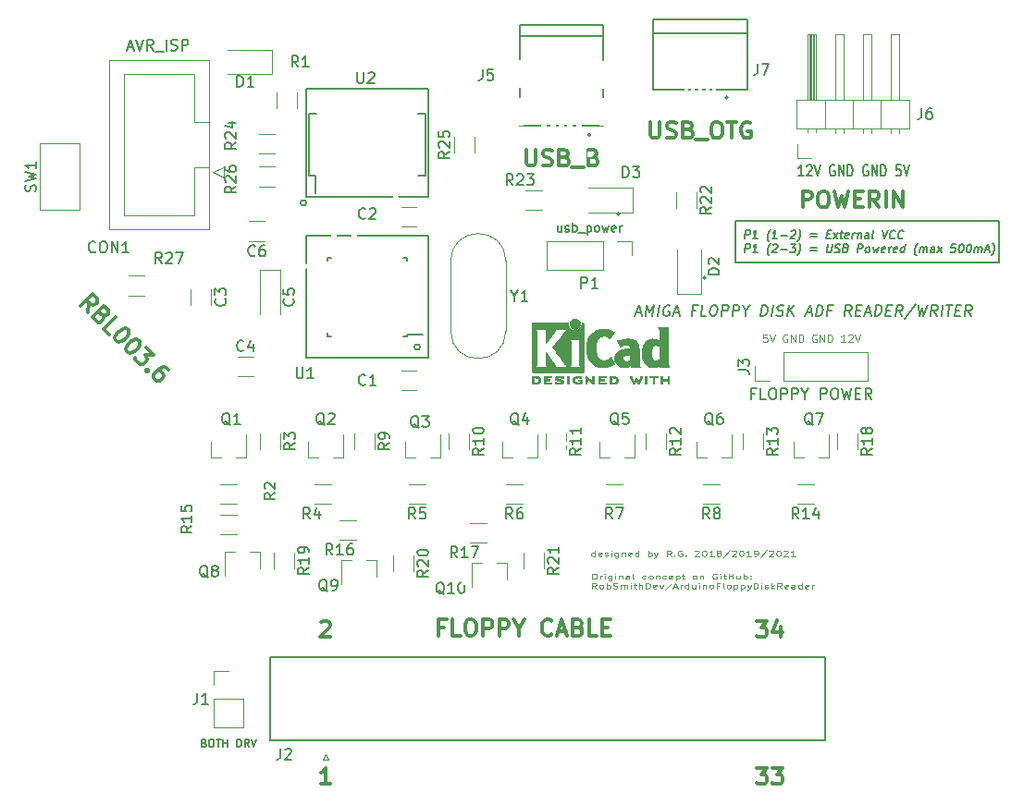
<source format=gto>
%TF.GenerationSoftware,KiCad,Pcbnew,5.1.9+dfsg1-1~bpo10+1*%
%TF.CreationDate,2021-04-05T15:55:01+02:00*%
%TF.ProjectId,usbavrfloppy,75736261-7672-4666-9c6f-7070792e6b69,rev?*%
%TF.SameCoordinates,Original*%
%TF.FileFunction,Legend,Top*%
%TF.FilePolarity,Positive*%
%FSLAX46Y46*%
G04 Gerber Fmt 4.6, Leading zero omitted, Abs format (unit mm)*
G04 Created by KiCad (PCBNEW 5.1.9+dfsg1-1~bpo10+1) date 2021-04-05 15:55:01*
%MOMM*%
%LPD*%
G01*
G04 APERTURE LIST*
%ADD10C,0.300000*%
%ADD11C,0.150000*%
%ADD12C,0.120000*%
%ADD13C,0.200000*%
%ADD14C,0.100000*%
%ADD15C,0.010000*%
%ADD16C,1.700000*%
%ADD17R,1.600000X2.180000*%
%ADD18R,0.500380X3.000000*%
%ADD19R,1.998980X2.499360*%
%ADD20C,0.899160*%
%ADD21R,0.400000X3.000000*%
%ADD22O,1.250000X0.950000*%
%ADD23O,1.000000X1.550000*%
%ADD24R,1.700000X1.700000*%
%ADD25O,1.700000X1.700000*%
%ADD26R,1.520000X1.520000*%
%ADD27C,1.520000*%
%ADD28C,1.000000*%
%ADD29R,1.000000X1.000000*%
%ADD30C,3.000000*%
%ADD31R,0.800000X0.900000*%
%ADD32R,1.600000X0.550000*%
%ADD33R,0.550000X1.600000*%
%ADD34R,0.450000X1.750000*%
%ADD35C,1.500000*%
%ADD36C,0.600000*%
G04 APERTURE END LIST*
D10*
X111550988Y-83935633D02*
X111702511Y-83077004D01*
X110944897Y-83329542D02*
X112005557Y-82268882D01*
X112409618Y-82672943D01*
X112460126Y-82824466D01*
X112460126Y-82925481D01*
X112409618Y-83077004D01*
X112258095Y-83228527D01*
X112106572Y-83279034D01*
X112005557Y-83279034D01*
X111854034Y-83228527D01*
X111449973Y-82824466D01*
X112914694Y-84188172D02*
X113015710Y-84390202D01*
X113015710Y-84491217D01*
X112965202Y-84642740D01*
X112813679Y-84794263D01*
X112662156Y-84844771D01*
X112561141Y-84844771D01*
X112409618Y-84794263D01*
X112005557Y-84390202D01*
X113066217Y-83329542D01*
X113419771Y-83683095D01*
X113470278Y-83834618D01*
X113470278Y-83935633D01*
X113419771Y-84087156D01*
X113318755Y-84188172D01*
X113167233Y-84238679D01*
X113066217Y-84238679D01*
X112914694Y-84188172D01*
X112561141Y-83834618D01*
X113571294Y-85955938D02*
X113066217Y-85450862D01*
X114126877Y-84390202D01*
X115187538Y-85450862D02*
X115288553Y-85551877D01*
X115339061Y-85703400D01*
X115339061Y-85804416D01*
X115288553Y-85955938D01*
X115137030Y-86208477D01*
X114884492Y-86461015D01*
X114631954Y-86612538D01*
X114480431Y-86663045D01*
X114379416Y-86663045D01*
X114227893Y-86612538D01*
X114126877Y-86511522D01*
X114076370Y-86360000D01*
X114076370Y-86258984D01*
X114126877Y-86107461D01*
X114278400Y-85854923D01*
X114530938Y-85602385D01*
X114783477Y-85450862D01*
X114935000Y-85400355D01*
X115036015Y-85400355D01*
X115187538Y-85450862D01*
X116197690Y-86461015D02*
X116298705Y-86562030D01*
X116349213Y-86713553D01*
X116349213Y-86814568D01*
X116298705Y-86966091D01*
X116147183Y-87218629D01*
X115894644Y-87471167D01*
X115642106Y-87622690D01*
X115490583Y-87673198D01*
X115389568Y-87673198D01*
X115238045Y-87622690D01*
X115137030Y-87521675D01*
X115086522Y-87370152D01*
X115086522Y-87269137D01*
X115137030Y-87117614D01*
X115288553Y-86865076D01*
X115541091Y-86612538D01*
X115793629Y-86461015D01*
X115945152Y-86410507D01*
X116046167Y-86410507D01*
X116197690Y-86461015D01*
X116904797Y-87168122D02*
X117561396Y-87824721D01*
X116803782Y-87875228D01*
X116955305Y-88026751D01*
X117005812Y-88178274D01*
X117005812Y-88279289D01*
X116955305Y-88430812D01*
X116702766Y-88683350D01*
X116551244Y-88733858D01*
X116450228Y-88733858D01*
X116298705Y-88683350D01*
X115995660Y-88380305D01*
X115945152Y-88228782D01*
X115945152Y-88127766D01*
X117056320Y-89238934D02*
X117056320Y-89339950D01*
X116955305Y-89339950D01*
X116955305Y-89238934D01*
X117056320Y-89238934D01*
X116955305Y-89339950D01*
X118975610Y-89238934D02*
X118773579Y-89036904D01*
X118622056Y-88986396D01*
X118521041Y-88986396D01*
X118268503Y-89036904D01*
X118015965Y-89188427D01*
X117611904Y-89592488D01*
X117561396Y-89744011D01*
X117561396Y-89845026D01*
X117611904Y-89996549D01*
X117813934Y-90198579D01*
X117965457Y-90249087D01*
X118066472Y-90249087D01*
X118217995Y-90198579D01*
X118470533Y-89946041D01*
X118521041Y-89794518D01*
X118521041Y-89693503D01*
X118470533Y-89541980D01*
X118268503Y-89339950D01*
X118116980Y-89289442D01*
X118015965Y-89289442D01*
X117864442Y-89339950D01*
D11*
X194945000Y-75565000D02*
X170815000Y-75565000D01*
X194945000Y-79375000D02*
X194945000Y-75565000D01*
X170815000Y-79375000D02*
X194945000Y-79375000D01*
X170815000Y-75565000D02*
X170815000Y-79375000D01*
X171730535Y-77171785D02*
X171824285Y-76421785D01*
X172110000Y-76421785D01*
X172176964Y-76457500D01*
X172208214Y-76493214D01*
X172235000Y-76564642D01*
X172221607Y-76671785D01*
X172176964Y-76743214D01*
X172136785Y-76778928D01*
X172060892Y-76814642D01*
X171775178Y-76814642D01*
X172873392Y-77171785D02*
X172444821Y-77171785D01*
X172659107Y-77171785D02*
X172752857Y-76421785D01*
X172668035Y-76528928D01*
X172587678Y-76600357D01*
X172511785Y-76636071D01*
X173944821Y-77457500D02*
X173913571Y-77421785D01*
X173855535Y-77314642D01*
X173828750Y-77243214D01*
X173806428Y-77136071D01*
X173793035Y-76957500D01*
X173810892Y-76814642D01*
X173868928Y-76636071D01*
X173918035Y-76528928D01*
X173962678Y-76457500D01*
X174047500Y-76350357D01*
X174087678Y-76314642D01*
X174659107Y-77171785D02*
X174230535Y-77171785D01*
X174444821Y-77171785D02*
X174538571Y-76421785D01*
X174453750Y-76528928D01*
X174373392Y-76600357D01*
X174297500Y-76636071D01*
X175016250Y-76886071D02*
X175587678Y-76886071D01*
X175958214Y-76493214D02*
X175998392Y-76457500D01*
X176074285Y-76421785D01*
X176252857Y-76421785D01*
X176319821Y-76457500D01*
X176351071Y-76493214D01*
X176377857Y-76564642D01*
X176368928Y-76636071D01*
X176319821Y-76743214D01*
X175837678Y-77171785D01*
X176301964Y-77171785D01*
X176516250Y-77457500D02*
X176556428Y-77421785D01*
X176641250Y-77314642D01*
X176685892Y-77243214D01*
X176735000Y-77136071D01*
X176793035Y-76957500D01*
X176810892Y-76814642D01*
X176797500Y-76636071D01*
X176775178Y-76528928D01*
X176748392Y-76457500D01*
X176690357Y-76350357D01*
X176659107Y-76314642D01*
X177743928Y-76778928D02*
X178315357Y-76778928D01*
X178288571Y-76993214D02*
X177717142Y-76993214D01*
X179243928Y-76778928D02*
X179493928Y-76778928D01*
X179551964Y-77171785D02*
X179194821Y-77171785D01*
X179288571Y-76421785D01*
X179645714Y-76421785D01*
X179801964Y-77171785D02*
X180257321Y-76671785D01*
X179864464Y-76671785D02*
X180194821Y-77171785D01*
X180435892Y-76671785D02*
X180721607Y-76671785D01*
X180574285Y-76421785D02*
X180493928Y-77064642D01*
X180520714Y-77136071D01*
X180587678Y-77171785D01*
X180659107Y-77171785D01*
X181199285Y-77136071D02*
X181123392Y-77171785D01*
X180980535Y-77171785D01*
X180913571Y-77136071D01*
X180886785Y-77064642D01*
X180922500Y-76778928D01*
X180967142Y-76707500D01*
X181043035Y-76671785D01*
X181185892Y-76671785D01*
X181252857Y-76707500D01*
X181279642Y-76778928D01*
X181270714Y-76850357D01*
X180904642Y-76921785D01*
X181551964Y-77171785D02*
X181614464Y-76671785D01*
X181596607Y-76814642D02*
X181641250Y-76743214D01*
X181681428Y-76707500D01*
X181757321Y-76671785D01*
X181828750Y-76671785D01*
X182078750Y-76671785D02*
X182016250Y-77171785D01*
X182069821Y-76743214D02*
X182110000Y-76707500D01*
X182185892Y-76671785D01*
X182293035Y-76671785D01*
X182360000Y-76707500D01*
X182386785Y-76778928D01*
X182337678Y-77171785D01*
X183016250Y-77171785D02*
X183065357Y-76778928D01*
X183038571Y-76707500D01*
X182971607Y-76671785D01*
X182828750Y-76671785D01*
X182752857Y-76707500D01*
X183020714Y-77136071D02*
X182944821Y-77171785D01*
X182766250Y-77171785D01*
X182699285Y-77136071D01*
X182672500Y-77064642D01*
X182681428Y-76993214D01*
X182726071Y-76921785D01*
X182801964Y-76886071D01*
X182980535Y-76886071D01*
X183056428Y-76850357D01*
X183480535Y-77171785D02*
X183413571Y-77136071D01*
X183386785Y-77064642D01*
X183467142Y-76421785D01*
X184324285Y-76421785D02*
X184480535Y-77171785D01*
X184824285Y-76421785D01*
X185418035Y-77100357D02*
X185377857Y-77136071D01*
X185266250Y-77171785D01*
X185194821Y-77171785D01*
X185092142Y-77136071D01*
X185029642Y-77064642D01*
X185002857Y-76993214D01*
X184985000Y-76850357D01*
X184998392Y-76743214D01*
X185051964Y-76600357D01*
X185096607Y-76528928D01*
X185176964Y-76457500D01*
X185288571Y-76421785D01*
X185360000Y-76421785D01*
X185462678Y-76457500D01*
X185493928Y-76493214D01*
X186168035Y-77100357D02*
X186127857Y-77136071D01*
X186016250Y-77171785D01*
X185944821Y-77171785D01*
X185842142Y-77136071D01*
X185779642Y-77064642D01*
X185752857Y-76993214D01*
X185735000Y-76850357D01*
X185748392Y-76743214D01*
X185801964Y-76600357D01*
X185846607Y-76528928D01*
X185926964Y-76457500D01*
X186038571Y-76421785D01*
X186110000Y-76421785D01*
X186212678Y-76457500D01*
X186243928Y-76493214D01*
X171730535Y-78446785D02*
X171824285Y-77696785D01*
X172110000Y-77696785D01*
X172176964Y-77732500D01*
X172208214Y-77768214D01*
X172235000Y-77839642D01*
X172221607Y-77946785D01*
X172176964Y-78018214D01*
X172136785Y-78053928D01*
X172060892Y-78089642D01*
X171775178Y-78089642D01*
X172873392Y-78446785D02*
X172444821Y-78446785D01*
X172659107Y-78446785D02*
X172752857Y-77696785D01*
X172668035Y-77803928D01*
X172587678Y-77875357D01*
X172511785Y-77911071D01*
X173944821Y-78732500D02*
X173913571Y-78696785D01*
X173855535Y-78589642D01*
X173828750Y-78518214D01*
X173806428Y-78411071D01*
X173793035Y-78232500D01*
X173810892Y-78089642D01*
X173868928Y-77911071D01*
X173918035Y-77803928D01*
X173962678Y-77732500D01*
X174047500Y-77625357D01*
X174087678Y-77589642D01*
X174315357Y-77768214D02*
X174355535Y-77732500D01*
X174431428Y-77696785D01*
X174610000Y-77696785D01*
X174676964Y-77732500D01*
X174708214Y-77768214D01*
X174735000Y-77839642D01*
X174726071Y-77911071D01*
X174676964Y-78018214D01*
X174194821Y-78446785D01*
X174659107Y-78446785D01*
X175016250Y-78161071D02*
X175587678Y-78161071D01*
X175931428Y-77696785D02*
X176395714Y-77696785D01*
X176110000Y-77982500D01*
X176217142Y-77982500D01*
X176284107Y-78018214D01*
X176315357Y-78053928D01*
X176342142Y-78125357D01*
X176319821Y-78303928D01*
X176275178Y-78375357D01*
X176235000Y-78411071D01*
X176159107Y-78446785D01*
X175944821Y-78446785D01*
X175877857Y-78411071D01*
X175846607Y-78375357D01*
X176516250Y-78732500D02*
X176556428Y-78696785D01*
X176641250Y-78589642D01*
X176685892Y-78518214D01*
X176735000Y-78411071D01*
X176793035Y-78232500D01*
X176810892Y-78089642D01*
X176797500Y-77911071D01*
X176775178Y-77803928D01*
X176748392Y-77732500D01*
X176690357Y-77625357D01*
X176659107Y-77589642D01*
X177743928Y-78053928D02*
X178315357Y-78053928D01*
X178288571Y-78268214D02*
X177717142Y-78268214D01*
X179288571Y-77696785D02*
X179212678Y-78303928D01*
X179239464Y-78375357D01*
X179270714Y-78411071D01*
X179337678Y-78446785D01*
X179480535Y-78446785D01*
X179556428Y-78411071D01*
X179596607Y-78375357D01*
X179641250Y-78303928D01*
X179717142Y-77696785D01*
X179949285Y-78411071D02*
X180051964Y-78446785D01*
X180230535Y-78446785D01*
X180306428Y-78411071D01*
X180346607Y-78375357D01*
X180391250Y-78303928D01*
X180400178Y-78232500D01*
X180373392Y-78161071D01*
X180342142Y-78125357D01*
X180275178Y-78089642D01*
X180136785Y-78053928D01*
X180069821Y-78018214D01*
X180038571Y-77982500D01*
X180011785Y-77911071D01*
X180020714Y-77839642D01*
X180065357Y-77768214D01*
X180105535Y-77732500D01*
X180181428Y-77696785D01*
X180360000Y-77696785D01*
X180462678Y-77732500D01*
X180993928Y-78053928D02*
X181096607Y-78089642D01*
X181127857Y-78125357D01*
X181154642Y-78196785D01*
X181141250Y-78303928D01*
X181096607Y-78375357D01*
X181056428Y-78411071D01*
X180980535Y-78446785D01*
X180694821Y-78446785D01*
X180788571Y-77696785D01*
X181038571Y-77696785D01*
X181105535Y-77732500D01*
X181136785Y-77768214D01*
X181163571Y-77839642D01*
X181154642Y-77911071D01*
X181110000Y-77982500D01*
X181069821Y-78018214D01*
X180993928Y-78053928D01*
X180743928Y-78053928D01*
X182016250Y-78446785D02*
X182110000Y-77696785D01*
X182395714Y-77696785D01*
X182462678Y-77732500D01*
X182493928Y-77768214D01*
X182520714Y-77839642D01*
X182507321Y-77946785D01*
X182462678Y-78018214D01*
X182422500Y-78053928D01*
X182346607Y-78089642D01*
X182060892Y-78089642D01*
X182873392Y-78446785D02*
X182806428Y-78411071D01*
X182775178Y-78375357D01*
X182748392Y-78303928D01*
X182775178Y-78089642D01*
X182819821Y-78018214D01*
X182860000Y-77982500D01*
X182935892Y-77946785D01*
X183043035Y-77946785D01*
X183110000Y-77982500D01*
X183141250Y-78018214D01*
X183168035Y-78089642D01*
X183141250Y-78303928D01*
X183096607Y-78375357D01*
X183056428Y-78411071D01*
X182980535Y-78446785D01*
X182873392Y-78446785D01*
X183435892Y-77946785D02*
X183516250Y-78446785D01*
X183703750Y-78089642D01*
X183801964Y-78446785D01*
X184007321Y-77946785D01*
X184520714Y-78411071D02*
X184444821Y-78446785D01*
X184301964Y-78446785D01*
X184235000Y-78411071D01*
X184208214Y-78339642D01*
X184243928Y-78053928D01*
X184288571Y-77982500D01*
X184364464Y-77946785D01*
X184507321Y-77946785D01*
X184574285Y-77982500D01*
X184601071Y-78053928D01*
X184592142Y-78125357D01*
X184226071Y-78196785D01*
X184873392Y-78446785D02*
X184935892Y-77946785D01*
X184918035Y-78089642D02*
X184962678Y-78018214D01*
X185002857Y-77982500D01*
X185078750Y-77946785D01*
X185150178Y-77946785D01*
X185627857Y-78411071D02*
X185551964Y-78446785D01*
X185409107Y-78446785D01*
X185342142Y-78411071D01*
X185315357Y-78339642D01*
X185351071Y-78053928D01*
X185395714Y-77982500D01*
X185471607Y-77946785D01*
X185614464Y-77946785D01*
X185681428Y-77982500D01*
X185708214Y-78053928D01*
X185699285Y-78125357D01*
X185333214Y-78196785D01*
X186301964Y-78446785D02*
X186395714Y-77696785D01*
X186306428Y-78411071D02*
X186230535Y-78446785D01*
X186087678Y-78446785D01*
X186020714Y-78411071D01*
X185989464Y-78375357D01*
X185962678Y-78303928D01*
X185989464Y-78089642D01*
X186034107Y-78018214D01*
X186074285Y-77982500D01*
X186150178Y-77946785D01*
X186293035Y-77946785D01*
X186360000Y-77982500D01*
X187409107Y-78732500D02*
X187377857Y-78696785D01*
X187319821Y-78589642D01*
X187293035Y-78518214D01*
X187270714Y-78411071D01*
X187257321Y-78232500D01*
X187275178Y-78089642D01*
X187333214Y-77911071D01*
X187382321Y-77803928D01*
X187426964Y-77732500D01*
X187511785Y-77625357D01*
X187551964Y-77589642D01*
X187730535Y-78446785D02*
X187793035Y-77946785D01*
X187784107Y-78018214D02*
X187824285Y-77982500D01*
X187900178Y-77946785D01*
X188007321Y-77946785D01*
X188074285Y-77982500D01*
X188101071Y-78053928D01*
X188051964Y-78446785D01*
X188101071Y-78053928D02*
X188145714Y-77982500D01*
X188221607Y-77946785D01*
X188328750Y-77946785D01*
X188395714Y-77982500D01*
X188422500Y-78053928D01*
X188373392Y-78446785D01*
X189051964Y-78446785D02*
X189101071Y-78053928D01*
X189074285Y-77982500D01*
X189007321Y-77946785D01*
X188864464Y-77946785D01*
X188788571Y-77982500D01*
X189056428Y-78411071D02*
X188980535Y-78446785D01*
X188801964Y-78446785D01*
X188735000Y-78411071D01*
X188708214Y-78339642D01*
X188717142Y-78268214D01*
X188761785Y-78196785D01*
X188837678Y-78161071D01*
X189016250Y-78161071D01*
X189092142Y-78125357D01*
X189337678Y-78446785D02*
X189793035Y-77946785D01*
X189400178Y-77946785D02*
X189730535Y-78446785D01*
X191038571Y-77696785D02*
X190681428Y-77696785D01*
X190601071Y-78053928D01*
X190641250Y-78018214D01*
X190717142Y-77982500D01*
X190895714Y-77982500D01*
X190962678Y-78018214D01*
X190993928Y-78053928D01*
X191020714Y-78125357D01*
X190998392Y-78303928D01*
X190953750Y-78375357D01*
X190913571Y-78411071D01*
X190837678Y-78446785D01*
X190659107Y-78446785D01*
X190592142Y-78411071D01*
X190560892Y-78375357D01*
X191538571Y-77696785D02*
X191610000Y-77696785D01*
X191676964Y-77732500D01*
X191708214Y-77768214D01*
X191735000Y-77839642D01*
X191752857Y-77982500D01*
X191730535Y-78161071D01*
X191676964Y-78303928D01*
X191632321Y-78375357D01*
X191592142Y-78411071D01*
X191516250Y-78446785D01*
X191444821Y-78446785D01*
X191377857Y-78411071D01*
X191346607Y-78375357D01*
X191319821Y-78303928D01*
X191301964Y-78161071D01*
X191324285Y-77982500D01*
X191377857Y-77839642D01*
X191422500Y-77768214D01*
X191462678Y-77732500D01*
X191538571Y-77696785D01*
X192252857Y-77696785D02*
X192324285Y-77696785D01*
X192391250Y-77732500D01*
X192422500Y-77768214D01*
X192449285Y-77839642D01*
X192467142Y-77982500D01*
X192444821Y-78161071D01*
X192391250Y-78303928D01*
X192346607Y-78375357D01*
X192306428Y-78411071D01*
X192230535Y-78446785D01*
X192159107Y-78446785D01*
X192092142Y-78411071D01*
X192060892Y-78375357D01*
X192034107Y-78303928D01*
X192016250Y-78161071D01*
X192038571Y-77982500D01*
X192092142Y-77839642D01*
X192136785Y-77768214D01*
X192176964Y-77732500D01*
X192252857Y-77696785D01*
X192730535Y-78446785D02*
X192793035Y-77946785D01*
X192784107Y-78018214D02*
X192824285Y-77982500D01*
X192900178Y-77946785D01*
X193007321Y-77946785D01*
X193074285Y-77982500D01*
X193101071Y-78053928D01*
X193051964Y-78446785D01*
X193101071Y-78053928D02*
X193145714Y-77982500D01*
X193221607Y-77946785D01*
X193328750Y-77946785D01*
X193395714Y-77982500D01*
X193422500Y-78053928D01*
X193373392Y-78446785D01*
X193721607Y-78232500D02*
X194078750Y-78232500D01*
X193623392Y-78446785D02*
X193967142Y-77696785D01*
X194123392Y-78446785D01*
X194266250Y-78732500D02*
X194306428Y-78696785D01*
X194391250Y-78589642D01*
X194435892Y-78518214D01*
X194485000Y-78411071D01*
X194543035Y-78232500D01*
X194560892Y-78089642D01*
X194547500Y-77911071D01*
X194525178Y-77803928D01*
X194498392Y-77732500D01*
X194440357Y-77625357D01*
X194409107Y-77589642D01*
D12*
X157858000Y-107876190D02*
X157991333Y-107876190D01*
X158058000Y-107900000D01*
X158124666Y-107947619D01*
X158158000Y-108042857D01*
X158158000Y-108209523D01*
X158124666Y-108304761D01*
X158058000Y-108352380D01*
X157991333Y-108376190D01*
X157858000Y-108376190D01*
X157791333Y-108352380D01*
X157724666Y-108304761D01*
X157691333Y-108209523D01*
X157691333Y-108042857D01*
X157724666Y-107947619D01*
X157791333Y-107900000D01*
X157858000Y-107876190D01*
X158458000Y-108376190D02*
X158458000Y-108042857D01*
X158458000Y-108138095D02*
X158491333Y-108090476D01*
X158524666Y-108066666D01*
X158591333Y-108042857D01*
X158658000Y-108042857D01*
X158891333Y-108376190D02*
X158891333Y-108042857D01*
X158891333Y-107876190D02*
X158858000Y-107900000D01*
X158891333Y-107923809D01*
X158924666Y-107900000D01*
X158891333Y-107876190D01*
X158891333Y-107923809D01*
X159524666Y-108042857D02*
X159524666Y-108447619D01*
X159491333Y-108495238D01*
X159458000Y-108519047D01*
X159391333Y-108542857D01*
X159291333Y-108542857D01*
X159224666Y-108519047D01*
X159524666Y-108352380D02*
X159458000Y-108376190D01*
X159324666Y-108376190D01*
X159258000Y-108352380D01*
X159224666Y-108328571D01*
X159191333Y-108280952D01*
X159191333Y-108138095D01*
X159224666Y-108090476D01*
X159258000Y-108066666D01*
X159324666Y-108042857D01*
X159458000Y-108042857D01*
X159524666Y-108066666D01*
X159858000Y-108376190D02*
X159858000Y-108042857D01*
X159858000Y-107876190D02*
X159824666Y-107900000D01*
X159858000Y-107923809D01*
X159891333Y-107900000D01*
X159858000Y-107876190D01*
X159858000Y-107923809D01*
X160191333Y-108042857D02*
X160191333Y-108376190D01*
X160191333Y-108090476D02*
X160224666Y-108066666D01*
X160291333Y-108042857D01*
X160391333Y-108042857D01*
X160458000Y-108066666D01*
X160491333Y-108114285D01*
X160491333Y-108376190D01*
X161124666Y-108376190D02*
X161124666Y-108114285D01*
X161091333Y-108066666D01*
X161024666Y-108042857D01*
X160891333Y-108042857D01*
X160824666Y-108066666D01*
X161124666Y-108352380D02*
X161058000Y-108376190D01*
X160891333Y-108376190D01*
X160824666Y-108352380D01*
X160791333Y-108304761D01*
X160791333Y-108257142D01*
X160824666Y-108209523D01*
X160891333Y-108185714D01*
X161058000Y-108185714D01*
X161124666Y-108161904D01*
X161558000Y-108376190D02*
X161491333Y-108352380D01*
X161458000Y-108304761D01*
X161458000Y-107876190D01*
X162658000Y-108352380D02*
X162591333Y-108376190D01*
X162458000Y-108376190D01*
X162391333Y-108352380D01*
X162358000Y-108328571D01*
X162324666Y-108280952D01*
X162324666Y-108138095D01*
X162358000Y-108090476D01*
X162391333Y-108066666D01*
X162458000Y-108042857D01*
X162591333Y-108042857D01*
X162658000Y-108066666D01*
X163058000Y-108376190D02*
X162991333Y-108352380D01*
X162958000Y-108328571D01*
X162924666Y-108280952D01*
X162924666Y-108138095D01*
X162958000Y-108090476D01*
X162991333Y-108066666D01*
X163058000Y-108042857D01*
X163158000Y-108042857D01*
X163224666Y-108066666D01*
X163258000Y-108090476D01*
X163291333Y-108138095D01*
X163291333Y-108280952D01*
X163258000Y-108328571D01*
X163224666Y-108352380D01*
X163158000Y-108376190D01*
X163058000Y-108376190D01*
X163591333Y-108042857D02*
X163591333Y-108376190D01*
X163591333Y-108090476D02*
X163624666Y-108066666D01*
X163691333Y-108042857D01*
X163791333Y-108042857D01*
X163858000Y-108066666D01*
X163891333Y-108114285D01*
X163891333Y-108376190D01*
X164524666Y-108352380D02*
X164458000Y-108376190D01*
X164324666Y-108376190D01*
X164258000Y-108352380D01*
X164224666Y-108328571D01*
X164191333Y-108280952D01*
X164191333Y-108138095D01*
X164224666Y-108090476D01*
X164258000Y-108066666D01*
X164324666Y-108042857D01*
X164458000Y-108042857D01*
X164524666Y-108066666D01*
X165091333Y-108352380D02*
X165024666Y-108376190D01*
X164891333Y-108376190D01*
X164824666Y-108352380D01*
X164791333Y-108304761D01*
X164791333Y-108114285D01*
X164824666Y-108066666D01*
X164891333Y-108042857D01*
X165024666Y-108042857D01*
X165091333Y-108066666D01*
X165124666Y-108114285D01*
X165124666Y-108161904D01*
X164791333Y-108209523D01*
X165424666Y-108042857D02*
X165424666Y-108542857D01*
X165424666Y-108066666D02*
X165491333Y-108042857D01*
X165624666Y-108042857D01*
X165691333Y-108066666D01*
X165724666Y-108090476D01*
X165758000Y-108138095D01*
X165758000Y-108280952D01*
X165724666Y-108328571D01*
X165691333Y-108352380D01*
X165624666Y-108376190D01*
X165491333Y-108376190D01*
X165424666Y-108352380D01*
X165958000Y-108042857D02*
X166224666Y-108042857D01*
X166058000Y-107876190D02*
X166058000Y-108304761D01*
X166091333Y-108352380D01*
X166158000Y-108376190D01*
X166224666Y-108376190D01*
X167091333Y-108376190D02*
X167024666Y-108352380D01*
X166991333Y-108328571D01*
X166958000Y-108280952D01*
X166958000Y-108138095D01*
X166991333Y-108090476D01*
X167024666Y-108066666D01*
X167091333Y-108042857D01*
X167191333Y-108042857D01*
X167258000Y-108066666D01*
X167291333Y-108090476D01*
X167324666Y-108138095D01*
X167324666Y-108280952D01*
X167291333Y-108328571D01*
X167258000Y-108352380D01*
X167191333Y-108376190D01*
X167091333Y-108376190D01*
X167624666Y-108042857D02*
X167624666Y-108376190D01*
X167624666Y-108090476D02*
X167658000Y-108066666D01*
X167724666Y-108042857D01*
X167824666Y-108042857D01*
X167891333Y-108066666D01*
X167924666Y-108114285D01*
X167924666Y-108376190D01*
X169158000Y-107900000D02*
X169091333Y-107876190D01*
X168991333Y-107876190D01*
X168891333Y-107900000D01*
X168824666Y-107947619D01*
X168791333Y-107995238D01*
X168758000Y-108090476D01*
X168758000Y-108161904D01*
X168791333Y-108257142D01*
X168824666Y-108304761D01*
X168891333Y-108352380D01*
X168991333Y-108376190D01*
X169058000Y-108376190D01*
X169158000Y-108352380D01*
X169191333Y-108328571D01*
X169191333Y-108161904D01*
X169058000Y-108161904D01*
X169491333Y-108376190D02*
X169491333Y-108042857D01*
X169491333Y-107876190D02*
X169458000Y-107900000D01*
X169491333Y-107923809D01*
X169524666Y-107900000D01*
X169491333Y-107876190D01*
X169491333Y-107923809D01*
X169724666Y-108042857D02*
X169991333Y-108042857D01*
X169824666Y-107876190D02*
X169824666Y-108304761D01*
X169858000Y-108352380D01*
X169924666Y-108376190D01*
X169991333Y-108376190D01*
X170224666Y-108376190D02*
X170224666Y-107876190D01*
X170224666Y-108114285D02*
X170624666Y-108114285D01*
X170624666Y-108376190D02*
X170624666Y-107876190D01*
X171258000Y-108042857D02*
X171258000Y-108376190D01*
X170958000Y-108042857D02*
X170958000Y-108304761D01*
X170991333Y-108352380D01*
X171058000Y-108376190D01*
X171158000Y-108376190D01*
X171224666Y-108352380D01*
X171258000Y-108328571D01*
X171591333Y-108376190D02*
X171591333Y-107876190D01*
X171591333Y-108066666D02*
X171658000Y-108042857D01*
X171791333Y-108042857D01*
X171858000Y-108066666D01*
X171891333Y-108090476D01*
X171924666Y-108138095D01*
X171924666Y-108280952D01*
X171891333Y-108328571D01*
X171858000Y-108352380D01*
X171791333Y-108376190D01*
X171658000Y-108376190D01*
X171591333Y-108352380D01*
X172224666Y-108328571D02*
X172258000Y-108352380D01*
X172224666Y-108376190D01*
X172191333Y-108352380D01*
X172224666Y-108328571D01*
X172224666Y-108376190D01*
X172224666Y-108066666D02*
X172258000Y-108090476D01*
X172224666Y-108114285D01*
X172191333Y-108090476D01*
X172224666Y-108066666D01*
X172224666Y-108114285D01*
X158124666Y-109246190D02*
X157891333Y-109008095D01*
X157724666Y-109246190D02*
X157724666Y-108746190D01*
X157991333Y-108746190D01*
X158058000Y-108770000D01*
X158091333Y-108793809D01*
X158124666Y-108841428D01*
X158124666Y-108912857D01*
X158091333Y-108960476D01*
X158058000Y-108984285D01*
X157991333Y-109008095D01*
X157724666Y-109008095D01*
X158524666Y-109246190D02*
X158458000Y-109222380D01*
X158424666Y-109198571D01*
X158391333Y-109150952D01*
X158391333Y-109008095D01*
X158424666Y-108960476D01*
X158458000Y-108936666D01*
X158524666Y-108912857D01*
X158624666Y-108912857D01*
X158691333Y-108936666D01*
X158724666Y-108960476D01*
X158758000Y-109008095D01*
X158758000Y-109150952D01*
X158724666Y-109198571D01*
X158691333Y-109222380D01*
X158624666Y-109246190D01*
X158524666Y-109246190D01*
X159058000Y-109246190D02*
X159058000Y-108746190D01*
X159058000Y-108936666D02*
X159124666Y-108912857D01*
X159258000Y-108912857D01*
X159324666Y-108936666D01*
X159358000Y-108960476D01*
X159391333Y-109008095D01*
X159391333Y-109150952D01*
X159358000Y-109198571D01*
X159324666Y-109222380D01*
X159258000Y-109246190D01*
X159124666Y-109246190D01*
X159058000Y-109222380D01*
X159658000Y-109222380D02*
X159758000Y-109246190D01*
X159924666Y-109246190D01*
X159991333Y-109222380D01*
X160024666Y-109198571D01*
X160058000Y-109150952D01*
X160058000Y-109103333D01*
X160024666Y-109055714D01*
X159991333Y-109031904D01*
X159924666Y-109008095D01*
X159791333Y-108984285D01*
X159724666Y-108960476D01*
X159691333Y-108936666D01*
X159658000Y-108889047D01*
X159658000Y-108841428D01*
X159691333Y-108793809D01*
X159724666Y-108770000D01*
X159791333Y-108746190D01*
X159958000Y-108746190D01*
X160058000Y-108770000D01*
X160358000Y-109246190D02*
X160358000Y-108912857D01*
X160358000Y-108960476D02*
X160391333Y-108936666D01*
X160458000Y-108912857D01*
X160558000Y-108912857D01*
X160624666Y-108936666D01*
X160658000Y-108984285D01*
X160658000Y-109246190D01*
X160658000Y-108984285D02*
X160691333Y-108936666D01*
X160758000Y-108912857D01*
X160858000Y-108912857D01*
X160924666Y-108936666D01*
X160958000Y-108984285D01*
X160958000Y-109246190D01*
X161291333Y-109246190D02*
X161291333Y-108912857D01*
X161291333Y-108746190D02*
X161258000Y-108770000D01*
X161291333Y-108793809D01*
X161324666Y-108770000D01*
X161291333Y-108746190D01*
X161291333Y-108793809D01*
X161524666Y-108912857D02*
X161791333Y-108912857D01*
X161624666Y-108746190D02*
X161624666Y-109174761D01*
X161658000Y-109222380D01*
X161724666Y-109246190D01*
X161791333Y-109246190D01*
X162024666Y-109246190D02*
X162024666Y-108746190D01*
X162324666Y-109246190D02*
X162324666Y-108984285D01*
X162291333Y-108936666D01*
X162224666Y-108912857D01*
X162124666Y-108912857D01*
X162058000Y-108936666D01*
X162024666Y-108960476D01*
X162658000Y-109246190D02*
X162658000Y-108746190D01*
X162824666Y-108746190D01*
X162924666Y-108770000D01*
X162991333Y-108817619D01*
X163024666Y-108865238D01*
X163058000Y-108960476D01*
X163058000Y-109031904D01*
X163024666Y-109127142D01*
X162991333Y-109174761D01*
X162924666Y-109222380D01*
X162824666Y-109246190D01*
X162658000Y-109246190D01*
X163624666Y-109222380D02*
X163558000Y-109246190D01*
X163424666Y-109246190D01*
X163358000Y-109222380D01*
X163324666Y-109174761D01*
X163324666Y-108984285D01*
X163358000Y-108936666D01*
X163424666Y-108912857D01*
X163558000Y-108912857D01*
X163624666Y-108936666D01*
X163658000Y-108984285D01*
X163658000Y-109031904D01*
X163324666Y-109079523D01*
X163891333Y-108912857D02*
X164058000Y-109246190D01*
X164224666Y-108912857D01*
X164991333Y-108722380D02*
X164391333Y-109365238D01*
X165191333Y-109103333D02*
X165524666Y-109103333D01*
X165124666Y-109246190D02*
X165358000Y-108746190D01*
X165591333Y-109246190D01*
X165824666Y-109246190D02*
X165824666Y-108912857D01*
X165824666Y-109008095D02*
X165858000Y-108960476D01*
X165891333Y-108936666D01*
X165958000Y-108912857D01*
X166024666Y-108912857D01*
X166558000Y-109246190D02*
X166558000Y-108746190D01*
X166558000Y-109222380D02*
X166491333Y-109246190D01*
X166358000Y-109246190D01*
X166291333Y-109222380D01*
X166258000Y-109198571D01*
X166224666Y-109150952D01*
X166224666Y-109008095D01*
X166258000Y-108960476D01*
X166291333Y-108936666D01*
X166358000Y-108912857D01*
X166491333Y-108912857D01*
X166558000Y-108936666D01*
X167191333Y-108912857D02*
X167191333Y-109246190D01*
X166891333Y-108912857D02*
X166891333Y-109174761D01*
X166924666Y-109222380D01*
X166991333Y-109246190D01*
X167091333Y-109246190D01*
X167158000Y-109222380D01*
X167191333Y-109198571D01*
X167524666Y-109246190D02*
X167524666Y-108912857D01*
X167524666Y-108746190D02*
X167491333Y-108770000D01*
X167524666Y-108793809D01*
X167558000Y-108770000D01*
X167524666Y-108746190D01*
X167524666Y-108793809D01*
X167858000Y-108912857D02*
X167858000Y-109246190D01*
X167858000Y-108960476D02*
X167891333Y-108936666D01*
X167958000Y-108912857D01*
X168058000Y-108912857D01*
X168124666Y-108936666D01*
X168158000Y-108984285D01*
X168158000Y-109246190D01*
X168591333Y-109246190D02*
X168524666Y-109222380D01*
X168491333Y-109198571D01*
X168458000Y-109150952D01*
X168458000Y-109008095D01*
X168491333Y-108960476D01*
X168524666Y-108936666D01*
X168591333Y-108912857D01*
X168691333Y-108912857D01*
X168758000Y-108936666D01*
X168791333Y-108960476D01*
X168824666Y-109008095D01*
X168824666Y-109150952D01*
X168791333Y-109198571D01*
X168758000Y-109222380D01*
X168691333Y-109246190D01*
X168591333Y-109246190D01*
X169358000Y-108984285D02*
X169124666Y-108984285D01*
X169124666Y-109246190D02*
X169124666Y-108746190D01*
X169458000Y-108746190D01*
X169824666Y-109246190D02*
X169758000Y-109222380D01*
X169724666Y-109174761D01*
X169724666Y-108746190D01*
X170191333Y-109246190D02*
X170124666Y-109222380D01*
X170091333Y-109198571D01*
X170058000Y-109150952D01*
X170058000Y-109008095D01*
X170091333Y-108960476D01*
X170124666Y-108936666D01*
X170191333Y-108912857D01*
X170291333Y-108912857D01*
X170358000Y-108936666D01*
X170391333Y-108960476D01*
X170424666Y-109008095D01*
X170424666Y-109150952D01*
X170391333Y-109198571D01*
X170358000Y-109222380D01*
X170291333Y-109246190D01*
X170191333Y-109246190D01*
X170724666Y-108912857D02*
X170724666Y-109412857D01*
X170724666Y-108936666D02*
X170791333Y-108912857D01*
X170924666Y-108912857D01*
X170991333Y-108936666D01*
X171024666Y-108960476D01*
X171058000Y-109008095D01*
X171058000Y-109150952D01*
X171024666Y-109198571D01*
X170991333Y-109222380D01*
X170924666Y-109246190D01*
X170791333Y-109246190D01*
X170724666Y-109222380D01*
X171358000Y-108912857D02*
X171358000Y-109412857D01*
X171358000Y-108936666D02*
X171424666Y-108912857D01*
X171558000Y-108912857D01*
X171624666Y-108936666D01*
X171658000Y-108960476D01*
X171691333Y-109008095D01*
X171691333Y-109150952D01*
X171658000Y-109198571D01*
X171624666Y-109222380D01*
X171558000Y-109246190D01*
X171424666Y-109246190D01*
X171358000Y-109222380D01*
X171924666Y-108912857D02*
X172091333Y-109246190D01*
X172258000Y-108912857D02*
X172091333Y-109246190D01*
X172024666Y-109365238D01*
X171991333Y-109389047D01*
X171924666Y-109412857D01*
X172524666Y-109246190D02*
X172524666Y-108746190D01*
X172691333Y-108746190D01*
X172791333Y-108770000D01*
X172858000Y-108817619D01*
X172891333Y-108865238D01*
X172924666Y-108960476D01*
X172924666Y-109031904D01*
X172891333Y-109127142D01*
X172858000Y-109174761D01*
X172791333Y-109222380D01*
X172691333Y-109246190D01*
X172524666Y-109246190D01*
X173224666Y-109246190D02*
X173224666Y-108912857D01*
X173224666Y-108746190D02*
X173191333Y-108770000D01*
X173224666Y-108793809D01*
X173258000Y-108770000D01*
X173224666Y-108746190D01*
X173224666Y-108793809D01*
X173524666Y-109222380D02*
X173591333Y-109246190D01*
X173724666Y-109246190D01*
X173791333Y-109222380D01*
X173824666Y-109174761D01*
X173824666Y-109150952D01*
X173791333Y-109103333D01*
X173724666Y-109079523D01*
X173624666Y-109079523D01*
X173558000Y-109055714D01*
X173524666Y-109008095D01*
X173524666Y-108984285D01*
X173558000Y-108936666D01*
X173624666Y-108912857D01*
X173724666Y-108912857D01*
X173791333Y-108936666D01*
X174124666Y-109246190D02*
X174124666Y-108746190D01*
X174191333Y-109055714D02*
X174391333Y-109246190D01*
X174391333Y-108912857D02*
X174124666Y-109103333D01*
X175091333Y-109246190D02*
X174858000Y-109008095D01*
X174691333Y-109246190D02*
X174691333Y-108746190D01*
X174958000Y-108746190D01*
X175024666Y-108770000D01*
X175058000Y-108793809D01*
X175091333Y-108841428D01*
X175091333Y-108912857D01*
X175058000Y-108960476D01*
X175024666Y-108984285D01*
X174958000Y-109008095D01*
X174691333Y-109008095D01*
X175658000Y-109222380D02*
X175591333Y-109246190D01*
X175458000Y-109246190D01*
X175391333Y-109222380D01*
X175358000Y-109174761D01*
X175358000Y-108984285D01*
X175391333Y-108936666D01*
X175458000Y-108912857D01*
X175591333Y-108912857D01*
X175658000Y-108936666D01*
X175691333Y-108984285D01*
X175691333Y-109031904D01*
X175358000Y-109079523D01*
X176291333Y-109246190D02*
X176291333Y-108984285D01*
X176258000Y-108936666D01*
X176191333Y-108912857D01*
X176058000Y-108912857D01*
X175991333Y-108936666D01*
X176291333Y-109222380D02*
X176224666Y-109246190D01*
X176058000Y-109246190D01*
X175991333Y-109222380D01*
X175958000Y-109174761D01*
X175958000Y-109127142D01*
X175991333Y-109079523D01*
X176058000Y-109055714D01*
X176224666Y-109055714D01*
X176291333Y-109031904D01*
X176924666Y-109246190D02*
X176924666Y-108746190D01*
X176924666Y-109222380D02*
X176858000Y-109246190D01*
X176724666Y-109246190D01*
X176658000Y-109222380D01*
X176624666Y-109198571D01*
X176591333Y-109150952D01*
X176591333Y-109008095D01*
X176624666Y-108960476D01*
X176658000Y-108936666D01*
X176724666Y-108912857D01*
X176858000Y-108912857D01*
X176924666Y-108936666D01*
X177524666Y-109222380D02*
X177458000Y-109246190D01*
X177324666Y-109246190D01*
X177258000Y-109222380D01*
X177224666Y-109174761D01*
X177224666Y-108984285D01*
X177258000Y-108936666D01*
X177324666Y-108912857D01*
X177458000Y-108912857D01*
X177524666Y-108936666D01*
X177558000Y-108984285D01*
X177558000Y-109031904D01*
X177224666Y-109079523D01*
X177858000Y-109246190D02*
X177858000Y-108912857D01*
X177858000Y-109008095D02*
X177891333Y-108960476D01*
X177924666Y-108936666D01*
X177991333Y-108912857D01*
X178058000Y-108912857D01*
D11*
X122243333Y-123394000D02*
X122343333Y-123427333D01*
X122376666Y-123460666D01*
X122410000Y-123527333D01*
X122410000Y-123627333D01*
X122376666Y-123694000D01*
X122343333Y-123727333D01*
X122276666Y-123760666D01*
X122010000Y-123760666D01*
X122010000Y-123060666D01*
X122243333Y-123060666D01*
X122310000Y-123094000D01*
X122343333Y-123127333D01*
X122376666Y-123194000D01*
X122376666Y-123260666D01*
X122343333Y-123327333D01*
X122310000Y-123360666D01*
X122243333Y-123394000D01*
X122010000Y-123394000D01*
X122843333Y-123060666D02*
X122976666Y-123060666D01*
X123043333Y-123094000D01*
X123110000Y-123160666D01*
X123143333Y-123294000D01*
X123143333Y-123527333D01*
X123110000Y-123660666D01*
X123043333Y-123727333D01*
X122976666Y-123760666D01*
X122843333Y-123760666D01*
X122776666Y-123727333D01*
X122710000Y-123660666D01*
X122676666Y-123527333D01*
X122676666Y-123294000D01*
X122710000Y-123160666D01*
X122776666Y-123094000D01*
X122843333Y-123060666D01*
X123343333Y-123060666D02*
X123743333Y-123060666D01*
X123543333Y-123760666D02*
X123543333Y-123060666D01*
X123976666Y-123760666D02*
X123976666Y-123060666D01*
X123976666Y-123394000D02*
X124376666Y-123394000D01*
X124376666Y-123760666D02*
X124376666Y-123060666D01*
X125243333Y-123760666D02*
X125243333Y-123060666D01*
X125410000Y-123060666D01*
X125510000Y-123094000D01*
X125576666Y-123160666D01*
X125610000Y-123227333D01*
X125643333Y-123360666D01*
X125643333Y-123460666D01*
X125610000Y-123594000D01*
X125576666Y-123660666D01*
X125510000Y-123727333D01*
X125410000Y-123760666D01*
X125243333Y-123760666D01*
X126343333Y-123760666D02*
X126110000Y-123427333D01*
X125943333Y-123760666D02*
X125943333Y-123060666D01*
X126210000Y-123060666D01*
X126276666Y-123094000D01*
X126310000Y-123127333D01*
X126343333Y-123194000D01*
X126343333Y-123294000D01*
X126310000Y-123360666D01*
X126276666Y-123394000D01*
X126210000Y-123427333D01*
X125943333Y-123427333D01*
X126543333Y-123060666D02*
X126776666Y-123760666D01*
X127010000Y-123060666D01*
D13*
X160274000Y-74930000D02*
G75*
G03*
X160274000Y-74930000I-127000J0D01*
G01*
X168148000Y-80772000D02*
G75*
G03*
X168148000Y-80772000I-127000J0D01*
G01*
X170180000Y-64262000D02*
G75*
G03*
X170180000Y-64262000I-127000J0D01*
G01*
X157607000Y-67691000D02*
G75*
G03*
X157607000Y-67691000I-127000J0D01*
G01*
D12*
X158005000Y-106271190D02*
X158005000Y-105771190D01*
X158005000Y-106247380D02*
X157938333Y-106271190D01*
X157805000Y-106271190D01*
X157738333Y-106247380D01*
X157705000Y-106223571D01*
X157671666Y-106175952D01*
X157671666Y-106033095D01*
X157705000Y-105985476D01*
X157738333Y-105961666D01*
X157805000Y-105937857D01*
X157938333Y-105937857D01*
X158005000Y-105961666D01*
X158605000Y-106247380D02*
X158538333Y-106271190D01*
X158405000Y-106271190D01*
X158338333Y-106247380D01*
X158305000Y-106199761D01*
X158305000Y-106009285D01*
X158338333Y-105961666D01*
X158405000Y-105937857D01*
X158538333Y-105937857D01*
X158605000Y-105961666D01*
X158638333Y-106009285D01*
X158638333Y-106056904D01*
X158305000Y-106104523D01*
X158905000Y-106247380D02*
X158971666Y-106271190D01*
X159105000Y-106271190D01*
X159171666Y-106247380D01*
X159205000Y-106199761D01*
X159205000Y-106175952D01*
X159171666Y-106128333D01*
X159105000Y-106104523D01*
X159005000Y-106104523D01*
X158938333Y-106080714D01*
X158905000Y-106033095D01*
X158905000Y-106009285D01*
X158938333Y-105961666D01*
X159005000Y-105937857D01*
X159105000Y-105937857D01*
X159171666Y-105961666D01*
X159505000Y-106271190D02*
X159505000Y-105937857D01*
X159505000Y-105771190D02*
X159471666Y-105795000D01*
X159505000Y-105818809D01*
X159538333Y-105795000D01*
X159505000Y-105771190D01*
X159505000Y-105818809D01*
X160138333Y-105937857D02*
X160138333Y-106342619D01*
X160105000Y-106390238D01*
X160071666Y-106414047D01*
X160005000Y-106437857D01*
X159905000Y-106437857D01*
X159838333Y-106414047D01*
X160138333Y-106247380D02*
X160071666Y-106271190D01*
X159938333Y-106271190D01*
X159871666Y-106247380D01*
X159838333Y-106223571D01*
X159805000Y-106175952D01*
X159805000Y-106033095D01*
X159838333Y-105985476D01*
X159871666Y-105961666D01*
X159938333Y-105937857D01*
X160071666Y-105937857D01*
X160138333Y-105961666D01*
X160471666Y-105937857D02*
X160471666Y-106271190D01*
X160471666Y-105985476D02*
X160505000Y-105961666D01*
X160571666Y-105937857D01*
X160671666Y-105937857D01*
X160738333Y-105961666D01*
X160771666Y-106009285D01*
X160771666Y-106271190D01*
X161371666Y-106247380D02*
X161305000Y-106271190D01*
X161171666Y-106271190D01*
X161105000Y-106247380D01*
X161071666Y-106199761D01*
X161071666Y-106009285D01*
X161105000Y-105961666D01*
X161171666Y-105937857D01*
X161305000Y-105937857D01*
X161371666Y-105961666D01*
X161405000Y-106009285D01*
X161405000Y-106056904D01*
X161071666Y-106104523D01*
X162005000Y-106271190D02*
X162005000Y-105771190D01*
X162005000Y-106247380D02*
X161938333Y-106271190D01*
X161805000Y-106271190D01*
X161738333Y-106247380D01*
X161705000Y-106223571D01*
X161671666Y-106175952D01*
X161671666Y-106033095D01*
X161705000Y-105985476D01*
X161738333Y-105961666D01*
X161805000Y-105937857D01*
X161938333Y-105937857D01*
X162005000Y-105961666D01*
X162871666Y-106271190D02*
X162871666Y-105771190D01*
X162871666Y-105961666D02*
X162938333Y-105937857D01*
X163071666Y-105937857D01*
X163138333Y-105961666D01*
X163171666Y-105985476D01*
X163205000Y-106033095D01*
X163205000Y-106175952D01*
X163171666Y-106223571D01*
X163138333Y-106247380D01*
X163071666Y-106271190D01*
X162938333Y-106271190D01*
X162871666Y-106247380D01*
X163438333Y-105937857D02*
X163605000Y-106271190D01*
X163771666Y-105937857D02*
X163605000Y-106271190D01*
X163538333Y-106390238D01*
X163505000Y-106414047D01*
X163438333Y-106437857D01*
X164971666Y-106271190D02*
X164738333Y-106033095D01*
X164571666Y-106271190D02*
X164571666Y-105771190D01*
X164838333Y-105771190D01*
X164905000Y-105795000D01*
X164938333Y-105818809D01*
X164971666Y-105866428D01*
X164971666Y-105937857D01*
X164938333Y-105985476D01*
X164905000Y-106009285D01*
X164838333Y-106033095D01*
X164571666Y-106033095D01*
X165271666Y-106223571D02*
X165305000Y-106247380D01*
X165271666Y-106271190D01*
X165238333Y-106247380D01*
X165271666Y-106223571D01*
X165271666Y-106271190D01*
X165971666Y-105795000D02*
X165905000Y-105771190D01*
X165805000Y-105771190D01*
X165705000Y-105795000D01*
X165638333Y-105842619D01*
X165605000Y-105890238D01*
X165571666Y-105985476D01*
X165571666Y-106056904D01*
X165605000Y-106152142D01*
X165638333Y-106199761D01*
X165705000Y-106247380D01*
X165805000Y-106271190D01*
X165871666Y-106271190D01*
X165971666Y-106247380D01*
X166005000Y-106223571D01*
X166005000Y-106056904D01*
X165871666Y-106056904D01*
X166305000Y-106223571D02*
X166338333Y-106247380D01*
X166305000Y-106271190D01*
X166271666Y-106247380D01*
X166305000Y-106223571D01*
X166305000Y-106271190D01*
X167138333Y-105818809D02*
X167171666Y-105795000D01*
X167238333Y-105771190D01*
X167405000Y-105771190D01*
X167471666Y-105795000D01*
X167505000Y-105818809D01*
X167538333Y-105866428D01*
X167538333Y-105914047D01*
X167505000Y-105985476D01*
X167105000Y-106271190D01*
X167538333Y-106271190D01*
X167971666Y-105771190D02*
X168038333Y-105771190D01*
X168105000Y-105795000D01*
X168138333Y-105818809D01*
X168171666Y-105866428D01*
X168205000Y-105961666D01*
X168205000Y-106080714D01*
X168171666Y-106175952D01*
X168138333Y-106223571D01*
X168105000Y-106247380D01*
X168038333Y-106271190D01*
X167971666Y-106271190D01*
X167905000Y-106247380D01*
X167871666Y-106223571D01*
X167838333Y-106175952D01*
X167805000Y-106080714D01*
X167805000Y-105961666D01*
X167838333Y-105866428D01*
X167871666Y-105818809D01*
X167905000Y-105795000D01*
X167971666Y-105771190D01*
X168871666Y-106271190D02*
X168471666Y-106271190D01*
X168671666Y-106271190D02*
X168671666Y-105771190D01*
X168605000Y-105842619D01*
X168538333Y-105890238D01*
X168471666Y-105914047D01*
X169271666Y-105985476D02*
X169205000Y-105961666D01*
X169171666Y-105937857D01*
X169138333Y-105890238D01*
X169138333Y-105866428D01*
X169171666Y-105818809D01*
X169205000Y-105795000D01*
X169271666Y-105771190D01*
X169405000Y-105771190D01*
X169471666Y-105795000D01*
X169505000Y-105818809D01*
X169538333Y-105866428D01*
X169538333Y-105890238D01*
X169505000Y-105937857D01*
X169471666Y-105961666D01*
X169405000Y-105985476D01*
X169271666Y-105985476D01*
X169205000Y-106009285D01*
X169171666Y-106033095D01*
X169138333Y-106080714D01*
X169138333Y-106175952D01*
X169171666Y-106223571D01*
X169205000Y-106247380D01*
X169271666Y-106271190D01*
X169405000Y-106271190D01*
X169471666Y-106247380D01*
X169505000Y-106223571D01*
X169538333Y-106175952D01*
X169538333Y-106080714D01*
X169505000Y-106033095D01*
X169471666Y-106009285D01*
X169405000Y-105985476D01*
X170338333Y-105747380D02*
X169738333Y-106390238D01*
X170538333Y-105818809D02*
X170571666Y-105795000D01*
X170638333Y-105771190D01*
X170805000Y-105771190D01*
X170871666Y-105795000D01*
X170905000Y-105818809D01*
X170938333Y-105866428D01*
X170938333Y-105914047D01*
X170905000Y-105985476D01*
X170505000Y-106271190D01*
X170938333Y-106271190D01*
X171371666Y-105771190D02*
X171438333Y-105771190D01*
X171505000Y-105795000D01*
X171538333Y-105818809D01*
X171571666Y-105866428D01*
X171605000Y-105961666D01*
X171605000Y-106080714D01*
X171571666Y-106175952D01*
X171538333Y-106223571D01*
X171505000Y-106247380D01*
X171438333Y-106271190D01*
X171371666Y-106271190D01*
X171305000Y-106247380D01*
X171271666Y-106223571D01*
X171238333Y-106175952D01*
X171205000Y-106080714D01*
X171205000Y-105961666D01*
X171238333Y-105866428D01*
X171271666Y-105818809D01*
X171305000Y-105795000D01*
X171371666Y-105771190D01*
X172271666Y-106271190D02*
X171871666Y-106271190D01*
X172071666Y-106271190D02*
X172071666Y-105771190D01*
X172005000Y-105842619D01*
X171938333Y-105890238D01*
X171871666Y-105914047D01*
X172605000Y-106271190D02*
X172738333Y-106271190D01*
X172805000Y-106247380D01*
X172838333Y-106223571D01*
X172905000Y-106152142D01*
X172938333Y-106056904D01*
X172938333Y-105866428D01*
X172905000Y-105818809D01*
X172871666Y-105795000D01*
X172805000Y-105771190D01*
X172671666Y-105771190D01*
X172605000Y-105795000D01*
X172571666Y-105818809D01*
X172538333Y-105866428D01*
X172538333Y-105985476D01*
X172571666Y-106033095D01*
X172605000Y-106056904D01*
X172671666Y-106080714D01*
X172805000Y-106080714D01*
X172871666Y-106056904D01*
X172905000Y-106033095D01*
X172938333Y-105985476D01*
X173738333Y-105747380D02*
X173138333Y-106390238D01*
X173938333Y-105818809D02*
X173971666Y-105795000D01*
X174038333Y-105771190D01*
X174205000Y-105771190D01*
X174271666Y-105795000D01*
X174305000Y-105818809D01*
X174338333Y-105866428D01*
X174338333Y-105914047D01*
X174305000Y-105985476D01*
X173905000Y-106271190D01*
X174338333Y-106271190D01*
X174771666Y-105771190D02*
X174838333Y-105771190D01*
X174905000Y-105795000D01*
X174938333Y-105818809D01*
X174971666Y-105866428D01*
X175005000Y-105961666D01*
X175005000Y-106080714D01*
X174971666Y-106175952D01*
X174938333Y-106223571D01*
X174905000Y-106247380D01*
X174838333Y-106271190D01*
X174771666Y-106271190D01*
X174705000Y-106247380D01*
X174671666Y-106223571D01*
X174638333Y-106175952D01*
X174605000Y-106080714D01*
X174605000Y-105961666D01*
X174638333Y-105866428D01*
X174671666Y-105818809D01*
X174705000Y-105795000D01*
X174771666Y-105771190D01*
X175271666Y-105818809D02*
X175305000Y-105795000D01*
X175371666Y-105771190D01*
X175538333Y-105771190D01*
X175605000Y-105795000D01*
X175638333Y-105818809D01*
X175671666Y-105866428D01*
X175671666Y-105914047D01*
X175638333Y-105985476D01*
X175238333Y-106271190D01*
X175671666Y-106271190D01*
X176338333Y-106271190D02*
X175938333Y-106271190D01*
X176138333Y-106271190D02*
X176138333Y-105771190D01*
X176071666Y-105842619D01*
X176005000Y-105890238D01*
X175938333Y-105914047D01*
D10*
X172775714Y-125670571D02*
X173704285Y-125670571D01*
X173204285Y-126242000D01*
X173418571Y-126242000D01*
X173561428Y-126313428D01*
X173632857Y-126384857D01*
X173704285Y-126527714D01*
X173704285Y-126884857D01*
X173632857Y-127027714D01*
X173561428Y-127099142D01*
X173418571Y-127170571D01*
X172990000Y-127170571D01*
X172847142Y-127099142D01*
X172775714Y-127027714D01*
X174204285Y-125670571D02*
X175132857Y-125670571D01*
X174632857Y-126242000D01*
X174847142Y-126242000D01*
X174990000Y-126313428D01*
X175061428Y-126384857D01*
X175132857Y-126527714D01*
X175132857Y-126884857D01*
X175061428Y-127027714D01*
X174990000Y-127099142D01*
X174847142Y-127170571D01*
X174418571Y-127170571D01*
X174275714Y-127099142D01*
X174204285Y-127027714D01*
X172775714Y-112208571D02*
X173704285Y-112208571D01*
X173204285Y-112780000D01*
X173418571Y-112780000D01*
X173561428Y-112851428D01*
X173632857Y-112922857D01*
X173704285Y-113065714D01*
X173704285Y-113422857D01*
X173632857Y-113565714D01*
X173561428Y-113637142D01*
X173418571Y-113708571D01*
X172990000Y-113708571D01*
X172847142Y-113637142D01*
X172775714Y-113565714D01*
X174990000Y-112708571D02*
X174990000Y-113708571D01*
X174632857Y-112137142D02*
X174275714Y-113208571D01*
X175204285Y-113208571D01*
X132921428Y-112351428D02*
X132992857Y-112280000D01*
X133135714Y-112208571D01*
X133492857Y-112208571D01*
X133635714Y-112280000D01*
X133707142Y-112351428D01*
X133778571Y-112494285D01*
X133778571Y-112637142D01*
X133707142Y-112851428D01*
X132850000Y-113708571D01*
X133778571Y-113708571D01*
X133778571Y-127170571D02*
X132921428Y-127170571D01*
X133350000Y-127170571D02*
X133350000Y-125670571D01*
X133207142Y-125884857D01*
X133064285Y-126027714D01*
X132921428Y-126099142D01*
D14*
X173766666Y-85976666D02*
X173433333Y-85976666D01*
X173400000Y-86310000D01*
X173433333Y-86276666D01*
X173500000Y-86243333D01*
X173666666Y-86243333D01*
X173733333Y-86276666D01*
X173766666Y-86310000D01*
X173800000Y-86376666D01*
X173800000Y-86543333D01*
X173766666Y-86610000D01*
X173733333Y-86643333D01*
X173666666Y-86676666D01*
X173500000Y-86676666D01*
X173433333Y-86643333D01*
X173400000Y-86610000D01*
X174000000Y-85976666D02*
X174233333Y-86676666D01*
X174466666Y-85976666D01*
X175600000Y-86010000D02*
X175533333Y-85976666D01*
X175433333Y-85976666D01*
X175333333Y-86010000D01*
X175266666Y-86076666D01*
X175233333Y-86143333D01*
X175200000Y-86276666D01*
X175200000Y-86376666D01*
X175233333Y-86510000D01*
X175266666Y-86576666D01*
X175333333Y-86643333D01*
X175433333Y-86676666D01*
X175500000Y-86676666D01*
X175600000Y-86643333D01*
X175633333Y-86610000D01*
X175633333Y-86376666D01*
X175500000Y-86376666D01*
X175933333Y-86676666D02*
X175933333Y-85976666D01*
X176333333Y-86676666D01*
X176333333Y-85976666D01*
X176666666Y-86676666D02*
X176666666Y-85976666D01*
X176833333Y-85976666D01*
X176933333Y-86010000D01*
X177000000Y-86076666D01*
X177033333Y-86143333D01*
X177066666Y-86276666D01*
X177066666Y-86376666D01*
X177033333Y-86510000D01*
X177000000Y-86576666D01*
X176933333Y-86643333D01*
X176833333Y-86676666D01*
X176666666Y-86676666D01*
X178266666Y-86010000D02*
X178200000Y-85976666D01*
X178100000Y-85976666D01*
X178000000Y-86010000D01*
X177933333Y-86076666D01*
X177900000Y-86143333D01*
X177866666Y-86276666D01*
X177866666Y-86376666D01*
X177900000Y-86510000D01*
X177933333Y-86576666D01*
X178000000Y-86643333D01*
X178100000Y-86676666D01*
X178166666Y-86676666D01*
X178266666Y-86643333D01*
X178300000Y-86610000D01*
X178300000Y-86376666D01*
X178166666Y-86376666D01*
X178600000Y-86676666D02*
X178600000Y-85976666D01*
X179000000Y-86676666D01*
X179000000Y-85976666D01*
X179333333Y-86676666D02*
X179333333Y-85976666D01*
X179500000Y-85976666D01*
X179600000Y-86010000D01*
X179666666Y-86076666D01*
X179700000Y-86143333D01*
X179733333Y-86276666D01*
X179733333Y-86376666D01*
X179700000Y-86510000D01*
X179666666Y-86576666D01*
X179600000Y-86643333D01*
X179500000Y-86676666D01*
X179333333Y-86676666D01*
X180933333Y-86676666D02*
X180533333Y-86676666D01*
X180733333Y-86676666D02*
X180733333Y-85976666D01*
X180666666Y-86076666D01*
X180600000Y-86143333D01*
X180533333Y-86176666D01*
X181200000Y-86043333D02*
X181233333Y-86010000D01*
X181300000Y-85976666D01*
X181466666Y-85976666D01*
X181533333Y-86010000D01*
X181566666Y-86043333D01*
X181600000Y-86110000D01*
X181600000Y-86176666D01*
X181566666Y-86276666D01*
X181166666Y-86676666D01*
X181600000Y-86676666D01*
X181800000Y-85976666D02*
X182033333Y-86676666D01*
X182266666Y-85976666D01*
D13*
X131572000Y-73914000D02*
G75*
G03*
X131572000Y-73914000I-254000J0D01*
G01*
X142748000Y-63754000D02*
X142748000Y-63500000D01*
X131572000Y-63500000D02*
X142748000Y-63500000D01*
X131572000Y-73406000D02*
X131572000Y-63500000D01*
X142748000Y-73406000D02*
X131572000Y-73406000D01*
X142748000Y-63500000D02*
X142748000Y-73406000D01*
X141986000Y-87122000D02*
G75*
G03*
X141986000Y-87122000I-254000J0D01*
G01*
X131572000Y-88138000D02*
X131572000Y-76962000D01*
X142748000Y-88138000D02*
X131572000Y-88138000D01*
X142748000Y-76962000D02*
X142748000Y-88138000D01*
X131572000Y-76962000D02*
X142748000Y-76962000D01*
X161739523Y-83986666D02*
X162215714Y-83986666D01*
X161608571Y-84272380D02*
X162066904Y-83272380D01*
X162275238Y-84272380D01*
X162608571Y-84272380D02*
X162733571Y-83272380D01*
X162977619Y-83986666D01*
X163400238Y-83272380D01*
X163275238Y-84272380D01*
X163751428Y-84272380D02*
X163876428Y-83272380D01*
X164870476Y-83320000D02*
X164781190Y-83272380D01*
X164638333Y-83272380D01*
X164489523Y-83320000D01*
X164382380Y-83415238D01*
X164322857Y-83510476D01*
X164251428Y-83700952D01*
X164233571Y-83843809D01*
X164257380Y-84034285D01*
X164293095Y-84129523D01*
X164376428Y-84224761D01*
X164513333Y-84272380D01*
X164608571Y-84272380D01*
X164757380Y-84224761D01*
X164810952Y-84177142D01*
X164852619Y-83843809D01*
X164662142Y-83843809D01*
X165215714Y-83986666D02*
X165691904Y-83986666D01*
X165084761Y-84272380D02*
X165543095Y-83272380D01*
X165751428Y-84272380D01*
X167245476Y-83748571D02*
X166912142Y-83748571D01*
X166846666Y-84272380D02*
X166971666Y-83272380D01*
X167447857Y-83272380D01*
X168180000Y-84272380D02*
X167703809Y-84272380D01*
X167828809Y-83272380D01*
X168828809Y-83272380D02*
X169019285Y-83272380D01*
X169108571Y-83320000D01*
X169191904Y-83415238D01*
X169215714Y-83605714D01*
X169174047Y-83939047D01*
X169102619Y-84129523D01*
X168995476Y-84224761D01*
X168894285Y-84272380D01*
X168703809Y-84272380D01*
X168614523Y-84224761D01*
X168531190Y-84129523D01*
X168507380Y-83939047D01*
X168549047Y-83605714D01*
X168620476Y-83415238D01*
X168727619Y-83320000D01*
X168828809Y-83272380D01*
X169560952Y-84272380D02*
X169685952Y-83272380D01*
X170066904Y-83272380D01*
X170156190Y-83320000D01*
X170197857Y-83367619D01*
X170233571Y-83462857D01*
X170215714Y-83605714D01*
X170156190Y-83700952D01*
X170102619Y-83748571D01*
X170001428Y-83796190D01*
X169620476Y-83796190D01*
X170560952Y-84272380D02*
X170685952Y-83272380D01*
X171066904Y-83272380D01*
X171156190Y-83320000D01*
X171197857Y-83367619D01*
X171233571Y-83462857D01*
X171215714Y-83605714D01*
X171156190Y-83700952D01*
X171102619Y-83748571D01*
X171001428Y-83796190D01*
X170620476Y-83796190D01*
X171810952Y-83796190D02*
X171751428Y-84272380D01*
X171543095Y-83272380D02*
X171810952Y-83796190D01*
X172209761Y-83272380D01*
X173180000Y-84272380D02*
X173305000Y-83272380D01*
X173543095Y-83272380D01*
X173680000Y-83320000D01*
X173763333Y-83415238D01*
X173799047Y-83510476D01*
X173822857Y-83700952D01*
X173805000Y-83843809D01*
X173733571Y-84034285D01*
X173674047Y-84129523D01*
X173566904Y-84224761D01*
X173418095Y-84272380D01*
X173180000Y-84272380D01*
X174180000Y-84272380D02*
X174305000Y-83272380D01*
X174614523Y-84224761D02*
X174751428Y-84272380D01*
X174989523Y-84272380D01*
X175090714Y-84224761D01*
X175144285Y-84177142D01*
X175203809Y-84081904D01*
X175215714Y-83986666D01*
X175180000Y-83891428D01*
X175138333Y-83843809D01*
X175049047Y-83796190D01*
X174864523Y-83748571D01*
X174775238Y-83700952D01*
X174733571Y-83653333D01*
X174697857Y-83558095D01*
X174709761Y-83462857D01*
X174769285Y-83367619D01*
X174822857Y-83320000D01*
X174924047Y-83272380D01*
X175162142Y-83272380D01*
X175299047Y-83320000D01*
X175608571Y-84272380D02*
X175733571Y-83272380D01*
X176180000Y-84272380D02*
X175822857Y-83700952D01*
X176305000Y-83272380D02*
X175662142Y-83843809D01*
X177358571Y-83986666D02*
X177834761Y-83986666D01*
X177227619Y-84272380D02*
X177685952Y-83272380D01*
X177894285Y-84272380D01*
X178227619Y-84272380D02*
X178352619Y-83272380D01*
X178590714Y-83272380D01*
X178727619Y-83320000D01*
X178810952Y-83415238D01*
X178846666Y-83510476D01*
X178870476Y-83700952D01*
X178852619Y-83843809D01*
X178781190Y-84034285D01*
X178721666Y-84129523D01*
X178614523Y-84224761D01*
X178465714Y-84272380D01*
X178227619Y-84272380D01*
X179626428Y-83748571D02*
X179293095Y-83748571D01*
X179227619Y-84272380D02*
X179352619Y-83272380D01*
X179828809Y-83272380D01*
X181418095Y-84272380D02*
X181144285Y-83796190D01*
X180846666Y-84272380D02*
X180971666Y-83272380D01*
X181352619Y-83272380D01*
X181441904Y-83320000D01*
X181483571Y-83367619D01*
X181519285Y-83462857D01*
X181501428Y-83605714D01*
X181441904Y-83700952D01*
X181388333Y-83748571D01*
X181287142Y-83796190D01*
X180906190Y-83796190D01*
X181912142Y-83748571D02*
X182245476Y-83748571D01*
X182322857Y-84272380D02*
X181846666Y-84272380D01*
X181971666Y-83272380D01*
X182447857Y-83272380D01*
X182739523Y-83986666D02*
X183215714Y-83986666D01*
X182608571Y-84272380D02*
X183066904Y-83272380D01*
X183275238Y-84272380D01*
X183608571Y-84272380D02*
X183733571Y-83272380D01*
X183971666Y-83272380D01*
X184108571Y-83320000D01*
X184191904Y-83415238D01*
X184227619Y-83510476D01*
X184251428Y-83700952D01*
X184233571Y-83843809D01*
X184162142Y-84034285D01*
X184102619Y-84129523D01*
X183995476Y-84224761D01*
X183846666Y-84272380D01*
X183608571Y-84272380D01*
X184674047Y-83748571D02*
X185007380Y-83748571D01*
X185084761Y-84272380D02*
X184608571Y-84272380D01*
X184733571Y-83272380D01*
X185209761Y-83272380D01*
X186084761Y-84272380D02*
X185810952Y-83796190D01*
X185513333Y-84272380D02*
X185638333Y-83272380D01*
X186019285Y-83272380D01*
X186108571Y-83320000D01*
X186150238Y-83367619D01*
X186185952Y-83462857D01*
X186168095Y-83605714D01*
X186108571Y-83700952D01*
X186055000Y-83748571D01*
X185953809Y-83796190D01*
X185572857Y-83796190D01*
X187358571Y-83224761D02*
X186340714Y-84510476D01*
X187590714Y-83272380D02*
X187703809Y-84272380D01*
X187983571Y-83558095D01*
X188084761Y-84272380D01*
X188447857Y-83272380D01*
X189275238Y-84272380D02*
X189001428Y-83796190D01*
X188703809Y-84272380D02*
X188828809Y-83272380D01*
X189209761Y-83272380D01*
X189299047Y-83320000D01*
X189340714Y-83367619D01*
X189376428Y-83462857D01*
X189358571Y-83605714D01*
X189299047Y-83700952D01*
X189245476Y-83748571D01*
X189144285Y-83796190D01*
X188763333Y-83796190D01*
X189703809Y-84272380D02*
X189828809Y-83272380D01*
X190162142Y-83272380D02*
X190733571Y-83272380D01*
X190322857Y-84272380D02*
X190447857Y-83272380D01*
X191007380Y-83748571D02*
X191340714Y-83748571D01*
X191418095Y-84272380D02*
X190941904Y-84272380D01*
X191066904Y-83272380D01*
X191543095Y-83272380D01*
X192418095Y-84272380D02*
X192144285Y-83796190D01*
X191846666Y-84272380D02*
X191971666Y-83272380D01*
X192352619Y-83272380D01*
X192441904Y-83320000D01*
X192483571Y-83367619D01*
X192519285Y-83462857D01*
X192501428Y-83605714D01*
X192441904Y-83700952D01*
X192388333Y-83748571D01*
X192287142Y-83796190D01*
X191906190Y-83796190D01*
D10*
X144189571Y-112795857D02*
X143689571Y-112795857D01*
X143689571Y-113581571D02*
X143689571Y-112081571D01*
X144403857Y-112081571D01*
X145689571Y-113581571D02*
X144975285Y-113581571D01*
X144975285Y-112081571D01*
X146475285Y-112081571D02*
X146761000Y-112081571D01*
X146903857Y-112153000D01*
X147046714Y-112295857D01*
X147118142Y-112581571D01*
X147118142Y-113081571D01*
X147046714Y-113367285D01*
X146903857Y-113510142D01*
X146761000Y-113581571D01*
X146475285Y-113581571D01*
X146332428Y-113510142D01*
X146189571Y-113367285D01*
X146118142Y-113081571D01*
X146118142Y-112581571D01*
X146189571Y-112295857D01*
X146332428Y-112153000D01*
X146475285Y-112081571D01*
X147761000Y-113581571D02*
X147761000Y-112081571D01*
X148332428Y-112081571D01*
X148475285Y-112153000D01*
X148546714Y-112224428D01*
X148618142Y-112367285D01*
X148618142Y-112581571D01*
X148546714Y-112724428D01*
X148475285Y-112795857D01*
X148332428Y-112867285D01*
X147761000Y-112867285D01*
X149261000Y-113581571D02*
X149261000Y-112081571D01*
X149832428Y-112081571D01*
X149975285Y-112153000D01*
X150046714Y-112224428D01*
X150118142Y-112367285D01*
X150118142Y-112581571D01*
X150046714Y-112724428D01*
X149975285Y-112795857D01*
X149832428Y-112867285D01*
X149261000Y-112867285D01*
X151046714Y-112867285D02*
X151046714Y-113581571D01*
X150546714Y-112081571D02*
X151046714Y-112867285D01*
X151546714Y-112081571D01*
X154046714Y-113438714D02*
X153975285Y-113510142D01*
X153761000Y-113581571D01*
X153618142Y-113581571D01*
X153403857Y-113510142D01*
X153261000Y-113367285D01*
X153189571Y-113224428D01*
X153118142Y-112938714D01*
X153118142Y-112724428D01*
X153189571Y-112438714D01*
X153261000Y-112295857D01*
X153403857Y-112153000D01*
X153618142Y-112081571D01*
X153761000Y-112081571D01*
X153975285Y-112153000D01*
X154046714Y-112224428D01*
X154618142Y-113153000D02*
X155332428Y-113153000D01*
X154475285Y-113581571D02*
X154975285Y-112081571D01*
X155475285Y-113581571D01*
X156475285Y-112795857D02*
X156689571Y-112867285D01*
X156761000Y-112938714D01*
X156832428Y-113081571D01*
X156832428Y-113295857D01*
X156761000Y-113438714D01*
X156689571Y-113510142D01*
X156546714Y-113581571D01*
X155975285Y-113581571D01*
X155975285Y-112081571D01*
X156475285Y-112081571D01*
X156618142Y-112153000D01*
X156689571Y-112224428D01*
X156761000Y-112367285D01*
X156761000Y-112510142D01*
X156689571Y-112653000D01*
X156618142Y-112724428D01*
X156475285Y-112795857D01*
X155975285Y-112795857D01*
X158189571Y-113581571D02*
X157475285Y-113581571D01*
X157475285Y-112081571D01*
X158689571Y-112795857D02*
X159189571Y-112795857D01*
X159403857Y-113581571D02*
X158689571Y-113581571D01*
X158689571Y-112081571D01*
X159403857Y-112081571D01*
X151725714Y-69028571D02*
X151725714Y-70242857D01*
X151797142Y-70385714D01*
X151868571Y-70457142D01*
X152011428Y-70528571D01*
X152297142Y-70528571D01*
X152440000Y-70457142D01*
X152511428Y-70385714D01*
X152582857Y-70242857D01*
X152582857Y-69028571D01*
X153225714Y-70457142D02*
X153440000Y-70528571D01*
X153797142Y-70528571D01*
X153940000Y-70457142D01*
X154011428Y-70385714D01*
X154082857Y-70242857D01*
X154082857Y-70100000D01*
X154011428Y-69957142D01*
X153940000Y-69885714D01*
X153797142Y-69814285D01*
X153511428Y-69742857D01*
X153368571Y-69671428D01*
X153297142Y-69600000D01*
X153225714Y-69457142D01*
X153225714Y-69314285D01*
X153297142Y-69171428D01*
X153368571Y-69100000D01*
X153511428Y-69028571D01*
X153868571Y-69028571D01*
X154082857Y-69100000D01*
X155225714Y-69742857D02*
X155440000Y-69814285D01*
X155511428Y-69885714D01*
X155582857Y-70028571D01*
X155582857Y-70242857D01*
X155511428Y-70385714D01*
X155440000Y-70457142D01*
X155297142Y-70528571D01*
X154725714Y-70528571D01*
X154725714Y-69028571D01*
X155225714Y-69028571D01*
X155368571Y-69100000D01*
X155440000Y-69171428D01*
X155511428Y-69314285D01*
X155511428Y-69457142D01*
X155440000Y-69600000D01*
X155368571Y-69671428D01*
X155225714Y-69742857D01*
X154725714Y-69742857D01*
X155868571Y-70671428D02*
X157011428Y-70671428D01*
X157868571Y-69742857D02*
X158082857Y-69814285D01*
X158154285Y-69885714D01*
X158225714Y-70028571D01*
X158225714Y-70242857D01*
X158154285Y-70385714D01*
X158082857Y-70457142D01*
X157940000Y-70528571D01*
X157368571Y-70528571D01*
X157368571Y-69028571D01*
X157868571Y-69028571D01*
X158011428Y-69100000D01*
X158082857Y-69171428D01*
X158154285Y-69314285D01*
X158154285Y-69457142D01*
X158082857Y-69600000D01*
X158011428Y-69671428D01*
X157868571Y-69742857D01*
X157368571Y-69742857D01*
X163068571Y-66488571D02*
X163068571Y-67702857D01*
X163140000Y-67845714D01*
X163211428Y-67917142D01*
X163354285Y-67988571D01*
X163640000Y-67988571D01*
X163782857Y-67917142D01*
X163854285Y-67845714D01*
X163925714Y-67702857D01*
X163925714Y-66488571D01*
X164568571Y-67917142D02*
X164782857Y-67988571D01*
X165140000Y-67988571D01*
X165282857Y-67917142D01*
X165354285Y-67845714D01*
X165425714Y-67702857D01*
X165425714Y-67560000D01*
X165354285Y-67417142D01*
X165282857Y-67345714D01*
X165140000Y-67274285D01*
X164854285Y-67202857D01*
X164711428Y-67131428D01*
X164640000Y-67060000D01*
X164568571Y-66917142D01*
X164568571Y-66774285D01*
X164640000Y-66631428D01*
X164711428Y-66560000D01*
X164854285Y-66488571D01*
X165211428Y-66488571D01*
X165425714Y-66560000D01*
X166568571Y-67202857D02*
X166782857Y-67274285D01*
X166854285Y-67345714D01*
X166925714Y-67488571D01*
X166925714Y-67702857D01*
X166854285Y-67845714D01*
X166782857Y-67917142D01*
X166640000Y-67988571D01*
X166068571Y-67988571D01*
X166068571Y-66488571D01*
X166568571Y-66488571D01*
X166711428Y-66560000D01*
X166782857Y-66631428D01*
X166854285Y-66774285D01*
X166854285Y-66917142D01*
X166782857Y-67060000D01*
X166711428Y-67131428D01*
X166568571Y-67202857D01*
X166068571Y-67202857D01*
X167211428Y-68131428D02*
X168354285Y-68131428D01*
X168997142Y-66488571D02*
X169282857Y-66488571D01*
X169425714Y-66560000D01*
X169568571Y-66702857D01*
X169640000Y-66988571D01*
X169640000Y-67488571D01*
X169568571Y-67774285D01*
X169425714Y-67917142D01*
X169282857Y-67988571D01*
X168997142Y-67988571D01*
X168854285Y-67917142D01*
X168711428Y-67774285D01*
X168640000Y-67488571D01*
X168640000Y-66988571D01*
X168711428Y-66702857D01*
X168854285Y-66560000D01*
X168997142Y-66488571D01*
X170068571Y-66488571D02*
X170925714Y-66488571D01*
X170497142Y-67988571D02*
X170497142Y-66488571D01*
X172211428Y-66560000D02*
X172068571Y-66488571D01*
X171854285Y-66488571D01*
X171640000Y-66560000D01*
X171497142Y-66702857D01*
X171425714Y-66845714D01*
X171354285Y-67131428D01*
X171354285Y-67345714D01*
X171425714Y-67631428D01*
X171497142Y-67774285D01*
X171640000Y-67917142D01*
X171854285Y-67988571D01*
X171997142Y-67988571D01*
X172211428Y-67917142D01*
X172282857Y-67845714D01*
X172282857Y-67345714D01*
X171997142Y-67345714D01*
D13*
X177102071Y-71445380D02*
X176644928Y-71445380D01*
X176873500Y-71445380D02*
X176873500Y-70445380D01*
X176797309Y-70588238D01*
X176721119Y-70683476D01*
X176644928Y-70731095D01*
X177406833Y-70540619D02*
X177444928Y-70493000D01*
X177521119Y-70445380D01*
X177711595Y-70445380D01*
X177787785Y-70493000D01*
X177825880Y-70540619D01*
X177863976Y-70635857D01*
X177863976Y-70731095D01*
X177825880Y-70873952D01*
X177368738Y-71445380D01*
X177863976Y-71445380D01*
X178092547Y-70445380D02*
X178359214Y-71445380D01*
X178625880Y-70445380D01*
X179921119Y-70493000D02*
X179844928Y-70445380D01*
X179730642Y-70445380D01*
X179616357Y-70493000D01*
X179540166Y-70588238D01*
X179502071Y-70683476D01*
X179463976Y-70873952D01*
X179463976Y-71016809D01*
X179502071Y-71207285D01*
X179540166Y-71302523D01*
X179616357Y-71397761D01*
X179730642Y-71445380D01*
X179806833Y-71445380D01*
X179921119Y-71397761D01*
X179959214Y-71350142D01*
X179959214Y-71016809D01*
X179806833Y-71016809D01*
X180302071Y-71445380D02*
X180302071Y-70445380D01*
X180759214Y-71445380D01*
X180759214Y-70445380D01*
X181140166Y-71445380D02*
X181140166Y-70445380D01*
X181330642Y-70445380D01*
X181444928Y-70493000D01*
X181521119Y-70588238D01*
X181559214Y-70683476D01*
X181597309Y-70873952D01*
X181597309Y-71016809D01*
X181559214Y-71207285D01*
X181521119Y-71302523D01*
X181444928Y-71397761D01*
X181330642Y-71445380D01*
X181140166Y-71445380D01*
X182968738Y-70493000D02*
X182892547Y-70445380D01*
X182778261Y-70445380D01*
X182663976Y-70493000D01*
X182587785Y-70588238D01*
X182549690Y-70683476D01*
X182511595Y-70873952D01*
X182511595Y-71016809D01*
X182549690Y-71207285D01*
X182587785Y-71302523D01*
X182663976Y-71397761D01*
X182778261Y-71445380D01*
X182854452Y-71445380D01*
X182968738Y-71397761D01*
X183006833Y-71350142D01*
X183006833Y-71016809D01*
X182854452Y-71016809D01*
X183349690Y-71445380D02*
X183349690Y-70445380D01*
X183806833Y-71445380D01*
X183806833Y-70445380D01*
X184187785Y-71445380D02*
X184187785Y-70445380D01*
X184378261Y-70445380D01*
X184492547Y-70493000D01*
X184568738Y-70588238D01*
X184606833Y-70683476D01*
X184644928Y-70873952D01*
X184644928Y-71016809D01*
X184606833Y-71207285D01*
X184568738Y-71302523D01*
X184492547Y-71397761D01*
X184378261Y-71445380D01*
X184187785Y-71445380D01*
X185978261Y-70445380D02*
X185597309Y-70445380D01*
X185559214Y-70921571D01*
X185597309Y-70873952D01*
X185673500Y-70826333D01*
X185863976Y-70826333D01*
X185940166Y-70873952D01*
X185978261Y-70921571D01*
X186016357Y-71016809D01*
X186016357Y-71254904D01*
X185978261Y-71350142D01*
X185940166Y-71397761D01*
X185863976Y-71445380D01*
X185673500Y-71445380D01*
X185597309Y-71397761D01*
X185559214Y-71350142D01*
X186244928Y-70445380D02*
X186511595Y-71445380D01*
X186778261Y-70445380D01*
X154927619Y-76028571D02*
X154927619Y-76561904D01*
X154584761Y-76028571D02*
X154584761Y-76447619D01*
X154622857Y-76523809D01*
X154699047Y-76561904D01*
X154813333Y-76561904D01*
X154889523Y-76523809D01*
X154927619Y-76485714D01*
X155270476Y-76523809D02*
X155346666Y-76561904D01*
X155499047Y-76561904D01*
X155575238Y-76523809D01*
X155613333Y-76447619D01*
X155613333Y-76409523D01*
X155575238Y-76333333D01*
X155499047Y-76295238D01*
X155384761Y-76295238D01*
X155308571Y-76257142D01*
X155270476Y-76180952D01*
X155270476Y-76142857D01*
X155308571Y-76066666D01*
X155384761Y-76028571D01*
X155499047Y-76028571D01*
X155575238Y-76066666D01*
X155956190Y-76561904D02*
X155956190Y-75761904D01*
X155956190Y-76066666D02*
X156032380Y-76028571D01*
X156184761Y-76028571D01*
X156260952Y-76066666D01*
X156299047Y-76104761D01*
X156337142Y-76180952D01*
X156337142Y-76409523D01*
X156299047Y-76485714D01*
X156260952Y-76523809D01*
X156184761Y-76561904D01*
X156032380Y-76561904D01*
X155956190Y-76523809D01*
X156489523Y-76638095D02*
X157099047Y-76638095D01*
X157289523Y-76028571D02*
X157289523Y-76828571D01*
X157289523Y-76066666D02*
X157365714Y-76028571D01*
X157518095Y-76028571D01*
X157594285Y-76066666D01*
X157632380Y-76104761D01*
X157670476Y-76180952D01*
X157670476Y-76409523D01*
X157632380Y-76485714D01*
X157594285Y-76523809D01*
X157518095Y-76561904D01*
X157365714Y-76561904D01*
X157289523Y-76523809D01*
X158127619Y-76561904D02*
X158051428Y-76523809D01*
X158013333Y-76485714D01*
X157975238Y-76409523D01*
X157975238Y-76180952D01*
X158013333Y-76104761D01*
X158051428Y-76066666D01*
X158127619Y-76028571D01*
X158241904Y-76028571D01*
X158318095Y-76066666D01*
X158356190Y-76104761D01*
X158394285Y-76180952D01*
X158394285Y-76409523D01*
X158356190Y-76485714D01*
X158318095Y-76523809D01*
X158241904Y-76561904D01*
X158127619Y-76561904D01*
X158660952Y-76028571D02*
X158813333Y-76561904D01*
X158965714Y-76180952D01*
X159118095Y-76561904D01*
X159270476Y-76028571D01*
X159880000Y-76523809D02*
X159803809Y-76561904D01*
X159651428Y-76561904D01*
X159575238Y-76523809D01*
X159537142Y-76447619D01*
X159537142Y-76142857D01*
X159575238Y-76066666D01*
X159651428Y-76028571D01*
X159803809Y-76028571D01*
X159880000Y-76066666D01*
X159918095Y-76142857D01*
X159918095Y-76219047D01*
X159537142Y-76295238D01*
X160260952Y-76561904D02*
X160260952Y-76028571D01*
X160260952Y-76180952D02*
X160299047Y-76104761D01*
X160337142Y-76066666D01*
X160413333Y-76028571D01*
X160489523Y-76028571D01*
X172657142Y-91368571D02*
X172323809Y-91368571D01*
X172323809Y-91892380D02*
X172323809Y-90892380D01*
X172800000Y-90892380D01*
X173657142Y-91892380D02*
X173180952Y-91892380D01*
X173180952Y-90892380D01*
X174180952Y-90892380D02*
X174371428Y-90892380D01*
X174466666Y-90940000D01*
X174561904Y-91035238D01*
X174609523Y-91225714D01*
X174609523Y-91559047D01*
X174561904Y-91749523D01*
X174466666Y-91844761D01*
X174371428Y-91892380D01*
X174180952Y-91892380D01*
X174085714Y-91844761D01*
X173990476Y-91749523D01*
X173942857Y-91559047D01*
X173942857Y-91225714D01*
X173990476Y-91035238D01*
X174085714Y-90940000D01*
X174180952Y-90892380D01*
X175038095Y-91892380D02*
X175038095Y-90892380D01*
X175419047Y-90892380D01*
X175514285Y-90940000D01*
X175561904Y-90987619D01*
X175609523Y-91082857D01*
X175609523Y-91225714D01*
X175561904Y-91320952D01*
X175514285Y-91368571D01*
X175419047Y-91416190D01*
X175038095Y-91416190D01*
X176038095Y-91892380D02*
X176038095Y-90892380D01*
X176419047Y-90892380D01*
X176514285Y-90940000D01*
X176561904Y-90987619D01*
X176609523Y-91082857D01*
X176609523Y-91225714D01*
X176561904Y-91320952D01*
X176514285Y-91368571D01*
X176419047Y-91416190D01*
X176038095Y-91416190D01*
X177228571Y-91416190D02*
X177228571Y-91892380D01*
X176895238Y-90892380D02*
X177228571Y-91416190D01*
X177561904Y-90892380D01*
X178657142Y-91892380D02*
X178657142Y-90892380D01*
X179038095Y-90892380D01*
X179133333Y-90940000D01*
X179180952Y-90987619D01*
X179228571Y-91082857D01*
X179228571Y-91225714D01*
X179180952Y-91320952D01*
X179133333Y-91368571D01*
X179038095Y-91416190D01*
X178657142Y-91416190D01*
X179847619Y-90892380D02*
X180038095Y-90892380D01*
X180133333Y-90940000D01*
X180228571Y-91035238D01*
X180276190Y-91225714D01*
X180276190Y-91559047D01*
X180228571Y-91749523D01*
X180133333Y-91844761D01*
X180038095Y-91892380D01*
X179847619Y-91892380D01*
X179752380Y-91844761D01*
X179657142Y-91749523D01*
X179609523Y-91559047D01*
X179609523Y-91225714D01*
X179657142Y-91035238D01*
X179752380Y-90940000D01*
X179847619Y-90892380D01*
X180609523Y-90892380D02*
X180847619Y-91892380D01*
X181038095Y-91178095D01*
X181228571Y-91892380D01*
X181466666Y-90892380D01*
X181847619Y-91368571D02*
X182180952Y-91368571D01*
X182323809Y-91892380D02*
X181847619Y-91892380D01*
X181847619Y-90892380D01*
X182323809Y-90892380D01*
X183323809Y-91892380D02*
X182990476Y-91416190D01*
X182752380Y-91892380D02*
X182752380Y-90892380D01*
X183133333Y-90892380D01*
X183228571Y-90940000D01*
X183276190Y-90987619D01*
X183323809Y-91082857D01*
X183323809Y-91225714D01*
X183276190Y-91320952D01*
X183228571Y-91368571D01*
X183133333Y-91416190D01*
X182752380Y-91416190D01*
D10*
X177002857Y-74338571D02*
X177002857Y-72838571D01*
X177574285Y-72838571D01*
X177717142Y-72910000D01*
X177788571Y-72981428D01*
X177860000Y-73124285D01*
X177860000Y-73338571D01*
X177788571Y-73481428D01*
X177717142Y-73552857D01*
X177574285Y-73624285D01*
X177002857Y-73624285D01*
X178788571Y-72838571D02*
X179074285Y-72838571D01*
X179217142Y-72910000D01*
X179360000Y-73052857D01*
X179431428Y-73338571D01*
X179431428Y-73838571D01*
X179360000Y-74124285D01*
X179217142Y-74267142D01*
X179074285Y-74338571D01*
X178788571Y-74338571D01*
X178645714Y-74267142D01*
X178502857Y-74124285D01*
X178431428Y-73838571D01*
X178431428Y-73338571D01*
X178502857Y-73052857D01*
X178645714Y-72910000D01*
X178788571Y-72838571D01*
X179931428Y-72838571D02*
X180288571Y-74338571D01*
X180574285Y-73267142D01*
X180860000Y-74338571D01*
X181217142Y-72838571D01*
X181788571Y-73552857D02*
X182288571Y-73552857D01*
X182502857Y-74338571D02*
X181788571Y-74338571D01*
X181788571Y-72838571D01*
X182502857Y-72838571D01*
X184002857Y-74338571D02*
X183502857Y-73624285D01*
X183145714Y-74338571D02*
X183145714Y-72838571D01*
X183717142Y-72838571D01*
X183860000Y-72910000D01*
X183931428Y-72981428D01*
X184002857Y-73124285D01*
X184002857Y-73338571D01*
X183931428Y-73481428D01*
X183860000Y-73552857D01*
X183717142Y-73624285D01*
X183145714Y-73624285D01*
X184645714Y-74338571D02*
X184645714Y-72838571D01*
X185360000Y-74338571D02*
X185360000Y-72838571D01*
X186217142Y-74338571D01*
X186217142Y-72838571D01*
D13*
X115238095Y-59666666D02*
X115714285Y-59666666D01*
X115142857Y-59952380D02*
X115476190Y-58952380D01*
X115809523Y-59952380D01*
X116000000Y-58952380D02*
X116333333Y-59952380D01*
X116666666Y-58952380D01*
X117571428Y-59952380D02*
X117238095Y-59476190D01*
X117000000Y-59952380D02*
X117000000Y-58952380D01*
X117380952Y-58952380D01*
X117476190Y-59000000D01*
X117523809Y-59047619D01*
X117571428Y-59142857D01*
X117571428Y-59285714D01*
X117523809Y-59380952D01*
X117476190Y-59428571D01*
X117380952Y-59476190D01*
X117000000Y-59476190D01*
X117761904Y-60047619D02*
X118523809Y-60047619D01*
X118761904Y-59952380D02*
X118761904Y-58952380D01*
X119190476Y-59904761D02*
X119333333Y-59952380D01*
X119571428Y-59952380D01*
X119666666Y-59904761D01*
X119714285Y-59857142D01*
X119761904Y-59761904D01*
X119761904Y-59666666D01*
X119714285Y-59571428D01*
X119666666Y-59523809D01*
X119571428Y-59476190D01*
X119380952Y-59428571D01*
X119285714Y-59380952D01*
X119238095Y-59333333D01*
X119190476Y-59238095D01*
X119190476Y-59142857D01*
X119238095Y-59047619D01*
X119285714Y-59000000D01*
X119380952Y-58952380D01*
X119619047Y-58952380D01*
X119761904Y-59000000D01*
X120190476Y-59952380D02*
X120190476Y-58952380D01*
X120571428Y-58952380D01*
X120666666Y-59000000D01*
X120714285Y-59047619D01*
X120761904Y-59142857D01*
X120761904Y-59285714D01*
X120714285Y-59380952D01*
X120666666Y-59428571D01*
X120571428Y-59476190D01*
X120190476Y-59476190D01*
D15*
%TO.C,LOGO*%
G36*
X164728823Y-89774533D02*
G01*
X164760202Y-89796776D01*
X164787911Y-89824485D01*
X164787911Y-90133920D01*
X164787838Y-90225799D01*
X164787495Y-90297840D01*
X164786692Y-90352780D01*
X164785241Y-90393360D01*
X164782952Y-90422317D01*
X164779636Y-90442391D01*
X164775105Y-90456321D01*
X164769169Y-90466845D01*
X164764514Y-90473100D01*
X164733783Y-90497673D01*
X164698496Y-90500341D01*
X164666245Y-90485271D01*
X164655588Y-90476374D01*
X164648464Y-90464557D01*
X164644167Y-90445526D01*
X164641991Y-90414992D01*
X164641228Y-90368662D01*
X164641155Y-90332871D01*
X164641155Y-90198045D01*
X164144444Y-90198045D01*
X164144444Y-90320700D01*
X164143931Y-90376787D01*
X164141876Y-90415333D01*
X164137508Y-90441361D01*
X164130056Y-90459897D01*
X164121047Y-90473100D01*
X164090144Y-90497604D01*
X164055196Y-90500506D01*
X164021738Y-90483089D01*
X164012604Y-90473959D01*
X164006152Y-90461855D01*
X164001897Y-90443001D01*
X163999352Y-90413620D01*
X163998029Y-90369937D01*
X163997443Y-90308175D01*
X163997375Y-90294000D01*
X163996891Y-90177631D01*
X163996641Y-90081727D01*
X163996723Y-90004177D01*
X163997231Y-89942869D01*
X163998262Y-89895690D01*
X163999913Y-89860530D01*
X164002279Y-89835276D01*
X164005457Y-89817817D01*
X164009544Y-89806041D01*
X164014634Y-89797835D01*
X164020266Y-89791645D01*
X164052128Y-89771844D01*
X164085357Y-89774533D01*
X164116735Y-89796776D01*
X164129433Y-89811126D01*
X164137526Y-89826978D01*
X164142042Y-89849554D01*
X164144006Y-89884078D01*
X164144444Y-89935776D01*
X164144444Y-90051289D01*
X164641155Y-90051289D01*
X164641155Y-89932756D01*
X164641662Y-89878148D01*
X164643698Y-89841275D01*
X164648035Y-89817307D01*
X164655447Y-89801415D01*
X164663733Y-89791645D01*
X164695594Y-89771844D01*
X164728823Y-89774533D01*
G37*
X164728823Y-89774533D02*
X164760202Y-89796776D01*
X164787911Y-89824485D01*
X164787911Y-90133920D01*
X164787838Y-90225799D01*
X164787495Y-90297840D01*
X164786692Y-90352780D01*
X164785241Y-90393360D01*
X164782952Y-90422317D01*
X164779636Y-90442391D01*
X164775105Y-90456321D01*
X164769169Y-90466845D01*
X164764514Y-90473100D01*
X164733783Y-90497673D01*
X164698496Y-90500341D01*
X164666245Y-90485271D01*
X164655588Y-90476374D01*
X164648464Y-90464557D01*
X164644167Y-90445526D01*
X164641991Y-90414992D01*
X164641228Y-90368662D01*
X164641155Y-90332871D01*
X164641155Y-90198045D01*
X164144444Y-90198045D01*
X164144444Y-90320700D01*
X164143931Y-90376787D01*
X164141876Y-90415333D01*
X164137508Y-90441361D01*
X164130056Y-90459897D01*
X164121047Y-90473100D01*
X164090144Y-90497604D01*
X164055196Y-90500506D01*
X164021738Y-90483089D01*
X164012604Y-90473959D01*
X164006152Y-90461855D01*
X164001897Y-90443001D01*
X163999352Y-90413620D01*
X163998029Y-90369937D01*
X163997443Y-90308175D01*
X163997375Y-90294000D01*
X163996891Y-90177631D01*
X163996641Y-90081727D01*
X163996723Y-90004177D01*
X163997231Y-89942869D01*
X163998262Y-89895690D01*
X163999913Y-89860530D01*
X164002279Y-89835276D01*
X164005457Y-89817817D01*
X164009544Y-89806041D01*
X164014634Y-89797835D01*
X164020266Y-89791645D01*
X164052128Y-89771844D01*
X164085357Y-89774533D01*
X164116735Y-89796776D01*
X164129433Y-89811126D01*
X164137526Y-89826978D01*
X164142042Y-89849554D01*
X164144006Y-89884078D01*
X164144444Y-89935776D01*
X164144444Y-90051289D01*
X164641155Y-90051289D01*
X164641155Y-89932756D01*
X164641662Y-89878148D01*
X164643698Y-89841275D01*
X164648035Y-89817307D01*
X164655447Y-89801415D01*
X164663733Y-89791645D01*
X164695594Y-89771844D01*
X164728823Y-89774533D01*
G36*
X163463065Y-89769163D02*
G01*
X163541772Y-89769542D01*
X163602863Y-89770333D01*
X163648817Y-89771670D01*
X163682114Y-89773683D01*
X163705236Y-89776506D01*
X163720662Y-89780269D01*
X163730871Y-89785105D01*
X163735813Y-89788822D01*
X163761457Y-89821358D01*
X163764559Y-89855138D01*
X163748711Y-89885826D01*
X163738348Y-89898089D01*
X163727196Y-89906450D01*
X163711035Y-89911657D01*
X163685642Y-89914457D01*
X163646798Y-89915596D01*
X163590280Y-89915821D01*
X163579180Y-89915822D01*
X163433244Y-89915822D01*
X163433244Y-90186756D01*
X163433148Y-90272154D01*
X163432711Y-90337864D01*
X163431712Y-90386774D01*
X163429928Y-90421773D01*
X163427137Y-90445749D01*
X163423117Y-90461593D01*
X163417645Y-90472191D01*
X163410666Y-90480267D01*
X163377734Y-90500112D01*
X163343354Y-90498548D01*
X163312176Y-90475906D01*
X163309886Y-90473100D01*
X163302429Y-90462492D01*
X163296747Y-90450081D01*
X163292601Y-90432850D01*
X163289750Y-90407784D01*
X163287954Y-90371867D01*
X163286972Y-90322083D01*
X163286564Y-90255417D01*
X163286489Y-90179589D01*
X163286489Y-89915822D01*
X163147127Y-89915822D01*
X163087322Y-89915418D01*
X163045918Y-89913840D01*
X163018748Y-89910547D01*
X163001646Y-89904992D01*
X162990443Y-89896631D01*
X162989083Y-89895178D01*
X162972725Y-89861939D01*
X162974172Y-89824362D01*
X162992978Y-89791645D01*
X163000250Y-89785298D01*
X163009627Y-89780266D01*
X163023609Y-89776396D01*
X163044696Y-89773537D01*
X163075389Y-89771535D01*
X163118189Y-89770239D01*
X163175595Y-89769498D01*
X163250110Y-89769158D01*
X163344233Y-89769068D01*
X163364260Y-89769067D01*
X163463065Y-89769163D01*
G37*
X163463065Y-89769163D02*
X163541772Y-89769542D01*
X163602863Y-89770333D01*
X163648817Y-89771670D01*
X163682114Y-89773683D01*
X163705236Y-89776506D01*
X163720662Y-89780269D01*
X163730871Y-89785105D01*
X163735813Y-89788822D01*
X163761457Y-89821358D01*
X163764559Y-89855138D01*
X163748711Y-89885826D01*
X163738348Y-89898089D01*
X163727196Y-89906450D01*
X163711035Y-89911657D01*
X163685642Y-89914457D01*
X163646798Y-89915596D01*
X163590280Y-89915821D01*
X163579180Y-89915822D01*
X163433244Y-89915822D01*
X163433244Y-90186756D01*
X163433148Y-90272154D01*
X163432711Y-90337864D01*
X163431712Y-90386774D01*
X163429928Y-90421773D01*
X163427137Y-90445749D01*
X163423117Y-90461593D01*
X163417645Y-90472191D01*
X163410666Y-90480267D01*
X163377734Y-90500112D01*
X163343354Y-90498548D01*
X163312176Y-90475906D01*
X163309886Y-90473100D01*
X163302429Y-90462492D01*
X163296747Y-90450081D01*
X163292601Y-90432850D01*
X163289750Y-90407784D01*
X163287954Y-90371867D01*
X163286972Y-90322083D01*
X163286564Y-90255417D01*
X163286489Y-90179589D01*
X163286489Y-89915822D01*
X163147127Y-89915822D01*
X163087322Y-89915418D01*
X163045918Y-89913840D01*
X163018748Y-89910547D01*
X163001646Y-89904992D01*
X162990443Y-89896631D01*
X162989083Y-89895178D01*
X162972725Y-89861939D01*
X162974172Y-89824362D01*
X162992978Y-89791645D01*
X163000250Y-89785298D01*
X163009627Y-89780266D01*
X163023609Y-89776396D01*
X163044696Y-89773537D01*
X163075389Y-89771535D01*
X163118189Y-89770239D01*
X163175595Y-89769498D01*
X163250110Y-89769158D01*
X163344233Y-89769068D01*
X163364260Y-89769067D01*
X163463065Y-89769163D01*
G36*
X162688614Y-89775877D02*
G01*
X162712327Y-89790647D01*
X162738978Y-89812227D01*
X162738978Y-90133773D01*
X162738893Y-90227830D01*
X162738529Y-90301932D01*
X162737724Y-90358704D01*
X162736313Y-90400768D01*
X162734133Y-90430748D01*
X162731021Y-90451267D01*
X162726814Y-90464949D01*
X162721348Y-90474416D01*
X162717472Y-90479082D01*
X162686034Y-90499575D01*
X162650233Y-90498739D01*
X162618873Y-90481264D01*
X162592222Y-90459684D01*
X162592222Y-89812227D01*
X162618873Y-89790647D01*
X162644594Y-89774949D01*
X162665600Y-89769067D01*
X162688614Y-89775877D01*
G37*
X162688614Y-89775877D02*
X162712327Y-89790647D01*
X162738978Y-89812227D01*
X162738978Y-90133773D01*
X162738893Y-90227830D01*
X162738529Y-90301932D01*
X162737724Y-90358704D01*
X162736313Y-90400768D01*
X162734133Y-90430748D01*
X162731021Y-90451267D01*
X162726814Y-90464949D01*
X162721348Y-90474416D01*
X162717472Y-90479082D01*
X162686034Y-90499575D01*
X162650233Y-90498739D01*
X162618873Y-90481264D01*
X162592222Y-90459684D01*
X162592222Y-89812227D01*
X162618873Y-89790647D01*
X162644594Y-89774949D01*
X162665600Y-89769067D01*
X162688614Y-89775877D01*
G36*
X162244665Y-89771034D02*
G01*
X162264255Y-89778035D01*
X162265010Y-89778377D01*
X162291613Y-89798678D01*
X162306270Y-89819561D01*
X162309138Y-89829352D01*
X162308996Y-89842361D01*
X162304961Y-89860895D01*
X162296146Y-89887257D01*
X162281669Y-89923752D01*
X162260645Y-89972687D01*
X162232188Y-90036365D01*
X162195415Y-90117093D01*
X162175175Y-90161216D01*
X162138625Y-90239985D01*
X162104315Y-90312423D01*
X162073552Y-90375880D01*
X162047648Y-90427708D01*
X162027910Y-90465259D01*
X162015650Y-90485884D01*
X162013224Y-90488733D01*
X161982183Y-90501302D01*
X161947121Y-90499619D01*
X161919000Y-90484332D01*
X161917854Y-90483089D01*
X161906668Y-90466154D01*
X161887904Y-90433170D01*
X161863875Y-90388380D01*
X161836897Y-90336032D01*
X161827201Y-90316742D01*
X161754014Y-90170150D01*
X161674240Y-90329393D01*
X161645767Y-90384415D01*
X161619350Y-90432132D01*
X161597148Y-90468893D01*
X161581319Y-90491044D01*
X161575954Y-90495741D01*
X161534257Y-90502102D01*
X161499849Y-90488733D01*
X161489728Y-90474446D01*
X161472214Y-90442692D01*
X161448735Y-90396597D01*
X161420720Y-90339285D01*
X161389599Y-90273880D01*
X161356799Y-90203507D01*
X161323750Y-90131291D01*
X161291881Y-90060355D01*
X161262619Y-89993825D01*
X161237395Y-89934826D01*
X161217636Y-89886481D01*
X161204772Y-89851915D01*
X161200231Y-89834253D01*
X161200277Y-89833613D01*
X161211326Y-89811388D01*
X161233410Y-89788753D01*
X161234710Y-89787768D01*
X161261853Y-89772425D01*
X161286958Y-89772574D01*
X161296368Y-89775466D01*
X161307834Y-89781718D01*
X161320010Y-89794014D01*
X161334357Y-89814908D01*
X161352336Y-89846949D01*
X161375407Y-89892688D01*
X161405030Y-89954677D01*
X161431745Y-90011898D01*
X161462480Y-90078226D01*
X161490021Y-90137874D01*
X161512938Y-90187725D01*
X161529798Y-90224664D01*
X161539173Y-90245573D01*
X161540540Y-90248845D01*
X161546689Y-90243497D01*
X161560822Y-90221109D01*
X161581057Y-90184946D01*
X161605515Y-90138277D01*
X161615248Y-90119022D01*
X161648217Y-90054004D01*
X161673643Y-90006654D01*
X161693612Y-89974219D01*
X161710210Y-89953946D01*
X161725524Y-89943082D01*
X161741640Y-89938875D01*
X161752143Y-89938400D01*
X161770670Y-89940042D01*
X161786904Y-89946831D01*
X161803035Y-89961566D01*
X161821251Y-89987044D01*
X161843739Y-90026061D01*
X161872689Y-90081414D01*
X161888662Y-90112903D01*
X161914570Y-90163087D01*
X161937167Y-90204704D01*
X161954458Y-90234242D01*
X161964450Y-90248189D01*
X161965809Y-90248770D01*
X161972261Y-90237793D01*
X161986708Y-90209290D01*
X162007703Y-90166244D01*
X162033797Y-90111638D01*
X162063546Y-90048454D01*
X162078180Y-90017071D01*
X162116250Y-89936078D01*
X162146905Y-89873756D01*
X162171737Y-89828071D01*
X162192337Y-89796989D01*
X162210298Y-89778478D01*
X162227210Y-89770504D01*
X162244665Y-89771034D01*
G37*
X162244665Y-89771034D02*
X162264255Y-89778035D01*
X162265010Y-89778377D01*
X162291613Y-89798678D01*
X162306270Y-89819561D01*
X162309138Y-89829352D01*
X162308996Y-89842361D01*
X162304961Y-89860895D01*
X162296146Y-89887257D01*
X162281669Y-89923752D01*
X162260645Y-89972687D01*
X162232188Y-90036365D01*
X162195415Y-90117093D01*
X162175175Y-90161216D01*
X162138625Y-90239985D01*
X162104315Y-90312423D01*
X162073552Y-90375880D01*
X162047648Y-90427708D01*
X162027910Y-90465259D01*
X162015650Y-90485884D01*
X162013224Y-90488733D01*
X161982183Y-90501302D01*
X161947121Y-90499619D01*
X161919000Y-90484332D01*
X161917854Y-90483089D01*
X161906668Y-90466154D01*
X161887904Y-90433170D01*
X161863875Y-90388380D01*
X161836897Y-90336032D01*
X161827201Y-90316742D01*
X161754014Y-90170150D01*
X161674240Y-90329393D01*
X161645767Y-90384415D01*
X161619350Y-90432132D01*
X161597148Y-90468893D01*
X161581319Y-90491044D01*
X161575954Y-90495741D01*
X161534257Y-90502102D01*
X161499849Y-90488733D01*
X161489728Y-90474446D01*
X161472214Y-90442692D01*
X161448735Y-90396597D01*
X161420720Y-90339285D01*
X161389599Y-90273880D01*
X161356799Y-90203507D01*
X161323750Y-90131291D01*
X161291881Y-90060355D01*
X161262619Y-89993825D01*
X161237395Y-89934826D01*
X161217636Y-89886481D01*
X161204772Y-89851915D01*
X161200231Y-89834253D01*
X161200277Y-89833613D01*
X161211326Y-89811388D01*
X161233410Y-89788753D01*
X161234710Y-89787768D01*
X161261853Y-89772425D01*
X161286958Y-89772574D01*
X161296368Y-89775466D01*
X161307834Y-89781718D01*
X161320010Y-89794014D01*
X161334357Y-89814908D01*
X161352336Y-89846949D01*
X161375407Y-89892688D01*
X161405030Y-89954677D01*
X161431745Y-90011898D01*
X161462480Y-90078226D01*
X161490021Y-90137874D01*
X161512938Y-90187725D01*
X161529798Y-90224664D01*
X161539173Y-90245573D01*
X161540540Y-90248845D01*
X161546689Y-90243497D01*
X161560822Y-90221109D01*
X161581057Y-90184946D01*
X161605515Y-90138277D01*
X161615248Y-90119022D01*
X161648217Y-90054004D01*
X161673643Y-90006654D01*
X161693612Y-89974219D01*
X161710210Y-89953946D01*
X161725524Y-89943082D01*
X161741640Y-89938875D01*
X161752143Y-89938400D01*
X161770670Y-89940042D01*
X161786904Y-89946831D01*
X161803035Y-89961566D01*
X161821251Y-89987044D01*
X161843739Y-90026061D01*
X161872689Y-90081414D01*
X161888662Y-90112903D01*
X161914570Y-90163087D01*
X161937167Y-90204704D01*
X161954458Y-90234242D01*
X161964450Y-90248189D01*
X161965809Y-90248770D01*
X161972261Y-90237793D01*
X161986708Y-90209290D01*
X162007703Y-90166244D01*
X162033797Y-90111638D01*
X162063546Y-90048454D01*
X162078180Y-90017071D01*
X162116250Y-89936078D01*
X162146905Y-89873756D01*
X162171737Y-89828071D01*
X162192337Y-89796989D01*
X162210298Y-89778478D01*
X162227210Y-89770504D01*
X162244665Y-89771034D01*
G36*
X159518309Y-89769275D02*
G01*
X159647288Y-89773636D01*
X159756991Y-89786861D01*
X159849226Y-89809741D01*
X159925802Y-89843070D01*
X159988527Y-89887638D01*
X160039212Y-89944236D01*
X160079663Y-90013658D01*
X160080459Y-90015351D01*
X160104601Y-90077483D01*
X160113203Y-90132509D01*
X160106231Y-90187887D01*
X160083654Y-90251073D01*
X160079372Y-90260689D01*
X160050172Y-90316966D01*
X160017356Y-90360451D01*
X159975002Y-90397417D01*
X159917190Y-90434135D01*
X159913831Y-90436052D01*
X159863504Y-90460227D01*
X159806621Y-90478282D01*
X159739527Y-90490839D01*
X159658565Y-90498522D01*
X159560082Y-90501953D01*
X159525286Y-90502251D01*
X159359594Y-90502845D01*
X159336197Y-90473100D01*
X159329257Y-90463319D01*
X159323842Y-90451897D01*
X159319765Y-90436095D01*
X159316837Y-90413175D01*
X159314867Y-90380396D01*
X159314225Y-90356089D01*
X159470844Y-90356089D01*
X159564726Y-90356089D01*
X159619664Y-90354483D01*
X159676060Y-90350255D01*
X159722345Y-90344292D01*
X159725139Y-90343790D01*
X159807348Y-90321736D01*
X159871114Y-90288600D01*
X159918452Y-90242847D01*
X159951382Y-90182939D01*
X159957108Y-90167061D01*
X159962721Y-90142333D01*
X159960291Y-90117902D01*
X159948467Y-90085400D01*
X159941340Y-90069434D01*
X159918000Y-90027006D01*
X159889880Y-89997240D01*
X159858940Y-89976511D01*
X159796966Y-89949537D01*
X159717651Y-89929998D01*
X159625253Y-89918746D01*
X159558333Y-89916270D01*
X159470844Y-89915822D01*
X159470844Y-90356089D01*
X159314225Y-90356089D01*
X159313668Y-90335021D01*
X159313050Y-90274311D01*
X159312825Y-90195526D01*
X159312800Y-90133920D01*
X159312800Y-89824485D01*
X159340509Y-89796776D01*
X159352806Y-89785544D01*
X159366103Y-89777853D01*
X159384672Y-89773040D01*
X159412786Y-89770446D01*
X159454717Y-89769410D01*
X159514737Y-89769270D01*
X159518309Y-89769275D01*
G37*
X159518309Y-89769275D02*
X159647288Y-89773636D01*
X159756991Y-89786861D01*
X159849226Y-89809741D01*
X159925802Y-89843070D01*
X159988527Y-89887638D01*
X160039212Y-89944236D01*
X160079663Y-90013658D01*
X160080459Y-90015351D01*
X160104601Y-90077483D01*
X160113203Y-90132509D01*
X160106231Y-90187887D01*
X160083654Y-90251073D01*
X160079372Y-90260689D01*
X160050172Y-90316966D01*
X160017356Y-90360451D01*
X159975002Y-90397417D01*
X159917190Y-90434135D01*
X159913831Y-90436052D01*
X159863504Y-90460227D01*
X159806621Y-90478282D01*
X159739527Y-90490839D01*
X159658565Y-90498522D01*
X159560082Y-90501953D01*
X159525286Y-90502251D01*
X159359594Y-90502845D01*
X159336197Y-90473100D01*
X159329257Y-90463319D01*
X159323842Y-90451897D01*
X159319765Y-90436095D01*
X159316837Y-90413175D01*
X159314867Y-90380396D01*
X159314225Y-90356089D01*
X159470844Y-90356089D01*
X159564726Y-90356089D01*
X159619664Y-90354483D01*
X159676060Y-90350255D01*
X159722345Y-90344292D01*
X159725139Y-90343790D01*
X159807348Y-90321736D01*
X159871114Y-90288600D01*
X159918452Y-90242847D01*
X159951382Y-90182939D01*
X159957108Y-90167061D01*
X159962721Y-90142333D01*
X159960291Y-90117902D01*
X159948467Y-90085400D01*
X159941340Y-90069434D01*
X159918000Y-90027006D01*
X159889880Y-89997240D01*
X159858940Y-89976511D01*
X159796966Y-89949537D01*
X159717651Y-89929998D01*
X159625253Y-89918746D01*
X159558333Y-89916270D01*
X159470844Y-89915822D01*
X159470844Y-90356089D01*
X159314225Y-90356089D01*
X159313668Y-90335021D01*
X159313050Y-90274311D01*
X159312825Y-90195526D01*
X159312800Y-90133920D01*
X159312800Y-89824485D01*
X159340509Y-89796776D01*
X159352806Y-89785544D01*
X159366103Y-89777853D01*
X159384672Y-89773040D01*
X159412786Y-89770446D01*
X159454717Y-89769410D01*
X159514737Y-89769270D01*
X159518309Y-89769275D01*
G36*
X158730343Y-89769260D02*
G01*
X158806701Y-89770174D01*
X158865217Y-89772311D01*
X158908255Y-89776175D01*
X158938183Y-89782267D01*
X158957368Y-89791090D01*
X158968176Y-89803146D01*
X158972973Y-89818939D01*
X158974127Y-89838970D01*
X158974133Y-89841335D01*
X158973131Y-89863992D01*
X158968396Y-89881503D01*
X158957333Y-89894574D01*
X158937348Y-89903913D01*
X158905846Y-89910227D01*
X158860232Y-89914222D01*
X158797913Y-89916606D01*
X158716293Y-89918086D01*
X158691277Y-89918414D01*
X158449200Y-89921467D01*
X158445814Y-89986378D01*
X158442429Y-90051289D01*
X158610576Y-90051289D01*
X158676266Y-90051531D01*
X158723172Y-90052556D01*
X158755083Y-90054811D01*
X158775791Y-90058742D01*
X158789084Y-90064798D01*
X158798755Y-90073424D01*
X158798817Y-90073493D01*
X158816356Y-90107112D01*
X158815722Y-90143448D01*
X158797314Y-90174423D01*
X158793671Y-90177607D01*
X158780741Y-90185812D01*
X158763024Y-90191521D01*
X158736570Y-90195162D01*
X158697432Y-90197167D01*
X158641662Y-90197964D01*
X158605994Y-90198045D01*
X158443555Y-90198045D01*
X158443555Y-90356089D01*
X158690161Y-90356089D01*
X158771580Y-90356231D01*
X158833410Y-90356814D01*
X158878637Y-90358068D01*
X158910248Y-90360227D01*
X158931231Y-90363523D01*
X158944573Y-90368189D01*
X158953261Y-90374457D01*
X158955450Y-90376733D01*
X158971614Y-90408280D01*
X158972797Y-90444168D01*
X158959536Y-90475285D01*
X158949043Y-90485271D01*
X158938129Y-90490769D01*
X158921217Y-90495022D01*
X158895633Y-90498180D01*
X158858701Y-90500392D01*
X158807746Y-90501806D01*
X158740094Y-90502572D01*
X158653069Y-90502838D01*
X158633394Y-90502845D01*
X158544911Y-90502787D01*
X158476227Y-90502467D01*
X158424564Y-90501667D01*
X158387145Y-90500167D01*
X158361190Y-90497749D01*
X158343922Y-90494194D01*
X158332562Y-90489282D01*
X158324332Y-90482795D01*
X158319817Y-90478138D01*
X158313021Y-90469889D01*
X158307712Y-90459669D01*
X158303706Y-90444800D01*
X158300821Y-90422602D01*
X158298874Y-90390393D01*
X158297681Y-90345496D01*
X158297061Y-90285228D01*
X158296829Y-90206911D01*
X158296800Y-90140994D01*
X158296871Y-90048628D01*
X158297208Y-89976117D01*
X158297998Y-89920737D01*
X158299426Y-89879765D01*
X158301679Y-89850478D01*
X158304943Y-89830153D01*
X158309404Y-89816066D01*
X158315248Y-89805495D01*
X158320197Y-89798811D01*
X158343594Y-89769067D01*
X158633774Y-89769067D01*
X158730343Y-89769260D01*
G37*
X158730343Y-89769260D02*
X158806701Y-89770174D01*
X158865217Y-89772311D01*
X158908255Y-89776175D01*
X158938183Y-89782267D01*
X158957368Y-89791090D01*
X158968176Y-89803146D01*
X158972973Y-89818939D01*
X158974127Y-89838970D01*
X158974133Y-89841335D01*
X158973131Y-89863992D01*
X158968396Y-89881503D01*
X158957333Y-89894574D01*
X158937348Y-89903913D01*
X158905846Y-89910227D01*
X158860232Y-89914222D01*
X158797913Y-89916606D01*
X158716293Y-89918086D01*
X158691277Y-89918414D01*
X158449200Y-89921467D01*
X158445814Y-89986378D01*
X158442429Y-90051289D01*
X158610576Y-90051289D01*
X158676266Y-90051531D01*
X158723172Y-90052556D01*
X158755083Y-90054811D01*
X158775791Y-90058742D01*
X158789084Y-90064798D01*
X158798755Y-90073424D01*
X158798817Y-90073493D01*
X158816356Y-90107112D01*
X158815722Y-90143448D01*
X158797314Y-90174423D01*
X158793671Y-90177607D01*
X158780741Y-90185812D01*
X158763024Y-90191521D01*
X158736570Y-90195162D01*
X158697432Y-90197167D01*
X158641662Y-90197964D01*
X158605994Y-90198045D01*
X158443555Y-90198045D01*
X158443555Y-90356089D01*
X158690161Y-90356089D01*
X158771580Y-90356231D01*
X158833410Y-90356814D01*
X158878637Y-90358068D01*
X158910248Y-90360227D01*
X158931231Y-90363523D01*
X158944573Y-90368189D01*
X158953261Y-90374457D01*
X158955450Y-90376733D01*
X158971614Y-90408280D01*
X158972797Y-90444168D01*
X158959536Y-90475285D01*
X158949043Y-90485271D01*
X158938129Y-90490769D01*
X158921217Y-90495022D01*
X158895633Y-90498180D01*
X158858701Y-90500392D01*
X158807746Y-90501806D01*
X158740094Y-90502572D01*
X158653069Y-90502838D01*
X158633394Y-90502845D01*
X158544911Y-90502787D01*
X158476227Y-90502467D01*
X158424564Y-90501667D01*
X158387145Y-90500167D01*
X158361190Y-90497749D01*
X158343922Y-90494194D01*
X158332562Y-90489282D01*
X158324332Y-90482795D01*
X158319817Y-90478138D01*
X158313021Y-90469889D01*
X158307712Y-90459669D01*
X158303706Y-90444800D01*
X158300821Y-90422602D01*
X158298874Y-90390393D01*
X158297681Y-90345496D01*
X158297061Y-90285228D01*
X158296829Y-90206911D01*
X158296800Y-90140994D01*
X158296871Y-90048628D01*
X158297208Y-89976117D01*
X158297998Y-89920737D01*
X158299426Y-89879765D01*
X158301679Y-89850478D01*
X158304943Y-89830153D01*
X158309404Y-89816066D01*
X158315248Y-89805495D01*
X158320197Y-89798811D01*
X158343594Y-89769067D01*
X158633774Y-89769067D01*
X158730343Y-89769260D01*
G36*
X157199886Y-89773448D02*
G01*
X157223452Y-89787273D01*
X157254265Y-89809881D01*
X157293922Y-89842338D01*
X157344020Y-89885708D01*
X157406157Y-89941058D01*
X157481928Y-90009451D01*
X157568666Y-90088084D01*
X157749289Y-90251878D01*
X157754933Y-90032029D01*
X157756971Y-89956351D01*
X157758937Y-89899994D01*
X157761266Y-89859706D01*
X157764394Y-89832235D01*
X157768755Y-89814329D01*
X157774784Y-89802737D01*
X157782916Y-89794208D01*
X157787228Y-89790623D01*
X157821759Y-89771670D01*
X157854617Y-89774441D01*
X157880682Y-89790633D01*
X157907333Y-89812199D01*
X157910648Y-90127151D01*
X157911565Y-90219779D01*
X157912032Y-90292544D01*
X157911887Y-90348161D01*
X157910968Y-90389342D01*
X157909113Y-90418803D01*
X157906161Y-90439255D01*
X157901950Y-90453413D01*
X157896318Y-90463991D01*
X157890073Y-90472474D01*
X157876561Y-90488207D01*
X157863117Y-90498636D01*
X157847876Y-90502639D01*
X157828974Y-90499094D01*
X157804545Y-90486879D01*
X157772727Y-90464871D01*
X157731652Y-90431949D01*
X157679458Y-90386991D01*
X157614278Y-90328875D01*
X157540444Y-90262099D01*
X157275155Y-90021458D01*
X157269511Y-90240589D01*
X157267469Y-90316128D01*
X157265498Y-90372354D01*
X157263161Y-90412524D01*
X157260019Y-90439896D01*
X157255636Y-90457728D01*
X157249576Y-90469279D01*
X157241400Y-90477807D01*
X157237216Y-90481282D01*
X157200235Y-90500372D01*
X157165292Y-90497493D01*
X157134864Y-90473100D01*
X157127903Y-90463286D01*
X157122477Y-90451826D01*
X157118397Y-90435968D01*
X157115471Y-90412963D01*
X157113508Y-90380062D01*
X157112317Y-90334516D01*
X157111708Y-90273573D01*
X157111489Y-90194486D01*
X157111466Y-90135956D01*
X157111540Y-90044407D01*
X157111887Y-89972687D01*
X157112699Y-89918045D01*
X157114167Y-89877732D01*
X157116481Y-89848998D01*
X157119833Y-89829093D01*
X157124412Y-89815268D01*
X157130411Y-89804772D01*
X157134864Y-89798811D01*
X157146150Y-89784691D01*
X157156699Y-89774029D01*
X157168107Y-89767892D01*
X157181970Y-89767343D01*
X157199886Y-89773448D01*
G37*
X157199886Y-89773448D02*
X157223452Y-89787273D01*
X157254265Y-89809881D01*
X157293922Y-89842338D01*
X157344020Y-89885708D01*
X157406157Y-89941058D01*
X157481928Y-90009451D01*
X157568666Y-90088084D01*
X157749289Y-90251878D01*
X157754933Y-90032029D01*
X157756971Y-89956351D01*
X157758937Y-89899994D01*
X157761266Y-89859706D01*
X157764394Y-89832235D01*
X157768755Y-89814329D01*
X157774784Y-89802737D01*
X157782916Y-89794208D01*
X157787228Y-89790623D01*
X157821759Y-89771670D01*
X157854617Y-89774441D01*
X157880682Y-89790633D01*
X157907333Y-89812199D01*
X157910648Y-90127151D01*
X157911565Y-90219779D01*
X157912032Y-90292544D01*
X157911887Y-90348161D01*
X157910968Y-90389342D01*
X157909113Y-90418803D01*
X157906161Y-90439255D01*
X157901950Y-90453413D01*
X157896318Y-90463991D01*
X157890073Y-90472474D01*
X157876561Y-90488207D01*
X157863117Y-90498636D01*
X157847876Y-90502639D01*
X157828974Y-90499094D01*
X157804545Y-90486879D01*
X157772727Y-90464871D01*
X157731652Y-90431949D01*
X157679458Y-90386991D01*
X157614278Y-90328875D01*
X157540444Y-90262099D01*
X157275155Y-90021458D01*
X157269511Y-90240589D01*
X157267469Y-90316128D01*
X157265498Y-90372354D01*
X157263161Y-90412524D01*
X157260019Y-90439896D01*
X157255636Y-90457728D01*
X157249576Y-90469279D01*
X157241400Y-90477807D01*
X157237216Y-90481282D01*
X157200235Y-90500372D01*
X157165292Y-90497493D01*
X157134864Y-90473100D01*
X157127903Y-90463286D01*
X157122477Y-90451826D01*
X157118397Y-90435968D01*
X157115471Y-90412963D01*
X157113508Y-90380062D01*
X157112317Y-90334516D01*
X157111708Y-90273573D01*
X157111489Y-90194486D01*
X157111466Y-90135956D01*
X157111540Y-90044407D01*
X157111887Y-89972687D01*
X157112699Y-89918045D01*
X157114167Y-89877732D01*
X157116481Y-89848998D01*
X157119833Y-89829093D01*
X157124412Y-89815268D01*
X157130411Y-89804772D01*
X157134864Y-89798811D01*
X157146150Y-89784691D01*
X157156699Y-89774029D01*
X157168107Y-89767892D01*
X157181970Y-89767343D01*
X157199886Y-89773448D01*
G36*
X156549919Y-89774599D02*
G01*
X156618435Y-89786095D01*
X156671057Y-89803967D01*
X156705292Y-89827499D01*
X156714621Y-89840924D01*
X156724107Y-89872148D01*
X156717723Y-89900395D01*
X156697570Y-89927182D01*
X156666255Y-89939713D01*
X156620817Y-89938696D01*
X156585674Y-89931906D01*
X156507581Y-89918971D01*
X156427774Y-89917742D01*
X156338445Y-89928241D01*
X156313771Y-89932690D01*
X156230709Y-89956108D01*
X156165727Y-89990945D01*
X156119539Y-90036604D01*
X156092855Y-90092494D01*
X156087337Y-90121388D01*
X156090949Y-90180012D01*
X156114271Y-90231879D01*
X156155176Y-90275978D01*
X156211541Y-90311299D01*
X156281240Y-90336829D01*
X156362148Y-90351559D01*
X156452140Y-90354478D01*
X156549090Y-90344575D01*
X156554564Y-90343641D01*
X156593125Y-90336459D01*
X156614506Y-90329521D01*
X156623773Y-90319227D01*
X156625994Y-90301976D01*
X156626044Y-90292841D01*
X156626044Y-90254489D01*
X156557569Y-90254489D01*
X156497100Y-90250347D01*
X156455835Y-90237147D01*
X156431825Y-90213730D01*
X156423123Y-90178936D01*
X156423017Y-90174394D01*
X156428108Y-90144654D01*
X156445567Y-90123419D01*
X156478061Y-90109366D01*
X156528257Y-90101173D01*
X156576877Y-90098161D01*
X156647544Y-90096433D01*
X156698802Y-90099070D01*
X156733761Y-90108800D01*
X156755530Y-90128353D01*
X156767220Y-90160456D01*
X156771940Y-90207838D01*
X156772800Y-90270071D01*
X156771391Y-90339535D01*
X156767152Y-90386786D01*
X156760064Y-90412012D01*
X156758689Y-90413988D01*
X156719772Y-90445508D01*
X156662714Y-90470470D01*
X156591131Y-90488340D01*
X156508642Y-90498586D01*
X156418861Y-90500673D01*
X156325408Y-90494068D01*
X156270444Y-90485956D01*
X156184234Y-90461554D01*
X156104108Y-90421662D01*
X156037023Y-90369887D01*
X156026827Y-90359539D01*
X155993698Y-90316035D01*
X155963806Y-90262118D01*
X155940643Y-90205592D01*
X155927702Y-90154259D01*
X155926142Y-90134544D01*
X155932782Y-90093419D01*
X155950432Y-90042252D01*
X155975703Y-89988394D01*
X156005211Y-89939195D01*
X156031281Y-89906334D01*
X156092235Y-89857452D01*
X156171031Y-89818545D01*
X156264843Y-89790494D01*
X156370850Y-89774179D01*
X156468000Y-89770192D01*
X156549919Y-89774599D01*
G37*
X156549919Y-89774599D02*
X156618435Y-89786095D01*
X156671057Y-89803967D01*
X156705292Y-89827499D01*
X156714621Y-89840924D01*
X156724107Y-89872148D01*
X156717723Y-89900395D01*
X156697570Y-89927182D01*
X156666255Y-89939713D01*
X156620817Y-89938696D01*
X156585674Y-89931906D01*
X156507581Y-89918971D01*
X156427774Y-89917742D01*
X156338445Y-89928241D01*
X156313771Y-89932690D01*
X156230709Y-89956108D01*
X156165727Y-89990945D01*
X156119539Y-90036604D01*
X156092855Y-90092494D01*
X156087337Y-90121388D01*
X156090949Y-90180012D01*
X156114271Y-90231879D01*
X156155176Y-90275978D01*
X156211541Y-90311299D01*
X156281240Y-90336829D01*
X156362148Y-90351559D01*
X156452140Y-90354478D01*
X156549090Y-90344575D01*
X156554564Y-90343641D01*
X156593125Y-90336459D01*
X156614506Y-90329521D01*
X156623773Y-90319227D01*
X156625994Y-90301976D01*
X156626044Y-90292841D01*
X156626044Y-90254489D01*
X156557569Y-90254489D01*
X156497100Y-90250347D01*
X156455835Y-90237147D01*
X156431825Y-90213730D01*
X156423123Y-90178936D01*
X156423017Y-90174394D01*
X156428108Y-90144654D01*
X156445567Y-90123419D01*
X156478061Y-90109366D01*
X156528257Y-90101173D01*
X156576877Y-90098161D01*
X156647544Y-90096433D01*
X156698802Y-90099070D01*
X156733761Y-90108800D01*
X156755530Y-90128353D01*
X156767220Y-90160456D01*
X156771940Y-90207838D01*
X156772800Y-90270071D01*
X156771391Y-90339535D01*
X156767152Y-90386786D01*
X156760064Y-90412012D01*
X156758689Y-90413988D01*
X156719772Y-90445508D01*
X156662714Y-90470470D01*
X156591131Y-90488340D01*
X156508642Y-90498586D01*
X156418861Y-90500673D01*
X156325408Y-90494068D01*
X156270444Y-90485956D01*
X156184234Y-90461554D01*
X156104108Y-90421662D01*
X156037023Y-90369887D01*
X156026827Y-90359539D01*
X155993698Y-90316035D01*
X155963806Y-90262118D01*
X155940643Y-90205592D01*
X155927702Y-90154259D01*
X155926142Y-90134544D01*
X155932782Y-90093419D01*
X155950432Y-90042252D01*
X155975703Y-89988394D01*
X156005211Y-89939195D01*
X156031281Y-89906334D01*
X156092235Y-89857452D01*
X156171031Y-89818545D01*
X156264843Y-89790494D01*
X156370850Y-89774179D01*
X156468000Y-89770192D01*
X156549919Y-89774599D01*
G36*
X155576178Y-89791645D02*
G01*
X155582758Y-89799218D01*
X155587921Y-89808987D01*
X155591836Y-89823571D01*
X155594676Y-89845585D01*
X155596613Y-89877648D01*
X155597817Y-89922375D01*
X155598461Y-89982385D01*
X155598716Y-90060294D01*
X155598755Y-90135956D01*
X155598686Y-90229802D01*
X155598362Y-90303689D01*
X155597614Y-90360232D01*
X155596268Y-90402049D01*
X155594154Y-90431757D01*
X155591100Y-90451973D01*
X155586934Y-90465314D01*
X155581484Y-90474398D01*
X155576178Y-90480267D01*
X155543174Y-90499947D01*
X155508009Y-90498181D01*
X155476545Y-90476717D01*
X155469316Y-90468337D01*
X155463666Y-90458614D01*
X155459401Y-90444861D01*
X155456327Y-90424389D01*
X155454248Y-90394512D01*
X155452970Y-90352541D01*
X155452299Y-90295789D01*
X155452041Y-90221567D01*
X155452000Y-90137537D01*
X155452000Y-89824485D01*
X155479709Y-89796776D01*
X155513863Y-89773463D01*
X155546994Y-89772623D01*
X155576178Y-89791645D01*
G37*
X155576178Y-89791645D02*
X155582758Y-89799218D01*
X155587921Y-89808987D01*
X155591836Y-89823571D01*
X155594676Y-89845585D01*
X155596613Y-89877648D01*
X155597817Y-89922375D01*
X155598461Y-89982385D01*
X155598716Y-90060294D01*
X155598755Y-90135956D01*
X155598686Y-90229802D01*
X155598362Y-90303689D01*
X155597614Y-90360232D01*
X155596268Y-90402049D01*
X155594154Y-90431757D01*
X155591100Y-90451973D01*
X155586934Y-90465314D01*
X155581484Y-90474398D01*
X155576178Y-90480267D01*
X155543174Y-90499947D01*
X155508009Y-90498181D01*
X155476545Y-90476717D01*
X155469316Y-90468337D01*
X155463666Y-90458614D01*
X155459401Y-90444861D01*
X155456327Y-90424389D01*
X155454248Y-90394512D01*
X155452970Y-90352541D01*
X155452299Y-90295789D01*
X155452041Y-90221567D01*
X155452000Y-90137537D01*
X155452000Y-89824485D01*
X155479709Y-89796776D01*
X155513863Y-89773463D01*
X155546994Y-89772623D01*
X155576178Y-89791645D01*
G36*
X154808297Y-89770351D02*
G01*
X154883112Y-89775581D01*
X154952694Y-89783750D01*
X155012998Y-89794550D01*
X155059980Y-89807673D01*
X155089594Y-89822813D01*
X155094140Y-89827269D01*
X155109946Y-89861850D01*
X155105153Y-89897351D01*
X155080636Y-89927725D01*
X155079466Y-89928596D01*
X155065046Y-89937954D01*
X155049992Y-89942876D01*
X155028995Y-89943473D01*
X154996743Y-89939861D01*
X154947927Y-89932154D01*
X154944000Y-89931505D01*
X154871261Y-89922569D01*
X154792783Y-89918161D01*
X154714073Y-89918119D01*
X154640639Y-89922279D01*
X154577989Y-89930479D01*
X154531630Y-89942557D01*
X154528584Y-89943771D01*
X154494952Y-89962615D01*
X154483136Y-89981685D01*
X154492386Y-90000439D01*
X154521953Y-90018337D01*
X154571089Y-90034837D01*
X154639043Y-90049396D01*
X154684355Y-90056406D01*
X154778544Y-90069889D01*
X154853456Y-90082214D01*
X154912283Y-90094449D01*
X154958215Y-90107661D01*
X154994445Y-90122917D01*
X155024162Y-90141285D01*
X155050558Y-90163831D01*
X155071770Y-90185971D01*
X155096935Y-90216819D01*
X155109319Y-90243345D01*
X155113192Y-90276026D01*
X155113333Y-90287995D01*
X155110424Y-90327712D01*
X155098798Y-90357259D01*
X155078677Y-90383486D01*
X155037784Y-90423576D01*
X154992183Y-90454149D01*
X154938487Y-90476203D01*
X154873308Y-90490735D01*
X154793256Y-90498741D01*
X154694943Y-90501218D01*
X154678711Y-90501177D01*
X154613151Y-90499818D01*
X154548134Y-90496730D01*
X154490748Y-90492356D01*
X154448078Y-90487140D01*
X154444628Y-90486541D01*
X154402204Y-90476491D01*
X154366220Y-90463796D01*
X154345850Y-90452190D01*
X154326893Y-90421572D01*
X154325573Y-90385918D01*
X154341915Y-90354144D01*
X154345571Y-90350551D01*
X154360685Y-90339876D01*
X154379585Y-90335276D01*
X154408838Y-90336059D01*
X154444349Y-90340127D01*
X154484030Y-90343762D01*
X154539655Y-90346828D01*
X154604594Y-90349053D01*
X154672215Y-90350164D01*
X154690000Y-90350237D01*
X154757872Y-90349964D01*
X154807546Y-90348646D01*
X154843390Y-90345827D01*
X154869776Y-90341050D01*
X154891074Y-90333857D01*
X154903874Y-90327867D01*
X154932000Y-90311233D01*
X154949932Y-90296168D01*
X154952553Y-90291897D01*
X154947024Y-90274263D01*
X154920740Y-90257192D01*
X154875522Y-90241458D01*
X154813192Y-90227838D01*
X154794829Y-90224804D01*
X154698910Y-90209738D01*
X154622359Y-90197146D01*
X154562220Y-90186111D01*
X154515540Y-90175720D01*
X154479363Y-90165056D01*
X154450735Y-90153205D01*
X154426702Y-90139251D01*
X154404308Y-90122281D01*
X154380598Y-90101378D01*
X154372620Y-90094049D01*
X154344647Y-90066699D01*
X154329840Y-90045029D01*
X154324048Y-90020232D01*
X154323111Y-89988983D01*
X154333425Y-89927705D01*
X154364248Y-89875640D01*
X154415405Y-89832958D01*
X154486717Y-89799825D01*
X154537600Y-89784964D01*
X154592900Y-89775366D01*
X154659147Y-89769936D01*
X154732294Y-89768367D01*
X154808297Y-89770351D01*
G37*
X154808297Y-89770351D02*
X154883112Y-89775581D01*
X154952694Y-89783750D01*
X155012998Y-89794550D01*
X155059980Y-89807673D01*
X155089594Y-89822813D01*
X155094140Y-89827269D01*
X155109946Y-89861850D01*
X155105153Y-89897351D01*
X155080636Y-89927725D01*
X155079466Y-89928596D01*
X155065046Y-89937954D01*
X155049992Y-89942876D01*
X155028995Y-89943473D01*
X154996743Y-89939861D01*
X154947927Y-89932154D01*
X154944000Y-89931505D01*
X154871261Y-89922569D01*
X154792783Y-89918161D01*
X154714073Y-89918119D01*
X154640639Y-89922279D01*
X154577989Y-89930479D01*
X154531630Y-89942557D01*
X154528584Y-89943771D01*
X154494952Y-89962615D01*
X154483136Y-89981685D01*
X154492386Y-90000439D01*
X154521953Y-90018337D01*
X154571089Y-90034837D01*
X154639043Y-90049396D01*
X154684355Y-90056406D01*
X154778544Y-90069889D01*
X154853456Y-90082214D01*
X154912283Y-90094449D01*
X154958215Y-90107661D01*
X154994445Y-90122917D01*
X155024162Y-90141285D01*
X155050558Y-90163831D01*
X155071770Y-90185971D01*
X155096935Y-90216819D01*
X155109319Y-90243345D01*
X155113192Y-90276026D01*
X155113333Y-90287995D01*
X155110424Y-90327712D01*
X155098798Y-90357259D01*
X155078677Y-90383486D01*
X155037784Y-90423576D01*
X154992183Y-90454149D01*
X154938487Y-90476203D01*
X154873308Y-90490735D01*
X154793256Y-90498741D01*
X154694943Y-90501218D01*
X154678711Y-90501177D01*
X154613151Y-90499818D01*
X154548134Y-90496730D01*
X154490748Y-90492356D01*
X154448078Y-90487140D01*
X154444628Y-90486541D01*
X154402204Y-90476491D01*
X154366220Y-90463796D01*
X154345850Y-90452190D01*
X154326893Y-90421572D01*
X154325573Y-90385918D01*
X154341915Y-90354144D01*
X154345571Y-90350551D01*
X154360685Y-90339876D01*
X154379585Y-90335276D01*
X154408838Y-90336059D01*
X154444349Y-90340127D01*
X154484030Y-90343762D01*
X154539655Y-90346828D01*
X154604594Y-90349053D01*
X154672215Y-90350164D01*
X154690000Y-90350237D01*
X154757872Y-90349964D01*
X154807546Y-90348646D01*
X154843390Y-90345827D01*
X154869776Y-90341050D01*
X154891074Y-90333857D01*
X154903874Y-90327867D01*
X154932000Y-90311233D01*
X154949932Y-90296168D01*
X154952553Y-90291897D01*
X154947024Y-90274263D01*
X154920740Y-90257192D01*
X154875522Y-90241458D01*
X154813192Y-90227838D01*
X154794829Y-90224804D01*
X154698910Y-90209738D01*
X154622359Y-90197146D01*
X154562220Y-90186111D01*
X154515540Y-90175720D01*
X154479363Y-90165056D01*
X154450735Y-90153205D01*
X154426702Y-90139251D01*
X154404308Y-90122281D01*
X154380598Y-90101378D01*
X154372620Y-90094049D01*
X154344647Y-90066699D01*
X154329840Y-90045029D01*
X154324048Y-90020232D01*
X154323111Y-89988983D01*
X154333425Y-89927705D01*
X154364248Y-89875640D01*
X154415405Y-89832958D01*
X154486717Y-89799825D01*
X154537600Y-89784964D01*
X154592900Y-89775366D01*
X154659147Y-89769936D01*
X154732294Y-89768367D01*
X154808297Y-89770351D01*
G36*
X153787206Y-89769146D02*
G01*
X153856614Y-89769518D01*
X153909003Y-89770385D01*
X153947153Y-89771946D01*
X153973841Y-89774403D01*
X153991847Y-89777957D01*
X154003951Y-89782810D01*
X154012931Y-89789161D01*
X154016182Y-89792084D01*
X154035957Y-89823142D01*
X154039518Y-89858828D01*
X154026509Y-89890510D01*
X154020494Y-89896913D01*
X154010765Y-89903121D01*
X153995099Y-89907910D01*
X153970592Y-89911514D01*
X153934339Y-89914164D01*
X153883435Y-89916095D01*
X153814974Y-89917539D01*
X153752383Y-89918418D01*
X153504666Y-89921467D01*
X153501281Y-89986378D01*
X153497895Y-90051289D01*
X153666042Y-90051289D01*
X153739041Y-90051919D01*
X153792483Y-90054553D01*
X153829372Y-90060309D01*
X153852712Y-90070304D01*
X153865506Y-90085656D01*
X153870758Y-90107482D01*
X153871555Y-90127738D01*
X153869077Y-90152592D01*
X153859723Y-90170906D01*
X153840617Y-90183637D01*
X153808882Y-90191741D01*
X153761641Y-90196176D01*
X153696017Y-90197899D01*
X153660199Y-90198045D01*
X153499022Y-90198045D01*
X153499022Y-90356089D01*
X153747378Y-90356089D01*
X153828787Y-90356202D01*
X153890658Y-90356712D01*
X153936032Y-90357870D01*
X153967946Y-90359930D01*
X153989441Y-90363146D01*
X154003557Y-90367772D01*
X154013332Y-90374059D01*
X154018311Y-90378667D01*
X154035390Y-90405560D01*
X154040889Y-90429467D01*
X154033037Y-90458667D01*
X154018311Y-90480267D01*
X154010454Y-90487066D01*
X154000312Y-90492346D01*
X153985156Y-90496298D01*
X153962259Y-90499113D01*
X153928891Y-90500982D01*
X153882325Y-90502098D01*
X153819833Y-90502651D01*
X153738686Y-90502833D01*
X153696578Y-90502845D01*
X153606402Y-90502765D01*
X153536076Y-90502398D01*
X153482871Y-90501552D01*
X153444060Y-90500036D01*
X153416913Y-90497659D01*
X153398702Y-90494229D01*
X153386700Y-90489554D01*
X153378178Y-90483444D01*
X153374844Y-90480267D01*
X153368245Y-90472670D01*
X153363073Y-90462870D01*
X153359154Y-90448239D01*
X153356316Y-90426152D01*
X153354385Y-90393982D01*
X153353188Y-90349103D01*
X153352552Y-90288889D01*
X153352303Y-90210713D01*
X153352266Y-90137923D01*
X153352300Y-90044707D01*
X153352535Y-89971431D01*
X153353170Y-89915458D01*
X153354406Y-89874151D01*
X153356444Y-89844872D01*
X153359483Y-89824984D01*
X153363723Y-89811850D01*
X153369365Y-89802832D01*
X153376609Y-89795293D01*
X153378394Y-89793612D01*
X153387055Y-89786172D01*
X153397118Y-89780409D01*
X153411375Y-89776112D01*
X153432617Y-89773064D01*
X153463636Y-89771051D01*
X153507223Y-89769860D01*
X153566169Y-89769275D01*
X153643266Y-89769083D01*
X153697999Y-89769067D01*
X153787206Y-89769146D01*
G37*
X153787206Y-89769146D02*
X153856614Y-89769518D01*
X153909003Y-89770385D01*
X153947153Y-89771946D01*
X153973841Y-89774403D01*
X153991847Y-89777957D01*
X154003951Y-89782810D01*
X154012931Y-89789161D01*
X154016182Y-89792084D01*
X154035957Y-89823142D01*
X154039518Y-89858828D01*
X154026509Y-89890510D01*
X154020494Y-89896913D01*
X154010765Y-89903121D01*
X153995099Y-89907910D01*
X153970592Y-89911514D01*
X153934339Y-89914164D01*
X153883435Y-89916095D01*
X153814974Y-89917539D01*
X153752383Y-89918418D01*
X153504666Y-89921467D01*
X153501281Y-89986378D01*
X153497895Y-90051289D01*
X153666042Y-90051289D01*
X153739041Y-90051919D01*
X153792483Y-90054553D01*
X153829372Y-90060309D01*
X153852712Y-90070304D01*
X153865506Y-90085656D01*
X153870758Y-90107482D01*
X153871555Y-90127738D01*
X153869077Y-90152592D01*
X153859723Y-90170906D01*
X153840617Y-90183637D01*
X153808882Y-90191741D01*
X153761641Y-90196176D01*
X153696017Y-90197899D01*
X153660199Y-90198045D01*
X153499022Y-90198045D01*
X153499022Y-90356089D01*
X153747378Y-90356089D01*
X153828787Y-90356202D01*
X153890658Y-90356712D01*
X153936032Y-90357870D01*
X153967946Y-90359930D01*
X153989441Y-90363146D01*
X154003557Y-90367772D01*
X154013332Y-90374059D01*
X154018311Y-90378667D01*
X154035390Y-90405560D01*
X154040889Y-90429467D01*
X154033037Y-90458667D01*
X154018311Y-90480267D01*
X154010454Y-90487066D01*
X154000312Y-90492346D01*
X153985156Y-90496298D01*
X153962259Y-90499113D01*
X153928891Y-90500982D01*
X153882325Y-90502098D01*
X153819833Y-90502651D01*
X153738686Y-90502833D01*
X153696578Y-90502845D01*
X153606402Y-90502765D01*
X153536076Y-90502398D01*
X153482871Y-90501552D01*
X153444060Y-90500036D01*
X153416913Y-90497659D01*
X153398702Y-90494229D01*
X153386700Y-90489554D01*
X153378178Y-90483444D01*
X153374844Y-90480267D01*
X153368245Y-90472670D01*
X153363073Y-90462870D01*
X153359154Y-90448239D01*
X153356316Y-90426152D01*
X153354385Y-90393982D01*
X153353188Y-90349103D01*
X153352552Y-90288889D01*
X153352303Y-90210713D01*
X153352266Y-90137923D01*
X153352300Y-90044707D01*
X153352535Y-89971431D01*
X153353170Y-89915458D01*
X153354406Y-89874151D01*
X153356444Y-89844872D01*
X153359483Y-89824984D01*
X153363723Y-89811850D01*
X153369365Y-89802832D01*
X153376609Y-89795293D01*
X153378394Y-89793612D01*
X153387055Y-89786172D01*
X153397118Y-89780409D01*
X153411375Y-89776112D01*
X153432617Y-89773064D01*
X153463636Y-89771051D01*
X153507223Y-89769860D01*
X153566169Y-89769275D01*
X153643266Y-89769083D01*
X153697999Y-89769067D01*
X153787206Y-89769146D01*
G36*
X152378629Y-89769066D02*
G01*
X152418111Y-89769467D01*
X152533800Y-89772259D01*
X152630689Y-89780550D01*
X152712081Y-89795232D01*
X152781277Y-89817193D01*
X152841580Y-89847322D01*
X152896292Y-89886510D01*
X152915833Y-89903532D01*
X152948250Y-89943363D01*
X152977480Y-89997413D01*
X153000009Y-90057323D01*
X153012321Y-90114739D01*
X153013600Y-90135956D01*
X153005583Y-90194769D01*
X152984101Y-90259013D01*
X152953001Y-90319821D01*
X152916134Y-90368330D01*
X152910146Y-90374182D01*
X152859421Y-90415321D01*
X152803875Y-90447435D01*
X152740304Y-90471365D01*
X152665506Y-90487953D01*
X152576278Y-90498041D01*
X152469418Y-90502469D01*
X152420472Y-90502845D01*
X152358238Y-90502545D01*
X152314472Y-90501292D01*
X152285069Y-90498554D01*
X152265921Y-90493801D01*
X152252923Y-90486501D01*
X152245955Y-90480267D01*
X152239374Y-90472694D01*
X152234212Y-90462924D01*
X152230297Y-90448340D01*
X152227457Y-90426326D01*
X152225520Y-90394264D01*
X152224316Y-90349536D01*
X152223672Y-90289526D01*
X152223417Y-90211617D01*
X152223378Y-90135956D01*
X152223130Y-90035041D01*
X152223183Y-89954427D01*
X152224143Y-89915822D01*
X152370133Y-89915822D01*
X152370133Y-90356089D01*
X152463266Y-90356004D01*
X152519307Y-90354396D01*
X152578001Y-90350256D01*
X152626972Y-90344464D01*
X152628462Y-90344226D01*
X152707608Y-90325090D01*
X152768998Y-90295287D01*
X152815695Y-90252878D01*
X152845365Y-90206961D01*
X152863647Y-90156026D01*
X152862229Y-90108200D01*
X152841012Y-90056933D01*
X152799511Y-90003899D01*
X152742002Y-89964600D01*
X152667250Y-89938331D01*
X152617292Y-89929035D01*
X152560584Y-89922507D01*
X152500481Y-89917782D01*
X152449361Y-89915817D01*
X152446333Y-89915808D01*
X152370133Y-89915822D01*
X152224143Y-89915822D01*
X152224740Y-89891851D01*
X152229002Y-89845055D01*
X152237170Y-89811778D01*
X152250444Y-89789759D01*
X152270026Y-89776739D01*
X152297117Y-89770457D01*
X152332918Y-89768653D01*
X152378629Y-89769066D01*
G37*
X152378629Y-89769066D02*
X152418111Y-89769467D01*
X152533800Y-89772259D01*
X152630689Y-89780550D01*
X152712081Y-89795232D01*
X152781277Y-89817193D01*
X152841580Y-89847322D01*
X152896292Y-89886510D01*
X152915833Y-89903532D01*
X152948250Y-89943363D01*
X152977480Y-89997413D01*
X153000009Y-90057323D01*
X153012321Y-90114739D01*
X153013600Y-90135956D01*
X153005583Y-90194769D01*
X152984101Y-90259013D01*
X152953001Y-90319821D01*
X152916134Y-90368330D01*
X152910146Y-90374182D01*
X152859421Y-90415321D01*
X152803875Y-90447435D01*
X152740304Y-90471365D01*
X152665506Y-90487953D01*
X152576278Y-90498041D01*
X152469418Y-90502469D01*
X152420472Y-90502845D01*
X152358238Y-90502545D01*
X152314472Y-90501292D01*
X152285069Y-90498554D01*
X152265921Y-90493801D01*
X152252923Y-90486501D01*
X152245955Y-90480267D01*
X152239374Y-90472694D01*
X152234212Y-90462924D01*
X152230297Y-90448340D01*
X152227457Y-90426326D01*
X152225520Y-90394264D01*
X152224316Y-90349536D01*
X152223672Y-90289526D01*
X152223417Y-90211617D01*
X152223378Y-90135956D01*
X152223130Y-90035041D01*
X152223183Y-89954427D01*
X152224143Y-89915822D01*
X152370133Y-89915822D01*
X152370133Y-90356089D01*
X152463266Y-90356004D01*
X152519307Y-90354396D01*
X152578001Y-90350256D01*
X152626972Y-90344464D01*
X152628462Y-90344226D01*
X152707608Y-90325090D01*
X152768998Y-90295287D01*
X152815695Y-90252878D01*
X152845365Y-90206961D01*
X152863647Y-90156026D01*
X152862229Y-90108200D01*
X152841012Y-90056933D01*
X152799511Y-90003899D01*
X152742002Y-89964600D01*
X152667250Y-89938331D01*
X152617292Y-89929035D01*
X152560584Y-89922507D01*
X152500481Y-89917782D01*
X152449361Y-89915817D01*
X152446333Y-89915808D01*
X152370133Y-89915822D01*
X152224143Y-89915822D01*
X152224740Y-89891851D01*
X152229002Y-89845055D01*
X152237170Y-89811778D01*
X152250444Y-89789759D01*
X152270026Y-89776739D01*
X152297117Y-89770457D01*
X152332918Y-89768653D01*
X152378629Y-89769066D01*
G36*
X156226957Y-84526571D02*
G01*
X156323232Y-84550809D01*
X156409816Y-84593641D01*
X156484627Y-84653419D01*
X156545582Y-84728494D01*
X156590601Y-84817220D01*
X156616864Y-84913530D01*
X156622714Y-85010795D01*
X156607860Y-85104654D01*
X156574160Y-85192511D01*
X156523472Y-85271770D01*
X156457655Y-85339836D01*
X156378566Y-85394112D01*
X156288066Y-85432002D01*
X156236800Y-85444426D01*
X156192302Y-85451947D01*
X156158001Y-85454919D01*
X156125040Y-85453094D01*
X156084566Y-85446225D01*
X156051469Y-85439250D01*
X155958053Y-85407741D01*
X155874381Y-85356617D01*
X155802335Y-85287429D01*
X155743800Y-85201728D01*
X155729852Y-85174489D01*
X155713414Y-85138122D01*
X155703106Y-85107582D01*
X155697540Y-85075450D01*
X155695331Y-85034307D01*
X155695052Y-84988222D01*
X155699139Y-84903865D01*
X155712554Y-84834586D01*
X155737744Y-84773961D01*
X155777154Y-84715567D01*
X155815702Y-84671302D01*
X155887594Y-84605484D01*
X155962687Y-84560053D01*
X156045438Y-84532850D01*
X156123072Y-84522576D01*
X156226957Y-84526571D01*
G37*
X156226957Y-84526571D02*
X156323232Y-84550809D01*
X156409816Y-84593641D01*
X156484627Y-84653419D01*
X156545582Y-84728494D01*
X156590601Y-84817220D01*
X156616864Y-84913530D01*
X156622714Y-85010795D01*
X156607860Y-85104654D01*
X156574160Y-85192511D01*
X156523472Y-85271770D01*
X156457655Y-85339836D01*
X156378566Y-85394112D01*
X156288066Y-85432002D01*
X156236800Y-85444426D01*
X156192302Y-85451947D01*
X156158001Y-85454919D01*
X156125040Y-85453094D01*
X156084566Y-85446225D01*
X156051469Y-85439250D01*
X155958053Y-85407741D01*
X155874381Y-85356617D01*
X155802335Y-85287429D01*
X155743800Y-85201728D01*
X155729852Y-85174489D01*
X155713414Y-85138122D01*
X155703106Y-85107582D01*
X155697540Y-85075450D01*
X155695331Y-85034307D01*
X155695052Y-84988222D01*
X155699139Y-84903865D01*
X155712554Y-84834586D01*
X155737744Y-84773961D01*
X155777154Y-84715567D01*
X155815702Y-84671302D01*
X155887594Y-84605484D01*
X155962687Y-84560053D01*
X156045438Y-84532850D01*
X156123072Y-84522576D01*
X156226957Y-84526571D01*
G36*
X164686507Y-86972245D02*
G01*
X164686526Y-87206662D01*
X164686552Y-87419603D01*
X164686625Y-87612168D01*
X164686782Y-87785459D01*
X164687064Y-87940576D01*
X164687509Y-88078620D01*
X164688156Y-88200692D01*
X164689045Y-88307894D01*
X164690213Y-88401326D01*
X164691701Y-88482090D01*
X164693546Y-88551286D01*
X164695789Y-88610015D01*
X164698469Y-88659379D01*
X164701623Y-88700478D01*
X164705292Y-88734413D01*
X164709513Y-88762286D01*
X164714327Y-88785198D01*
X164719773Y-88804249D01*
X164725888Y-88820540D01*
X164732712Y-88835173D01*
X164740285Y-88849249D01*
X164748645Y-88863868D01*
X164753839Y-88872974D01*
X164788104Y-88933689D01*
X163929955Y-88933689D01*
X163929955Y-88837733D01*
X163929224Y-88794370D01*
X163927272Y-88761205D01*
X163924463Y-88743424D01*
X163923221Y-88741778D01*
X163911799Y-88748662D01*
X163889084Y-88766505D01*
X163866385Y-88785879D01*
X163811800Y-88826614D01*
X163742321Y-88867617D01*
X163665270Y-88905123D01*
X163587965Y-88935364D01*
X163557113Y-88945012D01*
X163488616Y-88959578D01*
X163405764Y-88969539D01*
X163316371Y-88974583D01*
X163228248Y-88974396D01*
X163149207Y-88968666D01*
X163111511Y-88962858D01*
X162973414Y-88924797D01*
X162846113Y-88867073D01*
X162730292Y-88790211D01*
X162626637Y-88694739D01*
X162535833Y-88581179D01*
X162469031Y-88470381D01*
X162414164Y-88353625D01*
X162372163Y-88234276D01*
X162342167Y-88108283D01*
X162323311Y-87971594D01*
X162314732Y-87820158D01*
X162314006Y-87742711D01*
X162316100Y-87685934D01*
X163145217Y-87685934D01*
X163145424Y-87779002D01*
X163148337Y-87866692D01*
X163154000Y-87943772D01*
X163162455Y-88005009D01*
X163165038Y-88017350D01*
X163196840Y-88124633D01*
X163238498Y-88211658D01*
X163290363Y-88278642D01*
X163352781Y-88325805D01*
X163426100Y-88353365D01*
X163510669Y-88361541D01*
X163606835Y-88350551D01*
X163670311Y-88334829D01*
X163719454Y-88316639D01*
X163773583Y-88290791D01*
X163814244Y-88267089D01*
X163884800Y-88220721D01*
X163884800Y-87070530D01*
X163817392Y-87026962D01*
X163738867Y-86986040D01*
X163654681Y-86959389D01*
X163569557Y-86947465D01*
X163488216Y-86950722D01*
X163415380Y-86969615D01*
X163383426Y-86985184D01*
X163325501Y-87028181D01*
X163276544Y-87084953D01*
X163235390Y-87157575D01*
X163200874Y-87248121D01*
X163171833Y-87358666D01*
X163170552Y-87364533D01*
X163160381Y-87426788D01*
X163152739Y-87504594D01*
X163147670Y-87592720D01*
X163145217Y-87685934D01*
X162316100Y-87685934D01*
X162321857Y-87529895D01*
X162343802Y-87334059D01*
X162379786Y-87155332D01*
X162429759Y-86993845D01*
X162493668Y-86849726D01*
X162571462Y-86723106D01*
X162663089Y-86614115D01*
X162768497Y-86522883D01*
X162813662Y-86491932D01*
X162914611Y-86435785D01*
X163017901Y-86396174D01*
X163127989Y-86372014D01*
X163249330Y-86362219D01*
X163341836Y-86363265D01*
X163471490Y-86374231D01*
X163584084Y-86396046D01*
X163682875Y-86429714D01*
X163771121Y-86476236D01*
X163819986Y-86510448D01*
X163849353Y-86532362D01*
X163871043Y-86547333D01*
X163879253Y-86551733D01*
X163880868Y-86540904D01*
X163882159Y-86510251D01*
X163883138Y-86462526D01*
X163883817Y-86400479D01*
X163884210Y-86326862D01*
X163884330Y-86244427D01*
X163884188Y-86155925D01*
X163883797Y-86064107D01*
X163883171Y-85971724D01*
X163882320Y-85881528D01*
X163881260Y-85796271D01*
X163880001Y-85718703D01*
X163878556Y-85651576D01*
X163876938Y-85597641D01*
X163875161Y-85559650D01*
X163874669Y-85552667D01*
X163867092Y-85482251D01*
X163855531Y-85427102D01*
X163837792Y-85379981D01*
X163811682Y-85333647D01*
X163805415Y-85324067D01*
X163780983Y-85287378D01*
X164686311Y-85287378D01*
X164686507Y-86972245D01*
G37*
X164686507Y-86972245D02*
X164686526Y-87206662D01*
X164686552Y-87419603D01*
X164686625Y-87612168D01*
X164686782Y-87785459D01*
X164687064Y-87940576D01*
X164687509Y-88078620D01*
X164688156Y-88200692D01*
X164689045Y-88307894D01*
X164690213Y-88401326D01*
X164691701Y-88482090D01*
X164693546Y-88551286D01*
X164695789Y-88610015D01*
X164698469Y-88659379D01*
X164701623Y-88700478D01*
X164705292Y-88734413D01*
X164709513Y-88762286D01*
X164714327Y-88785198D01*
X164719773Y-88804249D01*
X164725888Y-88820540D01*
X164732712Y-88835173D01*
X164740285Y-88849249D01*
X164748645Y-88863868D01*
X164753839Y-88872974D01*
X164788104Y-88933689D01*
X163929955Y-88933689D01*
X163929955Y-88837733D01*
X163929224Y-88794370D01*
X163927272Y-88761205D01*
X163924463Y-88743424D01*
X163923221Y-88741778D01*
X163911799Y-88748662D01*
X163889084Y-88766505D01*
X163866385Y-88785879D01*
X163811800Y-88826614D01*
X163742321Y-88867617D01*
X163665270Y-88905123D01*
X163587965Y-88935364D01*
X163557113Y-88945012D01*
X163488616Y-88959578D01*
X163405764Y-88969539D01*
X163316371Y-88974583D01*
X163228248Y-88974396D01*
X163149207Y-88968666D01*
X163111511Y-88962858D01*
X162973414Y-88924797D01*
X162846113Y-88867073D01*
X162730292Y-88790211D01*
X162626637Y-88694739D01*
X162535833Y-88581179D01*
X162469031Y-88470381D01*
X162414164Y-88353625D01*
X162372163Y-88234276D01*
X162342167Y-88108283D01*
X162323311Y-87971594D01*
X162314732Y-87820158D01*
X162314006Y-87742711D01*
X162316100Y-87685934D01*
X163145217Y-87685934D01*
X163145424Y-87779002D01*
X163148337Y-87866692D01*
X163154000Y-87943772D01*
X163162455Y-88005009D01*
X163165038Y-88017350D01*
X163196840Y-88124633D01*
X163238498Y-88211658D01*
X163290363Y-88278642D01*
X163352781Y-88325805D01*
X163426100Y-88353365D01*
X163510669Y-88361541D01*
X163606835Y-88350551D01*
X163670311Y-88334829D01*
X163719454Y-88316639D01*
X163773583Y-88290791D01*
X163814244Y-88267089D01*
X163884800Y-88220721D01*
X163884800Y-87070530D01*
X163817392Y-87026962D01*
X163738867Y-86986040D01*
X163654681Y-86959389D01*
X163569557Y-86947465D01*
X163488216Y-86950722D01*
X163415380Y-86969615D01*
X163383426Y-86985184D01*
X163325501Y-87028181D01*
X163276544Y-87084953D01*
X163235390Y-87157575D01*
X163200874Y-87248121D01*
X163171833Y-87358666D01*
X163170552Y-87364533D01*
X163160381Y-87426788D01*
X163152739Y-87504594D01*
X163147670Y-87592720D01*
X163145217Y-87685934D01*
X162316100Y-87685934D01*
X162321857Y-87529895D01*
X162343802Y-87334059D01*
X162379786Y-87155332D01*
X162429759Y-86993845D01*
X162493668Y-86849726D01*
X162571462Y-86723106D01*
X162663089Y-86614115D01*
X162768497Y-86522883D01*
X162813662Y-86491932D01*
X162914611Y-86435785D01*
X163017901Y-86396174D01*
X163127989Y-86372014D01*
X163249330Y-86362219D01*
X163341836Y-86363265D01*
X163471490Y-86374231D01*
X163584084Y-86396046D01*
X163682875Y-86429714D01*
X163771121Y-86476236D01*
X163819986Y-86510448D01*
X163849353Y-86532362D01*
X163871043Y-86547333D01*
X163879253Y-86551733D01*
X163880868Y-86540904D01*
X163882159Y-86510251D01*
X163883138Y-86462526D01*
X163883817Y-86400479D01*
X163884210Y-86326862D01*
X163884330Y-86244427D01*
X163884188Y-86155925D01*
X163883797Y-86064107D01*
X163883171Y-85971724D01*
X163882320Y-85881528D01*
X163881260Y-85796271D01*
X163880001Y-85718703D01*
X163878556Y-85651576D01*
X163876938Y-85597641D01*
X163875161Y-85559650D01*
X163874669Y-85552667D01*
X163867092Y-85482251D01*
X163855531Y-85427102D01*
X163837792Y-85379981D01*
X163811682Y-85333647D01*
X163805415Y-85324067D01*
X163780983Y-85287378D01*
X164686311Y-85287378D01*
X164686507Y-86972245D01*
G36*
X161173574Y-86366552D02*
G01*
X161325492Y-86386567D01*
X161460756Y-86420202D01*
X161580239Y-86467725D01*
X161684815Y-86529405D01*
X161762424Y-86592965D01*
X161831265Y-86667099D01*
X161885006Y-86746871D01*
X161927910Y-86839091D01*
X161943384Y-86882161D01*
X161956244Y-86921142D01*
X161967446Y-86957289D01*
X161977120Y-86992434D01*
X161985396Y-87028410D01*
X161992403Y-87067050D01*
X161998272Y-87110185D01*
X162003131Y-87159649D01*
X162007110Y-87217273D01*
X162010340Y-87284891D01*
X162012949Y-87364334D01*
X162015067Y-87457436D01*
X162016824Y-87566027D01*
X162018349Y-87691942D01*
X162019772Y-87837012D01*
X162021025Y-87979778D01*
X162022351Y-88135968D01*
X162023556Y-88271239D01*
X162024766Y-88387246D01*
X162026106Y-88485645D01*
X162027700Y-88568093D01*
X162029675Y-88636246D01*
X162032156Y-88691760D01*
X162035269Y-88736292D01*
X162039138Y-88771498D01*
X162043889Y-88799034D01*
X162049648Y-88820556D01*
X162056539Y-88837722D01*
X162064689Y-88852186D01*
X162074223Y-88865606D01*
X162085266Y-88879638D01*
X162089566Y-88885071D01*
X162105386Y-88907910D01*
X162112422Y-88923463D01*
X162112444Y-88923922D01*
X162101567Y-88926121D01*
X162070582Y-88928147D01*
X162021957Y-88929942D01*
X161958163Y-88931451D01*
X161881669Y-88932616D01*
X161794944Y-88933380D01*
X161700457Y-88933686D01*
X161689550Y-88933689D01*
X161266657Y-88933689D01*
X161263395Y-88837622D01*
X161260133Y-88741556D01*
X161198044Y-88792543D01*
X161100714Y-88860057D01*
X160990813Y-88914749D01*
X160904349Y-88944978D01*
X160835278Y-88959666D01*
X160751925Y-88969659D01*
X160662159Y-88974646D01*
X160573845Y-88974313D01*
X160494851Y-88968351D01*
X160458622Y-88962638D01*
X160318603Y-88924776D01*
X160192178Y-88869932D01*
X160080260Y-88798924D01*
X159983762Y-88712568D01*
X159903600Y-88611679D01*
X159840687Y-88497076D01*
X159796312Y-88370984D01*
X159783978Y-88314401D01*
X159776368Y-88252202D01*
X159772739Y-88177363D01*
X159772245Y-88143467D01*
X159772310Y-88140282D01*
X160532248Y-88140282D01*
X160541541Y-88215333D01*
X160569728Y-88279160D01*
X160618197Y-88334798D01*
X160623254Y-88339211D01*
X160671548Y-88374037D01*
X160723257Y-88396620D01*
X160783989Y-88408540D01*
X160859352Y-88411383D01*
X160877459Y-88410978D01*
X160931278Y-88408325D01*
X160971308Y-88402909D01*
X161006324Y-88392745D01*
X161045103Y-88375850D01*
X161055745Y-88370672D01*
X161116396Y-88334844D01*
X161163215Y-88292212D01*
X161175952Y-88276973D01*
X161220622Y-88220462D01*
X161220622Y-88024586D01*
X161220086Y-87945939D01*
X161218396Y-87887988D01*
X161215428Y-87848875D01*
X161211057Y-87826741D01*
X161206972Y-87820274D01*
X161191047Y-87817111D01*
X161157264Y-87814488D01*
X161110340Y-87812655D01*
X161054993Y-87811857D01*
X161046106Y-87811842D01*
X160925330Y-87817096D01*
X160822660Y-87833263D01*
X160736106Y-87860961D01*
X160663681Y-87900808D01*
X160608751Y-87947758D01*
X160564204Y-88005645D01*
X160539480Y-88068693D01*
X160532248Y-88140282D01*
X159772310Y-88140282D01*
X159774178Y-88049712D01*
X159782522Y-87970812D01*
X159798768Y-87899590D01*
X159824405Y-87828864D01*
X159848401Y-87776493D01*
X159907020Y-87681196D01*
X159985117Y-87593170D01*
X160080315Y-87514017D01*
X160190238Y-87445340D01*
X160312510Y-87388741D01*
X160444755Y-87345821D01*
X160509422Y-87330882D01*
X160645604Y-87308777D01*
X160794049Y-87294194D01*
X160945505Y-87287813D01*
X161072064Y-87289445D01*
X161233950Y-87296224D01*
X161226530Y-87237245D01*
X161207238Y-87138092D01*
X161176104Y-87057372D01*
X161132269Y-86994466D01*
X161074871Y-86948756D01*
X161003048Y-86919622D01*
X160915941Y-86906447D01*
X160812686Y-86908611D01*
X160774711Y-86912612D01*
X160633520Y-86937780D01*
X160496707Y-86978814D01*
X160402178Y-87016815D01*
X160357018Y-87036190D01*
X160318585Y-87051760D01*
X160292234Y-87061405D01*
X160284546Y-87063452D01*
X160274802Y-87054374D01*
X160258083Y-87025405D01*
X160234232Y-86976217D01*
X160203093Y-86906484D01*
X160164507Y-86815879D01*
X160157910Y-86800089D01*
X160127853Y-86727772D01*
X160100874Y-86662425D01*
X160078136Y-86606906D01*
X160060806Y-86564072D01*
X160050048Y-86536781D01*
X160046941Y-86527942D01*
X160056940Y-86523187D01*
X160083217Y-86517910D01*
X160111489Y-86514231D01*
X160141646Y-86509474D01*
X160189433Y-86500028D01*
X160250612Y-86486820D01*
X160320946Y-86470776D01*
X160396194Y-86452820D01*
X160424755Y-86445797D01*
X160529816Y-86420209D01*
X160617480Y-86400147D01*
X160692068Y-86384969D01*
X160757903Y-86374035D01*
X160819307Y-86366704D01*
X160880602Y-86362335D01*
X160946110Y-86360287D01*
X161004128Y-86359889D01*
X161173574Y-86366552D01*
G37*
X161173574Y-86366552D02*
X161325492Y-86386567D01*
X161460756Y-86420202D01*
X161580239Y-86467725D01*
X161684815Y-86529405D01*
X161762424Y-86592965D01*
X161831265Y-86667099D01*
X161885006Y-86746871D01*
X161927910Y-86839091D01*
X161943384Y-86882161D01*
X161956244Y-86921142D01*
X161967446Y-86957289D01*
X161977120Y-86992434D01*
X161985396Y-87028410D01*
X161992403Y-87067050D01*
X161998272Y-87110185D01*
X162003131Y-87159649D01*
X162007110Y-87217273D01*
X162010340Y-87284891D01*
X162012949Y-87364334D01*
X162015067Y-87457436D01*
X162016824Y-87566027D01*
X162018349Y-87691942D01*
X162019772Y-87837012D01*
X162021025Y-87979778D01*
X162022351Y-88135968D01*
X162023556Y-88271239D01*
X162024766Y-88387246D01*
X162026106Y-88485645D01*
X162027700Y-88568093D01*
X162029675Y-88636246D01*
X162032156Y-88691760D01*
X162035269Y-88736292D01*
X162039138Y-88771498D01*
X162043889Y-88799034D01*
X162049648Y-88820556D01*
X162056539Y-88837722D01*
X162064689Y-88852186D01*
X162074223Y-88865606D01*
X162085266Y-88879638D01*
X162089566Y-88885071D01*
X162105386Y-88907910D01*
X162112422Y-88923463D01*
X162112444Y-88923922D01*
X162101567Y-88926121D01*
X162070582Y-88928147D01*
X162021957Y-88929942D01*
X161958163Y-88931451D01*
X161881669Y-88932616D01*
X161794944Y-88933380D01*
X161700457Y-88933686D01*
X161689550Y-88933689D01*
X161266657Y-88933689D01*
X161263395Y-88837622D01*
X161260133Y-88741556D01*
X161198044Y-88792543D01*
X161100714Y-88860057D01*
X160990813Y-88914749D01*
X160904349Y-88944978D01*
X160835278Y-88959666D01*
X160751925Y-88969659D01*
X160662159Y-88974646D01*
X160573845Y-88974313D01*
X160494851Y-88968351D01*
X160458622Y-88962638D01*
X160318603Y-88924776D01*
X160192178Y-88869932D01*
X160080260Y-88798924D01*
X159983762Y-88712568D01*
X159903600Y-88611679D01*
X159840687Y-88497076D01*
X159796312Y-88370984D01*
X159783978Y-88314401D01*
X159776368Y-88252202D01*
X159772739Y-88177363D01*
X159772245Y-88143467D01*
X159772310Y-88140282D01*
X160532248Y-88140282D01*
X160541541Y-88215333D01*
X160569728Y-88279160D01*
X160618197Y-88334798D01*
X160623254Y-88339211D01*
X160671548Y-88374037D01*
X160723257Y-88396620D01*
X160783989Y-88408540D01*
X160859352Y-88411383D01*
X160877459Y-88410978D01*
X160931278Y-88408325D01*
X160971308Y-88402909D01*
X161006324Y-88392745D01*
X161045103Y-88375850D01*
X161055745Y-88370672D01*
X161116396Y-88334844D01*
X161163215Y-88292212D01*
X161175952Y-88276973D01*
X161220622Y-88220462D01*
X161220622Y-88024586D01*
X161220086Y-87945939D01*
X161218396Y-87887988D01*
X161215428Y-87848875D01*
X161211057Y-87826741D01*
X161206972Y-87820274D01*
X161191047Y-87817111D01*
X161157264Y-87814488D01*
X161110340Y-87812655D01*
X161054993Y-87811857D01*
X161046106Y-87811842D01*
X160925330Y-87817096D01*
X160822660Y-87833263D01*
X160736106Y-87860961D01*
X160663681Y-87900808D01*
X160608751Y-87947758D01*
X160564204Y-88005645D01*
X160539480Y-88068693D01*
X160532248Y-88140282D01*
X159772310Y-88140282D01*
X159774178Y-88049712D01*
X159782522Y-87970812D01*
X159798768Y-87899590D01*
X159824405Y-87828864D01*
X159848401Y-87776493D01*
X159907020Y-87681196D01*
X159985117Y-87593170D01*
X160080315Y-87514017D01*
X160190238Y-87445340D01*
X160312510Y-87388741D01*
X160444755Y-87345821D01*
X160509422Y-87330882D01*
X160645604Y-87308777D01*
X160794049Y-87294194D01*
X160945505Y-87287813D01*
X161072064Y-87289445D01*
X161233950Y-87296224D01*
X161226530Y-87237245D01*
X161207238Y-87138092D01*
X161176104Y-87057372D01*
X161132269Y-86994466D01*
X161074871Y-86948756D01*
X161003048Y-86919622D01*
X160915941Y-86906447D01*
X160812686Y-86908611D01*
X160774711Y-86912612D01*
X160633520Y-86937780D01*
X160496707Y-86978814D01*
X160402178Y-87016815D01*
X160357018Y-87036190D01*
X160318585Y-87051760D01*
X160292234Y-87061405D01*
X160284546Y-87063452D01*
X160274802Y-87054374D01*
X160258083Y-87025405D01*
X160234232Y-86976217D01*
X160203093Y-86906484D01*
X160164507Y-86815879D01*
X160157910Y-86800089D01*
X160127853Y-86727772D01*
X160100874Y-86662425D01*
X160078136Y-86606906D01*
X160060806Y-86564072D01*
X160050048Y-86536781D01*
X160046941Y-86527942D01*
X160056940Y-86523187D01*
X160083217Y-86517910D01*
X160111489Y-86514231D01*
X160141646Y-86509474D01*
X160189433Y-86500028D01*
X160250612Y-86486820D01*
X160320946Y-86470776D01*
X160396194Y-86452820D01*
X160424755Y-86445797D01*
X160529816Y-86420209D01*
X160617480Y-86400147D01*
X160692068Y-86384969D01*
X160757903Y-86374035D01*
X160819307Y-86366704D01*
X160880602Y-86362335D01*
X160946110Y-86360287D01*
X161004128Y-86359889D01*
X161173574Y-86366552D01*
G36*
X158828429Y-85449071D02*
G01*
X158988570Y-85470245D01*
X159152510Y-85510385D01*
X159322313Y-85569889D01*
X159500043Y-85649154D01*
X159511310Y-85654699D01*
X159569005Y-85682725D01*
X159620552Y-85706802D01*
X159662191Y-85725249D01*
X159690162Y-85736386D01*
X159699733Y-85738933D01*
X159718950Y-85743941D01*
X159723561Y-85748147D01*
X159718458Y-85758580D01*
X159702418Y-85784868D01*
X159677288Y-85824257D01*
X159644914Y-85873991D01*
X159607143Y-85931315D01*
X159565822Y-85993476D01*
X159522798Y-86057718D01*
X159479917Y-86121285D01*
X159439026Y-86181425D01*
X159401971Y-86235380D01*
X159370600Y-86280397D01*
X159346759Y-86313721D01*
X159332294Y-86332597D01*
X159330309Y-86334787D01*
X159320191Y-86330138D01*
X159297850Y-86312962D01*
X159267280Y-86286440D01*
X159251536Y-86271964D01*
X159155047Y-86196682D01*
X159048336Y-86141241D01*
X158932832Y-86106141D01*
X158809962Y-86091880D01*
X158740561Y-86093051D01*
X158619423Y-86110212D01*
X158510205Y-86146094D01*
X158412582Y-86200959D01*
X158326228Y-86275070D01*
X158250815Y-86368688D01*
X158186018Y-86482076D01*
X158148601Y-86568667D01*
X158104748Y-86704366D01*
X158072428Y-86851850D01*
X158051557Y-87007314D01*
X158042051Y-87166956D01*
X158043827Y-87326973D01*
X158056803Y-87483561D01*
X158080894Y-87632918D01*
X158116018Y-87771240D01*
X158162092Y-87894724D01*
X158178373Y-87928978D01*
X158246620Y-88043064D01*
X158327079Y-88139557D01*
X158418570Y-88217670D01*
X158519911Y-88276617D01*
X158629920Y-88315612D01*
X158747415Y-88333868D01*
X158788883Y-88335211D01*
X158910441Y-88324290D01*
X159030878Y-88291474D01*
X159148666Y-88237439D01*
X159262277Y-88162865D01*
X159353685Y-88084539D01*
X159400215Y-88040008D01*
X159581483Y-88337271D01*
X159626580Y-88411433D01*
X159667819Y-88479646D01*
X159703735Y-88539459D01*
X159732866Y-88588420D01*
X159753750Y-88624079D01*
X159764924Y-88643984D01*
X159766375Y-88647079D01*
X159758146Y-88656718D01*
X159732567Y-88673999D01*
X159692873Y-88697283D01*
X159642297Y-88724934D01*
X159584074Y-88755315D01*
X159521437Y-88786790D01*
X159457621Y-88817722D01*
X159395860Y-88846473D01*
X159339388Y-88871408D01*
X159291438Y-88890889D01*
X159267986Y-88899318D01*
X159134221Y-88937133D01*
X158996327Y-88962136D01*
X158848622Y-88975140D01*
X158721833Y-88977468D01*
X158653878Y-88976373D01*
X158588277Y-88974275D01*
X158530847Y-88971434D01*
X158487403Y-88968106D01*
X158473298Y-88966422D01*
X158334284Y-88937587D01*
X158192757Y-88892468D01*
X158055275Y-88833750D01*
X157928394Y-88764120D01*
X157850889Y-88711441D01*
X157723481Y-88603239D01*
X157605178Y-88476671D01*
X157498172Y-88334866D01*
X157404652Y-88180951D01*
X157326810Y-88018053D01*
X157282956Y-87900756D01*
X157232708Y-87717128D01*
X157199209Y-87522581D01*
X157182449Y-87321325D01*
X157182416Y-87117568D01*
X157199101Y-86915521D01*
X157232493Y-86719392D01*
X157282580Y-86533391D01*
X157286397Y-86521803D01*
X157349281Y-86359750D01*
X157426028Y-86211832D01*
X157519242Y-86073865D01*
X157631527Y-85941661D01*
X157675392Y-85896399D01*
X157811534Y-85772457D01*
X157951491Y-85669915D01*
X158097411Y-85587656D01*
X158251442Y-85524564D01*
X158415732Y-85479523D01*
X158511289Y-85462033D01*
X158670023Y-85446466D01*
X158828429Y-85449071D01*
G37*
X158828429Y-85449071D02*
X158988570Y-85470245D01*
X159152510Y-85510385D01*
X159322313Y-85569889D01*
X159500043Y-85649154D01*
X159511310Y-85654699D01*
X159569005Y-85682725D01*
X159620552Y-85706802D01*
X159662191Y-85725249D01*
X159690162Y-85736386D01*
X159699733Y-85738933D01*
X159718950Y-85743941D01*
X159723561Y-85748147D01*
X159718458Y-85758580D01*
X159702418Y-85784868D01*
X159677288Y-85824257D01*
X159644914Y-85873991D01*
X159607143Y-85931315D01*
X159565822Y-85993476D01*
X159522798Y-86057718D01*
X159479917Y-86121285D01*
X159439026Y-86181425D01*
X159401971Y-86235380D01*
X159370600Y-86280397D01*
X159346759Y-86313721D01*
X159332294Y-86332597D01*
X159330309Y-86334787D01*
X159320191Y-86330138D01*
X159297850Y-86312962D01*
X159267280Y-86286440D01*
X159251536Y-86271964D01*
X159155047Y-86196682D01*
X159048336Y-86141241D01*
X158932832Y-86106141D01*
X158809962Y-86091880D01*
X158740561Y-86093051D01*
X158619423Y-86110212D01*
X158510205Y-86146094D01*
X158412582Y-86200959D01*
X158326228Y-86275070D01*
X158250815Y-86368688D01*
X158186018Y-86482076D01*
X158148601Y-86568667D01*
X158104748Y-86704366D01*
X158072428Y-86851850D01*
X158051557Y-87007314D01*
X158042051Y-87166956D01*
X158043827Y-87326973D01*
X158056803Y-87483561D01*
X158080894Y-87632918D01*
X158116018Y-87771240D01*
X158162092Y-87894724D01*
X158178373Y-87928978D01*
X158246620Y-88043064D01*
X158327079Y-88139557D01*
X158418570Y-88217670D01*
X158519911Y-88276617D01*
X158629920Y-88315612D01*
X158747415Y-88333868D01*
X158788883Y-88335211D01*
X158910441Y-88324290D01*
X159030878Y-88291474D01*
X159148666Y-88237439D01*
X159262277Y-88162865D01*
X159353685Y-88084539D01*
X159400215Y-88040008D01*
X159581483Y-88337271D01*
X159626580Y-88411433D01*
X159667819Y-88479646D01*
X159703735Y-88539459D01*
X159732866Y-88588420D01*
X159753750Y-88624079D01*
X159764924Y-88643984D01*
X159766375Y-88647079D01*
X159758146Y-88656718D01*
X159732567Y-88673999D01*
X159692873Y-88697283D01*
X159642297Y-88724934D01*
X159584074Y-88755315D01*
X159521437Y-88786790D01*
X159457621Y-88817722D01*
X159395860Y-88846473D01*
X159339388Y-88871408D01*
X159291438Y-88890889D01*
X159267986Y-88899318D01*
X159134221Y-88937133D01*
X158996327Y-88962136D01*
X158848622Y-88975140D01*
X158721833Y-88977468D01*
X158653878Y-88976373D01*
X158588277Y-88974275D01*
X158530847Y-88971434D01*
X158487403Y-88968106D01*
X158473298Y-88966422D01*
X158334284Y-88937587D01*
X158192757Y-88892468D01*
X158055275Y-88833750D01*
X157928394Y-88764120D01*
X157850889Y-88711441D01*
X157723481Y-88603239D01*
X157605178Y-88476671D01*
X157498172Y-88334866D01*
X157404652Y-88180951D01*
X157326810Y-88018053D01*
X157282956Y-87900756D01*
X157232708Y-87717128D01*
X157199209Y-87522581D01*
X157182449Y-87321325D01*
X157182416Y-87117568D01*
X157199101Y-86915521D01*
X157232493Y-86719392D01*
X157282580Y-86533391D01*
X157286397Y-86521803D01*
X157349281Y-86359750D01*
X157426028Y-86211832D01*
X157519242Y-86073865D01*
X157631527Y-85941661D01*
X157675392Y-85896399D01*
X157811534Y-85772457D01*
X157951491Y-85669915D01*
X158097411Y-85587656D01*
X158251442Y-85524564D01*
X158415732Y-85479523D01*
X158511289Y-85462033D01*
X158670023Y-85446466D01*
X158828429Y-85449071D01*
G36*
X155553600Y-84989054D02*
G01*
X155564465Y-85102993D01*
X155596082Y-85210616D01*
X155646985Y-85309615D01*
X155715707Y-85397684D01*
X155800781Y-85472516D01*
X155897768Y-85530384D01*
X156004036Y-85570005D01*
X156111050Y-85588573D01*
X156216700Y-85587434D01*
X156318875Y-85567930D01*
X156415466Y-85531406D01*
X156504362Y-85479205D01*
X156583454Y-85412673D01*
X156650631Y-85333152D01*
X156703783Y-85241987D01*
X156740801Y-85140523D01*
X156759573Y-85030102D01*
X156761511Y-84980206D01*
X156761511Y-84892267D01*
X156813440Y-84892267D01*
X156849747Y-84895111D01*
X156876645Y-84906911D01*
X156903751Y-84930649D01*
X156942133Y-84969031D01*
X156942133Y-87160602D01*
X156942124Y-87422739D01*
X156942092Y-87663241D01*
X156942028Y-87883048D01*
X156941924Y-88083101D01*
X156941773Y-88264344D01*
X156941566Y-88427716D01*
X156941294Y-88574160D01*
X156940950Y-88704617D01*
X156940526Y-88820029D01*
X156940013Y-88921338D01*
X156939403Y-89009484D01*
X156938688Y-89085410D01*
X156937860Y-89150057D01*
X156936911Y-89204367D01*
X156935833Y-89249280D01*
X156934617Y-89285740D01*
X156933255Y-89314687D01*
X156931739Y-89337063D01*
X156930062Y-89353809D01*
X156928214Y-89365868D01*
X156926187Y-89374180D01*
X156923975Y-89379687D01*
X156922892Y-89381537D01*
X156918729Y-89388549D01*
X156915195Y-89394996D01*
X156911365Y-89400900D01*
X156906318Y-89406286D01*
X156899129Y-89411178D01*
X156888877Y-89415598D01*
X156874636Y-89419572D01*
X156855486Y-89423121D01*
X156830501Y-89426270D01*
X156798760Y-89429042D01*
X156759338Y-89431461D01*
X156711314Y-89433551D01*
X156653763Y-89435335D01*
X156585763Y-89436837D01*
X156506390Y-89438080D01*
X156414721Y-89439089D01*
X156309834Y-89439885D01*
X156190804Y-89440494D01*
X156056710Y-89440939D01*
X155906627Y-89441243D01*
X155739633Y-89441430D01*
X155554804Y-89441524D01*
X155351217Y-89441548D01*
X155127950Y-89441525D01*
X154884078Y-89441480D01*
X154618679Y-89441437D01*
X154580296Y-89441432D01*
X154313318Y-89441389D01*
X154067998Y-89441318D01*
X153843417Y-89441213D01*
X153638655Y-89441066D01*
X153452794Y-89440869D01*
X153284912Y-89440616D01*
X153134092Y-89440300D01*
X152999413Y-89439913D01*
X152879956Y-89439447D01*
X152774801Y-89438897D01*
X152683029Y-89438253D01*
X152603721Y-89437511D01*
X152535957Y-89436661D01*
X152478818Y-89435697D01*
X152431383Y-89434611D01*
X152392734Y-89433397D01*
X152361951Y-89432047D01*
X152338115Y-89430555D01*
X152320306Y-89428911D01*
X152307605Y-89427111D01*
X152299092Y-89425145D01*
X152294734Y-89423477D01*
X152286272Y-89419906D01*
X152278503Y-89417270D01*
X152271398Y-89414634D01*
X152264927Y-89411062D01*
X152259061Y-89405621D01*
X152253771Y-89397375D01*
X152249026Y-89385390D01*
X152244798Y-89368731D01*
X152241057Y-89346463D01*
X152237773Y-89317652D01*
X152234917Y-89281363D01*
X152232460Y-89236661D01*
X152230371Y-89182611D01*
X152228622Y-89118279D01*
X152227183Y-89042730D01*
X152226024Y-88955030D01*
X152225117Y-88854243D01*
X152224431Y-88739434D01*
X152223937Y-88609670D01*
X152223605Y-88464015D01*
X152223407Y-88301535D01*
X152223313Y-88121295D01*
X152223292Y-87922360D01*
X152223315Y-87703796D01*
X152223354Y-87464668D01*
X152223378Y-87204040D01*
X152223378Y-87161889D01*
X152223364Y-86898992D01*
X152223339Y-86657732D01*
X152223329Y-86437165D01*
X152223358Y-86236352D01*
X152223452Y-86054349D01*
X152223638Y-85890216D01*
X152223941Y-85743011D01*
X152224386Y-85611792D01*
X152224966Y-85501867D01*
X152527803Y-85501867D01*
X152567593Y-85559711D01*
X152578764Y-85575479D01*
X152588834Y-85589441D01*
X152597862Y-85602784D01*
X152605903Y-85616693D01*
X152613014Y-85632356D01*
X152619253Y-85650958D01*
X152624675Y-85673686D01*
X152629338Y-85701727D01*
X152633299Y-85736267D01*
X152636615Y-85778492D01*
X152639341Y-85829589D01*
X152641536Y-85890744D01*
X152643255Y-85963144D01*
X152644556Y-86047975D01*
X152645495Y-86146422D01*
X152646130Y-86259674D01*
X152646516Y-86388916D01*
X152646712Y-86535334D01*
X152646773Y-86700116D01*
X152646757Y-86884447D01*
X152646720Y-87089513D01*
X152646711Y-87212133D01*
X152646735Y-87429082D01*
X152646769Y-87624642D01*
X152646757Y-87799999D01*
X152646642Y-87956341D01*
X152646370Y-88094857D01*
X152645882Y-88216734D01*
X152645124Y-88323160D01*
X152644038Y-88415322D01*
X152642569Y-88494409D01*
X152640660Y-88561608D01*
X152638256Y-88618107D01*
X152635299Y-88665093D01*
X152631734Y-88703755D01*
X152627505Y-88735280D01*
X152622554Y-88760855D01*
X152616827Y-88781670D01*
X152610267Y-88798911D01*
X152602817Y-88813765D01*
X152594421Y-88827422D01*
X152585024Y-88841069D01*
X152574568Y-88855893D01*
X152568477Y-88864783D01*
X152529704Y-88922400D01*
X153061268Y-88922400D01*
X153184517Y-88922365D01*
X153287013Y-88922215D01*
X153370580Y-88921878D01*
X153437044Y-88921286D01*
X153488229Y-88920367D01*
X153525959Y-88919051D01*
X153552060Y-88917269D01*
X153568356Y-88914951D01*
X153576672Y-88912026D01*
X153578832Y-88908424D01*
X153576661Y-88904075D01*
X153575465Y-88902645D01*
X153550315Y-88865573D01*
X153524417Y-88812772D01*
X153500808Y-88750770D01*
X153492539Y-88724357D01*
X153487922Y-88706416D01*
X153484021Y-88685355D01*
X153480752Y-88659089D01*
X153478034Y-88625532D01*
X153475785Y-88582599D01*
X153473923Y-88528204D01*
X153472364Y-88460262D01*
X153471028Y-88376688D01*
X153469831Y-88275395D01*
X153468692Y-88154300D01*
X153468315Y-88109600D01*
X153467298Y-87984449D01*
X153466540Y-87880082D01*
X153466097Y-87794707D01*
X153466030Y-87726533D01*
X153466395Y-87673765D01*
X153467252Y-87634614D01*
X153468659Y-87607285D01*
X153470675Y-87589986D01*
X153473357Y-87580926D01*
X153476764Y-87578312D01*
X153480956Y-87580351D01*
X153485429Y-87584667D01*
X153495784Y-87597602D01*
X153517842Y-87626676D01*
X153550043Y-87669759D01*
X153590826Y-87724718D01*
X153638630Y-87789423D01*
X153691895Y-87861742D01*
X153749060Y-87939544D01*
X153808563Y-88020698D01*
X153868845Y-88103072D01*
X153928345Y-88184536D01*
X153985502Y-88262957D01*
X154038755Y-88336204D01*
X154086543Y-88402147D01*
X154127307Y-88458654D01*
X154159484Y-88503593D01*
X154181515Y-88534834D01*
X154186083Y-88541466D01*
X154209004Y-88578369D01*
X154235812Y-88626359D01*
X154261211Y-88675897D01*
X154264432Y-88682577D01*
X154286110Y-88730772D01*
X154298696Y-88768334D01*
X154304426Y-88804160D01*
X154305544Y-88846200D01*
X154304910Y-88922400D01*
X155459349Y-88922400D01*
X155368185Y-88828669D01*
X155321388Y-88778775D01*
X155271101Y-88722295D01*
X155225056Y-88668026D01*
X155204631Y-88642673D01*
X155174193Y-88603128D01*
X155134138Y-88549916D01*
X155085639Y-88484667D01*
X155029865Y-88409011D01*
X154967989Y-88324577D01*
X154901181Y-88232994D01*
X154830613Y-88135892D01*
X154757455Y-88034901D01*
X154682879Y-87931650D01*
X154608056Y-87827768D01*
X154534157Y-87724885D01*
X154462354Y-87624631D01*
X154393816Y-87528636D01*
X154329716Y-87438527D01*
X154271225Y-87355936D01*
X154219514Y-87282492D01*
X154175753Y-87219824D01*
X154141115Y-87169561D01*
X154116770Y-87133334D01*
X154103889Y-87112771D01*
X154102131Y-87108668D01*
X154110090Y-87097342D01*
X154130885Y-87070162D01*
X154163153Y-87028829D01*
X154205530Y-86975044D01*
X154256653Y-86910506D01*
X154315159Y-86836918D01*
X154379686Y-86755978D01*
X154448869Y-86669388D01*
X154521347Y-86578848D01*
X154595754Y-86486060D01*
X154655483Y-86411702D01*
X155666489Y-86411702D01*
X155672398Y-86424659D01*
X155686728Y-86446908D01*
X155687775Y-86448391D01*
X155706562Y-86478544D01*
X155726209Y-86515375D01*
X155730108Y-86523511D01*
X155733644Y-86531940D01*
X155736770Y-86542059D01*
X155739514Y-86555260D01*
X155741908Y-86572938D01*
X155743981Y-86596484D01*
X155745765Y-86627293D01*
X155747288Y-86666757D01*
X155748581Y-86716269D01*
X155749674Y-86777223D01*
X155750597Y-86851011D01*
X155751381Y-86939028D01*
X155752055Y-87042665D01*
X155752650Y-87163316D01*
X155753195Y-87302374D01*
X155753721Y-87461232D01*
X155754255Y-87640089D01*
X155754794Y-87825207D01*
X155755228Y-87989145D01*
X155755491Y-88133303D01*
X155755516Y-88259079D01*
X155755235Y-88367871D01*
X155754581Y-88461077D01*
X155753486Y-88540097D01*
X155751882Y-88606328D01*
X155749703Y-88661170D01*
X155746881Y-88706021D01*
X155743349Y-88742278D01*
X155739039Y-88771341D01*
X155733883Y-88794609D01*
X155727815Y-88813479D01*
X155720767Y-88829351D01*
X155712671Y-88843622D01*
X155703460Y-88857691D01*
X155694960Y-88870158D01*
X155677824Y-88896452D01*
X155667678Y-88914037D01*
X155666489Y-88917257D01*
X155677396Y-88918334D01*
X155708589Y-88919335D01*
X155757777Y-88920235D01*
X155822667Y-88921010D01*
X155900970Y-88921637D01*
X155990393Y-88922091D01*
X156088644Y-88922349D01*
X156157555Y-88922400D01*
X156262548Y-88922180D01*
X156359390Y-88921548D01*
X156445893Y-88920549D01*
X156519868Y-88919227D01*
X156579126Y-88917626D01*
X156621480Y-88915791D01*
X156644740Y-88913765D01*
X156648622Y-88912493D01*
X156640924Y-88897591D01*
X156632926Y-88889560D01*
X156619754Y-88872434D01*
X156602515Y-88842183D01*
X156590593Y-88817622D01*
X156563955Y-88758711D01*
X156560880Y-87581845D01*
X156557805Y-86404978D01*
X156112147Y-86404978D01*
X156014330Y-86405142D01*
X155923936Y-86405611D01*
X155843370Y-86406347D01*
X155775038Y-86407316D01*
X155721344Y-86408480D01*
X155684695Y-86409803D01*
X155667496Y-86411249D01*
X155666489Y-86411702D01*
X154655483Y-86411702D01*
X154670730Y-86392722D01*
X154744910Y-86300537D01*
X154816931Y-86211204D01*
X154885431Y-86126424D01*
X154949045Y-86047898D01*
X155006412Y-85977326D01*
X155056167Y-85916409D01*
X155096948Y-85866847D01*
X155114112Y-85846178D01*
X155200404Y-85745516D01*
X155277003Y-85662259D01*
X155345817Y-85594438D01*
X155408752Y-85540089D01*
X155418133Y-85532722D01*
X155457644Y-85502117D01*
X154325884Y-85501867D01*
X154331173Y-85549844D01*
X154327870Y-85607188D01*
X154306339Y-85675463D01*
X154266365Y-85755212D01*
X154221057Y-85827495D01*
X154204839Y-85850140D01*
X154176786Y-85887696D01*
X154138570Y-85938021D01*
X154091863Y-85998973D01*
X154038339Y-86068411D01*
X153979669Y-86144194D01*
X153917525Y-86224180D01*
X153853579Y-86306228D01*
X153789505Y-86388196D01*
X153726973Y-86467943D01*
X153667657Y-86543327D01*
X153613229Y-86612207D01*
X153565361Y-86672442D01*
X153525725Y-86721889D01*
X153495994Y-86758408D01*
X153477839Y-86779858D01*
X153474780Y-86783156D01*
X153471921Y-86775149D01*
X153469707Y-86744855D01*
X153468143Y-86692556D01*
X153467233Y-86618531D01*
X153466980Y-86523063D01*
X153467387Y-86406434D01*
X153468296Y-86286445D01*
X153469618Y-86154333D01*
X153471143Y-86042594D01*
X153473119Y-85949025D01*
X153475794Y-85871419D01*
X153479418Y-85807574D01*
X153484239Y-85755283D01*
X153490506Y-85712344D01*
X153498468Y-85676551D01*
X153508373Y-85645700D01*
X153520469Y-85617586D01*
X153535007Y-85590005D01*
X153549689Y-85564966D01*
X153587686Y-85501867D01*
X152527803Y-85501867D01*
X152224966Y-85501867D01*
X152224999Y-85495617D01*
X152225805Y-85393544D01*
X152226830Y-85304633D01*
X152228100Y-85227941D01*
X152229640Y-85162527D01*
X152231476Y-85107449D01*
X152233633Y-85061765D01*
X152236137Y-85024534D01*
X152239013Y-84994813D01*
X152242287Y-84971662D01*
X152245985Y-84954139D01*
X152250131Y-84941301D01*
X152254753Y-84932208D01*
X152259874Y-84925918D01*
X152265522Y-84921488D01*
X152271721Y-84917978D01*
X152278496Y-84914445D01*
X152284492Y-84910876D01*
X152289725Y-84908300D01*
X152297901Y-84905972D01*
X152310114Y-84903878D01*
X152327459Y-84902007D01*
X152351031Y-84900347D01*
X152381923Y-84898884D01*
X152421232Y-84897608D01*
X152470050Y-84896504D01*
X152529473Y-84895561D01*
X152600596Y-84894767D01*
X152684512Y-84894109D01*
X152782317Y-84893575D01*
X152895106Y-84893153D01*
X153023971Y-84892829D01*
X153170009Y-84892592D01*
X153334314Y-84892430D01*
X153517980Y-84892330D01*
X153722103Y-84892280D01*
X153933247Y-84892267D01*
X155553600Y-84892267D01*
X155553600Y-84989054D01*
G37*
X155553600Y-84989054D02*
X155564465Y-85102993D01*
X155596082Y-85210616D01*
X155646985Y-85309615D01*
X155715707Y-85397684D01*
X155800781Y-85472516D01*
X155897768Y-85530384D01*
X156004036Y-85570005D01*
X156111050Y-85588573D01*
X156216700Y-85587434D01*
X156318875Y-85567930D01*
X156415466Y-85531406D01*
X156504362Y-85479205D01*
X156583454Y-85412673D01*
X156650631Y-85333152D01*
X156703783Y-85241987D01*
X156740801Y-85140523D01*
X156759573Y-85030102D01*
X156761511Y-84980206D01*
X156761511Y-84892267D01*
X156813440Y-84892267D01*
X156849747Y-84895111D01*
X156876645Y-84906911D01*
X156903751Y-84930649D01*
X156942133Y-84969031D01*
X156942133Y-87160602D01*
X156942124Y-87422739D01*
X156942092Y-87663241D01*
X156942028Y-87883048D01*
X156941924Y-88083101D01*
X156941773Y-88264344D01*
X156941566Y-88427716D01*
X156941294Y-88574160D01*
X156940950Y-88704617D01*
X156940526Y-88820029D01*
X156940013Y-88921338D01*
X156939403Y-89009484D01*
X156938688Y-89085410D01*
X156937860Y-89150057D01*
X156936911Y-89204367D01*
X156935833Y-89249280D01*
X156934617Y-89285740D01*
X156933255Y-89314687D01*
X156931739Y-89337063D01*
X156930062Y-89353809D01*
X156928214Y-89365868D01*
X156926187Y-89374180D01*
X156923975Y-89379687D01*
X156922892Y-89381537D01*
X156918729Y-89388549D01*
X156915195Y-89394996D01*
X156911365Y-89400900D01*
X156906318Y-89406286D01*
X156899129Y-89411178D01*
X156888877Y-89415598D01*
X156874636Y-89419572D01*
X156855486Y-89423121D01*
X156830501Y-89426270D01*
X156798760Y-89429042D01*
X156759338Y-89431461D01*
X156711314Y-89433551D01*
X156653763Y-89435335D01*
X156585763Y-89436837D01*
X156506390Y-89438080D01*
X156414721Y-89439089D01*
X156309834Y-89439885D01*
X156190804Y-89440494D01*
X156056710Y-89440939D01*
X155906627Y-89441243D01*
X155739633Y-89441430D01*
X155554804Y-89441524D01*
X155351217Y-89441548D01*
X155127950Y-89441525D01*
X154884078Y-89441480D01*
X154618679Y-89441437D01*
X154580296Y-89441432D01*
X154313318Y-89441389D01*
X154067998Y-89441318D01*
X153843417Y-89441213D01*
X153638655Y-89441066D01*
X153452794Y-89440869D01*
X153284912Y-89440616D01*
X153134092Y-89440300D01*
X152999413Y-89439913D01*
X152879956Y-89439447D01*
X152774801Y-89438897D01*
X152683029Y-89438253D01*
X152603721Y-89437511D01*
X152535957Y-89436661D01*
X152478818Y-89435697D01*
X152431383Y-89434611D01*
X152392734Y-89433397D01*
X152361951Y-89432047D01*
X152338115Y-89430555D01*
X152320306Y-89428911D01*
X152307605Y-89427111D01*
X152299092Y-89425145D01*
X152294734Y-89423477D01*
X152286272Y-89419906D01*
X152278503Y-89417270D01*
X152271398Y-89414634D01*
X152264927Y-89411062D01*
X152259061Y-89405621D01*
X152253771Y-89397375D01*
X152249026Y-89385390D01*
X152244798Y-89368731D01*
X152241057Y-89346463D01*
X152237773Y-89317652D01*
X152234917Y-89281363D01*
X152232460Y-89236661D01*
X152230371Y-89182611D01*
X152228622Y-89118279D01*
X152227183Y-89042730D01*
X152226024Y-88955030D01*
X152225117Y-88854243D01*
X152224431Y-88739434D01*
X152223937Y-88609670D01*
X152223605Y-88464015D01*
X152223407Y-88301535D01*
X152223313Y-88121295D01*
X152223292Y-87922360D01*
X152223315Y-87703796D01*
X152223354Y-87464668D01*
X152223378Y-87204040D01*
X152223378Y-87161889D01*
X152223364Y-86898992D01*
X152223339Y-86657732D01*
X152223329Y-86437165D01*
X152223358Y-86236352D01*
X152223452Y-86054349D01*
X152223638Y-85890216D01*
X152223941Y-85743011D01*
X152224386Y-85611792D01*
X152224966Y-85501867D01*
X152527803Y-85501867D01*
X152567593Y-85559711D01*
X152578764Y-85575479D01*
X152588834Y-85589441D01*
X152597862Y-85602784D01*
X152605903Y-85616693D01*
X152613014Y-85632356D01*
X152619253Y-85650958D01*
X152624675Y-85673686D01*
X152629338Y-85701727D01*
X152633299Y-85736267D01*
X152636615Y-85778492D01*
X152639341Y-85829589D01*
X152641536Y-85890744D01*
X152643255Y-85963144D01*
X152644556Y-86047975D01*
X152645495Y-86146422D01*
X152646130Y-86259674D01*
X152646516Y-86388916D01*
X152646712Y-86535334D01*
X152646773Y-86700116D01*
X152646757Y-86884447D01*
X152646720Y-87089513D01*
X152646711Y-87212133D01*
X152646735Y-87429082D01*
X152646769Y-87624642D01*
X152646757Y-87799999D01*
X152646642Y-87956341D01*
X152646370Y-88094857D01*
X152645882Y-88216734D01*
X152645124Y-88323160D01*
X152644038Y-88415322D01*
X152642569Y-88494409D01*
X152640660Y-88561608D01*
X152638256Y-88618107D01*
X152635299Y-88665093D01*
X152631734Y-88703755D01*
X152627505Y-88735280D01*
X152622554Y-88760855D01*
X152616827Y-88781670D01*
X152610267Y-88798911D01*
X152602817Y-88813765D01*
X152594421Y-88827422D01*
X152585024Y-88841069D01*
X152574568Y-88855893D01*
X152568477Y-88864783D01*
X152529704Y-88922400D01*
X153061268Y-88922400D01*
X153184517Y-88922365D01*
X153287013Y-88922215D01*
X153370580Y-88921878D01*
X153437044Y-88921286D01*
X153488229Y-88920367D01*
X153525959Y-88919051D01*
X153552060Y-88917269D01*
X153568356Y-88914951D01*
X153576672Y-88912026D01*
X153578832Y-88908424D01*
X153576661Y-88904075D01*
X153575465Y-88902645D01*
X153550315Y-88865573D01*
X153524417Y-88812772D01*
X153500808Y-88750770D01*
X153492539Y-88724357D01*
X153487922Y-88706416D01*
X153484021Y-88685355D01*
X153480752Y-88659089D01*
X153478034Y-88625532D01*
X153475785Y-88582599D01*
X153473923Y-88528204D01*
X153472364Y-88460262D01*
X153471028Y-88376688D01*
X153469831Y-88275395D01*
X153468692Y-88154300D01*
X153468315Y-88109600D01*
X153467298Y-87984449D01*
X153466540Y-87880082D01*
X153466097Y-87794707D01*
X153466030Y-87726533D01*
X153466395Y-87673765D01*
X153467252Y-87634614D01*
X153468659Y-87607285D01*
X153470675Y-87589986D01*
X153473357Y-87580926D01*
X153476764Y-87578312D01*
X153480956Y-87580351D01*
X153485429Y-87584667D01*
X153495784Y-87597602D01*
X153517842Y-87626676D01*
X153550043Y-87669759D01*
X153590826Y-87724718D01*
X153638630Y-87789423D01*
X153691895Y-87861742D01*
X153749060Y-87939544D01*
X153808563Y-88020698D01*
X153868845Y-88103072D01*
X153928345Y-88184536D01*
X153985502Y-88262957D01*
X154038755Y-88336204D01*
X154086543Y-88402147D01*
X154127307Y-88458654D01*
X154159484Y-88503593D01*
X154181515Y-88534834D01*
X154186083Y-88541466D01*
X154209004Y-88578369D01*
X154235812Y-88626359D01*
X154261211Y-88675897D01*
X154264432Y-88682577D01*
X154286110Y-88730772D01*
X154298696Y-88768334D01*
X154304426Y-88804160D01*
X154305544Y-88846200D01*
X154304910Y-88922400D01*
X155459349Y-88922400D01*
X155368185Y-88828669D01*
X155321388Y-88778775D01*
X155271101Y-88722295D01*
X155225056Y-88668026D01*
X155204631Y-88642673D01*
X155174193Y-88603128D01*
X155134138Y-88549916D01*
X155085639Y-88484667D01*
X155029865Y-88409011D01*
X154967989Y-88324577D01*
X154901181Y-88232994D01*
X154830613Y-88135892D01*
X154757455Y-88034901D01*
X154682879Y-87931650D01*
X154608056Y-87827768D01*
X154534157Y-87724885D01*
X154462354Y-87624631D01*
X154393816Y-87528636D01*
X154329716Y-87438527D01*
X154271225Y-87355936D01*
X154219514Y-87282492D01*
X154175753Y-87219824D01*
X154141115Y-87169561D01*
X154116770Y-87133334D01*
X154103889Y-87112771D01*
X154102131Y-87108668D01*
X154110090Y-87097342D01*
X154130885Y-87070162D01*
X154163153Y-87028829D01*
X154205530Y-86975044D01*
X154256653Y-86910506D01*
X154315159Y-86836918D01*
X154379686Y-86755978D01*
X154448869Y-86669388D01*
X154521347Y-86578848D01*
X154595754Y-86486060D01*
X154655483Y-86411702D01*
X155666489Y-86411702D01*
X155672398Y-86424659D01*
X155686728Y-86446908D01*
X155687775Y-86448391D01*
X155706562Y-86478544D01*
X155726209Y-86515375D01*
X155730108Y-86523511D01*
X155733644Y-86531940D01*
X155736770Y-86542059D01*
X155739514Y-86555260D01*
X155741908Y-86572938D01*
X155743981Y-86596484D01*
X155745765Y-86627293D01*
X155747288Y-86666757D01*
X155748581Y-86716269D01*
X155749674Y-86777223D01*
X155750597Y-86851011D01*
X155751381Y-86939028D01*
X155752055Y-87042665D01*
X155752650Y-87163316D01*
X155753195Y-87302374D01*
X155753721Y-87461232D01*
X155754255Y-87640089D01*
X155754794Y-87825207D01*
X155755228Y-87989145D01*
X155755491Y-88133303D01*
X155755516Y-88259079D01*
X155755235Y-88367871D01*
X155754581Y-88461077D01*
X155753486Y-88540097D01*
X155751882Y-88606328D01*
X155749703Y-88661170D01*
X155746881Y-88706021D01*
X155743349Y-88742278D01*
X155739039Y-88771341D01*
X155733883Y-88794609D01*
X155727815Y-88813479D01*
X155720767Y-88829351D01*
X155712671Y-88843622D01*
X155703460Y-88857691D01*
X155694960Y-88870158D01*
X155677824Y-88896452D01*
X155667678Y-88914037D01*
X155666489Y-88917257D01*
X155677396Y-88918334D01*
X155708589Y-88919335D01*
X155757777Y-88920235D01*
X155822667Y-88921010D01*
X155900970Y-88921637D01*
X155990393Y-88922091D01*
X156088644Y-88922349D01*
X156157555Y-88922400D01*
X156262548Y-88922180D01*
X156359390Y-88921548D01*
X156445893Y-88920549D01*
X156519868Y-88919227D01*
X156579126Y-88917626D01*
X156621480Y-88915791D01*
X156644740Y-88913765D01*
X156648622Y-88912493D01*
X156640924Y-88897591D01*
X156632926Y-88889560D01*
X156619754Y-88872434D01*
X156602515Y-88842183D01*
X156590593Y-88817622D01*
X156563955Y-88758711D01*
X156560880Y-87581845D01*
X156557805Y-86404978D01*
X156112147Y-86404978D01*
X156014330Y-86405142D01*
X155923936Y-86405611D01*
X155843370Y-86406347D01*
X155775038Y-86407316D01*
X155721344Y-86408480D01*
X155684695Y-86409803D01*
X155667496Y-86411249D01*
X155666489Y-86411702D01*
X154655483Y-86411702D01*
X154670730Y-86392722D01*
X154744910Y-86300537D01*
X154816931Y-86211204D01*
X154885431Y-86126424D01*
X154949045Y-86047898D01*
X155006412Y-85977326D01*
X155056167Y-85916409D01*
X155096948Y-85866847D01*
X155114112Y-85846178D01*
X155200404Y-85745516D01*
X155277003Y-85662259D01*
X155345817Y-85594438D01*
X155408752Y-85540089D01*
X155418133Y-85532722D01*
X155457644Y-85502117D01*
X154325884Y-85501867D01*
X154331173Y-85549844D01*
X154327870Y-85607188D01*
X154306339Y-85675463D01*
X154266365Y-85755212D01*
X154221057Y-85827495D01*
X154204839Y-85850140D01*
X154176786Y-85887696D01*
X154138570Y-85938021D01*
X154091863Y-85998973D01*
X154038339Y-86068411D01*
X153979669Y-86144194D01*
X153917525Y-86224180D01*
X153853579Y-86306228D01*
X153789505Y-86388196D01*
X153726973Y-86467943D01*
X153667657Y-86543327D01*
X153613229Y-86612207D01*
X153565361Y-86672442D01*
X153525725Y-86721889D01*
X153495994Y-86758408D01*
X153477839Y-86779858D01*
X153474780Y-86783156D01*
X153471921Y-86775149D01*
X153469707Y-86744855D01*
X153468143Y-86692556D01*
X153467233Y-86618531D01*
X153466980Y-86523063D01*
X153467387Y-86406434D01*
X153468296Y-86286445D01*
X153469618Y-86154333D01*
X153471143Y-86042594D01*
X153473119Y-85949025D01*
X153475794Y-85871419D01*
X153479418Y-85807574D01*
X153484239Y-85755283D01*
X153490506Y-85712344D01*
X153498468Y-85676551D01*
X153508373Y-85645700D01*
X153520469Y-85617586D01*
X153535007Y-85590005D01*
X153549689Y-85564966D01*
X153587686Y-85501867D01*
X152527803Y-85501867D01*
X152224966Y-85501867D01*
X152224999Y-85495617D01*
X152225805Y-85393544D01*
X152226830Y-85304633D01*
X152228100Y-85227941D01*
X152229640Y-85162527D01*
X152231476Y-85107449D01*
X152233633Y-85061765D01*
X152236137Y-85024534D01*
X152239013Y-84994813D01*
X152242287Y-84971662D01*
X152245985Y-84954139D01*
X152250131Y-84941301D01*
X152254753Y-84932208D01*
X152259874Y-84925918D01*
X152265522Y-84921488D01*
X152271721Y-84917978D01*
X152278496Y-84914445D01*
X152284492Y-84910876D01*
X152289725Y-84908300D01*
X152297901Y-84905972D01*
X152310114Y-84903878D01*
X152327459Y-84902007D01*
X152351031Y-84900347D01*
X152381923Y-84898884D01*
X152421232Y-84897608D01*
X152470050Y-84896504D01*
X152529473Y-84895561D01*
X152600596Y-84894767D01*
X152684512Y-84894109D01*
X152782317Y-84893575D01*
X152895106Y-84893153D01*
X153023971Y-84892829D01*
X153170009Y-84892592D01*
X153334314Y-84892430D01*
X153517980Y-84892330D01*
X153722103Y-84892280D01*
X153933247Y-84892267D01*
X155553600Y-84892267D01*
X155553600Y-84989054D01*
D12*
%TO.C,CON1*%
X124060000Y-70620000D02*
X123060000Y-71120000D01*
X124060000Y-71620000D02*
X124060000Y-70620000D01*
X123060000Y-71120000D02*
X124060000Y-71620000D01*
X121360000Y-66530000D02*
X122670000Y-66530000D01*
X121360000Y-66530000D02*
X121360000Y-66530000D01*
X121360000Y-62130000D02*
X121360000Y-66530000D01*
X114860000Y-62130000D02*
X121360000Y-62130000D01*
X114860000Y-75030000D02*
X114860000Y-62130000D01*
X121360000Y-75030000D02*
X114860000Y-75030000D01*
X121360000Y-70630000D02*
X121360000Y-75030000D01*
X122670000Y-70630000D02*
X121360000Y-70630000D01*
X122670000Y-60830000D02*
X122670000Y-76330000D01*
X113550000Y-60830000D02*
X122670000Y-60830000D01*
X113550000Y-76330000D02*
X113550000Y-60830000D01*
X122670000Y-76330000D02*
X113550000Y-76330000D01*
%TO.C,SW1*%
X107190000Y-74560000D02*
X107190000Y-68440000D01*
X107190000Y-68440000D02*
X110810000Y-68440000D01*
X110810000Y-68440000D02*
X110810000Y-74560000D01*
X110810000Y-74560000D02*
X107190000Y-74560000D01*
D11*
%TO.C,J5*%
X158790640Y-58630820D02*
X151089360Y-58630820D01*
X158790640Y-57630060D02*
X151089360Y-57630060D01*
X151089360Y-57630060D02*
X151089360Y-66829940D01*
X151089360Y-66829940D02*
X158790640Y-66829940D01*
X158790640Y-66829940D02*
X158790640Y-57630060D01*
%TO.C,J7*%
X171990900Y-57142540D02*
X163290900Y-57142540D01*
X171990900Y-63547540D02*
X163290900Y-63547540D01*
X163290900Y-63547540D02*
X163290900Y-57142540D01*
X163290900Y-58372540D02*
X171990900Y-58372540D01*
X171990900Y-57142540D02*
X171990900Y-63547540D01*
D12*
%TO.C,C1*%
X140258748Y-91080000D02*
X141681252Y-91080000D01*
X140258748Y-89260000D02*
X141681252Y-89260000D01*
%TO.C,C2*%
X140258748Y-74274000D02*
X141681252Y-74274000D01*
X140258748Y-76094000D02*
X141681252Y-76094000D01*
%TO.C,C3*%
X121010000Y-81838748D02*
X121010000Y-83261252D01*
X122830000Y-81838748D02*
X122830000Y-83261252D01*
%TO.C,C4*%
X125310748Y-87990000D02*
X126733252Y-87990000D01*
X125310748Y-89810000D02*
X126733252Y-89810000D01*
%TO.C,C5*%
X129205000Y-84150000D02*
X129205000Y-80065000D01*
X129205000Y-80065000D02*
X127335000Y-80065000D01*
X127335000Y-80065000D02*
X127335000Y-84150000D01*
%TO.C,C6*%
X127773252Y-77410000D02*
X126350748Y-77410000D01*
X127773252Y-75590000D02*
X126350748Y-75590000D01*
%TO.C,D1*%
X124400000Y-62135000D02*
X128460000Y-62135000D01*
X128460000Y-62135000D02*
X128460000Y-59865000D01*
X128460000Y-59865000D02*
X124400000Y-59865000D01*
%TO.C,D2*%
X165489000Y-78156000D02*
X165489000Y-82216000D01*
X165489000Y-82216000D02*
X167759000Y-82216000D01*
X167759000Y-82216000D02*
X167759000Y-78156000D01*
%TO.C,D3*%
X161464000Y-72525000D02*
X157404000Y-72525000D01*
X161464000Y-74795000D02*
X161464000Y-72525000D01*
X157404000Y-74795000D02*
X161464000Y-74795000D01*
%TO.C,J1*%
X123130000Y-121980000D02*
X125790000Y-121980000D01*
X123130000Y-119380000D02*
X123130000Y-121980000D01*
X125790000Y-119380000D02*
X125790000Y-121980000D01*
X123130000Y-119380000D02*
X125790000Y-119380000D01*
X123130000Y-118110000D02*
X123130000Y-116780000D01*
X123130000Y-116780000D02*
X124460000Y-116780000D01*
D11*
%TO.C,J2*%
X128270000Y-123190000D02*
X128270000Y-115570000D01*
X128270000Y-115570000D02*
X179070000Y-115570000D01*
X179070000Y-115570000D02*
X179070000Y-123190000D01*
X179070000Y-123190000D02*
X128270000Y-123190000D01*
D12*
X133604000Y-124968000D02*
X133350000Y-124460000D01*
X133096000Y-124968000D02*
X133604000Y-124968000D01*
X133350000Y-124460000D02*
X133096000Y-124968000D01*
%TO.C,J3*%
X182940000Y-90230000D02*
X182940000Y-87570000D01*
X175260000Y-90230000D02*
X182940000Y-90230000D01*
X175260000Y-87570000D02*
X182940000Y-87570000D01*
X175260000Y-90230000D02*
X175260000Y-87570000D01*
X173990000Y-90230000D02*
X172660000Y-90230000D01*
X172660000Y-90230000D02*
X172660000Y-88900000D01*
%TO.C,J6*%
X176470000Y-67140000D02*
X186750000Y-67140000D01*
X186750000Y-67140000D02*
X186750000Y-64480000D01*
X186750000Y-64480000D02*
X176470000Y-64480000D01*
X176470000Y-64480000D02*
X176470000Y-67140000D01*
X177420000Y-64480000D02*
X177420000Y-58480000D01*
X177420000Y-58480000D02*
X178180000Y-58480000D01*
X178180000Y-58480000D02*
X178180000Y-64480000D01*
X177480000Y-64480000D02*
X177480000Y-58480000D01*
X177600000Y-64480000D02*
X177600000Y-58480000D01*
X177720000Y-64480000D02*
X177720000Y-58480000D01*
X177840000Y-64480000D02*
X177840000Y-58480000D01*
X177960000Y-64480000D02*
X177960000Y-58480000D01*
X178080000Y-64480000D02*
X178080000Y-58480000D01*
X177420000Y-67470000D02*
X177420000Y-67140000D01*
X178180000Y-67470000D02*
X178180000Y-67140000D01*
X179070000Y-67140000D02*
X179070000Y-64480000D01*
X179960000Y-64480000D02*
X179960000Y-58480000D01*
X179960000Y-58480000D02*
X180720000Y-58480000D01*
X180720000Y-58480000D02*
X180720000Y-64480000D01*
X179960000Y-67537071D02*
X179960000Y-67140000D01*
X180720000Y-67537071D02*
X180720000Y-67140000D01*
X181610000Y-67140000D02*
X181610000Y-64480000D01*
X182500000Y-64480000D02*
X182500000Y-58480000D01*
X182500000Y-58480000D02*
X183260000Y-58480000D01*
X183260000Y-58480000D02*
X183260000Y-64480000D01*
X182500000Y-67537071D02*
X182500000Y-67140000D01*
X183260000Y-67537071D02*
X183260000Y-67140000D01*
X184150000Y-67140000D02*
X184150000Y-64480000D01*
X185040000Y-64480000D02*
X185040000Y-58480000D01*
X185040000Y-58480000D02*
X185800000Y-58480000D01*
X185800000Y-58480000D02*
X185800000Y-64480000D01*
X185040000Y-67537071D02*
X185040000Y-67140000D01*
X185800000Y-67537071D02*
X185800000Y-67140000D01*
X177800000Y-69850000D02*
X176530000Y-69850000D01*
X176530000Y-69850000D02*
X176530000Y-68580000D01*
%TO.C,P1*%
X153610000Y-77410000D02*
X153610000Y-80070000D01*
X158750000Y-77410000D02*
X153610000Y-77410000D01*
X158750000Y-80070000D02*
X153610000Y-80070000D01*
X158750000Y-77410000D02*
X158750000Y-80070000D01*
X160020000Y-77410000D02*
X161350000Y-77410000D01*
X161350000Y-77410000D02*
X161350000Y-78740000D01*
%TO.C,Q1*%
X122880000Y-97280000D02*
X122880000Y-95820000D01*
X126040000Y-97280000D02*
X126040000Y-95120000D01*
X126040000Y-97280000D02*
X125110000Y-97280000D01*
X122880000Y-97280000D02*
X123810000Y-97280000D01*
%TO.C,Q2*%
X131770000Y-97280000D02*
X132700000Y-97280000D01*
X134930000Y-97280000D02*
X134000000Y-97280000D01*
X134930000Y-97280000D02*
X134930000Y-95120000D01*
X131770000Y-97280000D02*
X131770000Y-95820000D01*
%TO.C,Q3*%
X140660000Y-97280000D02*
X140660000Y-95820000D01*
X143820000Y-97280000D02*
X143820000Y-95120000D01*
X143820000Y-97280000D02*
X142890000Y-97280000D01*
X140660000Y-97280000D02*
X141590000Y-97280000D01*
%TO.C,Q4*%
X149550000Y-97280000D02*
X150480000Y-97280000D01*
X152710000Y-97280000D02*
X151780000Y-97280000D01*
X152710000Y-97280000D02*
X152710000Y-95120000D01*
X149550000Y-97280000D02*
X149550000Y-95820000D01*
%TO.C,Q5*%
X158440000Y-97280000D02*
X159370000Y-97280000D01*
X161600000Y-97280000D02*
X160670000Y-97280000D01*
X161600000Y-97280000D02*
X161600000Y-95120000D01*
X158440000Y-97280000D02*
X158440000Y-95820000D01*
%TO.C,Q6*%
X167330000Y-97280000D02*
X168260000Y-97280000D01*
X170490000Y-97280000D02*
X169560000Y-97280000D01*
X170490000Y-97280000D02*
X170490000Y-95120000D01*
X167330000Y-97280000D02*
X167330000Y-95820000D01*
%TO.C,Q7*%
X176220000Y-97280000D02*
X176220000Y-95820000D01*
X179380000Y-97280000D02*
X179380000Y-95120000D01*
X179380000Y-97280000D02*
X178450000Y-97280000D01*
X176220000Y-97280000D02*
X177150000Y-97280000D01*
%TO.C,Q8*%
X127310000Y-105920000D02*
X127310000Y-107380000D01*
X124150000Y-105920000D02*
X124150000Y-108080000D01*
X124150000Y-105920000D02*
X125080000Y-105920000D01*
X127310000Y-105920000D02*
X126380000Y-105920000D01*
%TO.C,Q9*%
X137978000Y-106682000D02*
X137978000Y-108142000D01*
X134818000Y-106682000D02*
X134818000Y-108842000D01*
X134818000Y-106682000D02*
X135748000Y-106682000D01*
X137978000Y-106682000D02*
X137048000Y-106682000D01*
%TO.C,Q10*%
X149916000Y-106936000D02*
X148986000Y-106936000D01*
X146756000Y-106936000D02*
X147686000Y-106936000D01*
X146756000Y-106936000D02*
X146756000Y-109096000D01*
X149916000Y-106936000D02*
X149916000Y-108396000D01*
%TO.C,R1*%
X130704000Y-65243064D02*
X130704000Y-63788936D01*
X128884000Y-65243064D02*
X128884000Y-63788936D01*
%TO.C,R2*%
X125187064Y-101494000D02*
X123732936Y-101494000D01*
X125187064Y-99674000D02*
X123732936Y-99674000D01*
%TO.C,R3*%
X127360000Y-95030936D02*
X127360000Y-96485064D01*
X129180000Y-95030936D02*
X129180000Y-96485064D01*
%TO.C,R4*%
X133823064Y-99674000D02*
X132368936Y-99674000D01*
X133823064Y-101494000D02*
X132368936Y-101494000D01*
%TO.C,R5*%
X142459064Y-101494000D02*
X141004936Y-101494000D01*
X142459064Y-99674000D02*
X141004936Y-99674000D01*
%TO.C,R6*%
X151349064Y-99674000D02*
X149894936Y-99674000D01*
X151349064Y-101494000D02*
X149894936Y-101494000D01*
%TO.C,R7*%
X160493064Y-101494000D02*
X159038936Y-101494000D01*
X160493064Y-99674000D02*
X159038936Y-99674000D01*
%TO.C,R8*%
X169383064Y-101494000D02*
X167928936Y-101494000D01*
X169383064Y-99674000D02*
X167928936Y-99674000D01*
%TO.C,R9*%
X137816000Y-95030936D02*
X137816000Y-96485064D01*
X135996000Y-95030936D02*
X135996000Y-96485064D01*
%TO.C,R10*%
X146452000Y-95030936D02*
X146452000Y-96485064D01*
X144632000Y-95030936D02*
X144632000Y-96485064D01*
%TO.C,R11*%
X155342000Y-95030936D02*
X155342000Y-96485064D01*
X153522000Y-95030936D02*
X153522000Y-96485064D01*
%TO.C,R12*%
X162666000Y-95030936D02*
X162666000Y-96485064D01*
X164486000Y-95030936D02*
X164486000Y-96485064D01*
%TO.C,R13*%
X171556000Y-95030936D02*
X171556000Y-96485064D01*
X173376000Y-95030936D02*
X173376000Y-96485064D01*
%TO.C,R14*%
X178019064Y-99674000D02*
X176564936Y-99674000D01*
X178019064Y-101494000D02*
X176564936Y-101494000D01*
%TO.C,R15*%
X123732936Y-102468000D02*
X125187064Y-102468000D01*
X123732936Y-104288000D02*
X125187064Y-104288000D01*
%TO.C,R16*%
X136109064Y-102976000D02*
X134654936Y-102976000D01*
X136109064Y-104796000D02*
X134654936Y-104796000D01*
%TO.C,R17*%
X148047064Y-105050000D02*
X146592936Y-105050000D01*
X148047064Y-103230000D02*
X146592936Y-103230000D01*
%TO.C,R18*%
X182012000Y-95030936D02*
X182012000Y-96485064D01*
X180192000Y-95030936D02*
X180192000Y-96485064D01*
%TO.C,R19*%
X128630000Y-105952936D02*
X128630000Y-107407064D01*
X130450000Y-105952936D02*
X130450000Y-107407064D01*
%TO.C,R20*%
X139552000Y-106206936D02*
X139552000Y-107661064D01*
X141372000Y-106206936D02*
X141372000Y-107661064D01*
%TO.C,R21*%
X151490000Y-105952936D02*
X151490000Y-107407064D01*
X153310000Y-105952936D02*
X153310000Y-107407064D01*
%TO.C,R22*%
X167280000Y-72932936D02*
X167280000Y-74387064D01*
X165460000Y-72932936D02*
X165460000Y-74387064D01*
%TO.C,R23*%
X151672936Y-74570000D02*
X153127064Y-74570000D01*
X151672936Y-72750000D02*
X153127064Y-72750000D01*
%TO.C,R24*%
X127272936Y-67590000D02*
X128727064Y-67590000D01*
X127272936Y-69410000D02*
X128727064Y-69410000D01*
%TO.C,R25*%
X145140000Y-69307064D02*
X145140000Y-67852936D01*
X146960000Y-69307064D02*
X146960000Y-67852936D01*
%TO.C,R26*%
X127272936Y-72410000D02*
X128727064Y-72410000D01*
X127272936Y-70590000D02*
X128727064Y-70590000D01*
%TO.C,R27*%
X116727064Y-82410000D02*
X115272936Y-82410000D01*
X116727064Y-80590000D02*
X115272936Y-80590000D01*
D11*
%TO.C,U1*%
X140785000Y-86175000D02*
X140785000Y-85950000D01*
X133535000Y-86175000D02*
X133535000Y-85850000D01*
X133535000Y-78925000D02*
X133535000Y-79250000D01*
X140785000Y-78925000D02*
X140785000Y-79250000D01*
X140785000Y-86175000D02*
X140460000Y-86175000D01*
X140785000Y-78925000D02*
X140460000Y-78925000D01*
X133535000Y-78925000D02*
X133860000Y-78925000D01*
X133535000Y-86175000D02*
X133860000Y-86175000D01*
X140785000Y-85950000D02*
X142210000Y-85950000D01*
%TO.C,U2*%
X131835000Y-71455000D02*
X132410000Y-71455000D01*
X131835000Y-65705000D02*
X132485000Y-65705000D01*
X142485000Y-65705000D02*
X141835000Y-65705000D01*
X142485000Y-71455000D02*
X141835000Y-71455000D01*
X131835000Y-71455000D02*
X131835000Y-65705000D01*
X142485000Y-71455000D02*
X142485000Y-65705000D01*
X132410000Y-71455000D02*
X132410000Y-73055000D01*
D12*
%TO.C,Y1*%
X149845000Y-79250000D02*
X149845000Y-85650000D01*
X144795000Y-79250000D02*
X144795000Y-85650000D01*
X144795000Y-79250000D02*
G75*
G02*
X149845000Y-79250000I2525000J0D01*
G01*
X144795000Y-85650000D02*
G75*
G03*
X149845000Y-85650000I2525000J0D01*
G01*
%TO.C,CON1*%
D11*
X112285714Y-78357142D02*
X112238095Y-78404761D01*
X112095238Y-78452380D01*
X112000000Y-78452380D01*
X111857142Y-78404761D01*
X111761904Y-78309523D01*
X111714285Y-78214285D01*
X111666666Y-78023809D01*
X111666666Y-77880952D01*
X111714285Y-77690476D01*
X111761904Y-77595238D01*
X111857142Y-77500000D01*
X112000000Y-77452380D01*
X112095238Y-77452380D01*
X112238095Y-77500000D01*
X112285714Y-77547619D01*
X112904761Y-77452380D02*
X113095238Y-77452380D01*
X113190476Y-77500000D01*
X113285714Y-77595238D01*
X113333333Y-77785714D01*
X113333333Y-78119047D01*
X113285714Y-78309523D01*
X113190476Y-78404761D01*
X113095238Y-78452380D01*
X112904761Y-78452380D01*
X112809523Y-78404761D01*
X112714285Y-78309523D01*
X112666666Y-78119047D01*
X112666666Y-77785714D01*
X112714285Y-77595238D01*
X112809523Y-77500000D01*
X112904761Y-77452380D01*
X113761904Y-78452380D02*
X113761904Y-77452380D01*
X114333333Y-78452380D01*
X114333333Y-77452380D01*
X115333333Y-78452380D02*
X114761904Y-78452380D01*
X115047619Y-78452380D02*
X115047619Y-77452380D01*
X114952380Y-77595238D01*
X114857142Y-77690476D01*
X114761904Y-77738095D01*
%TO.C,SW1*%
X106804761Y-72833333D02*
X106852380Y-72690476D01*
X106852380Y-72452380D01*
X106804761Y-72357142D01*
X106757142Y-72309523D01*
X106661904Y-72261904D01*
X106566666Y-72261904D01*
X106471428Y-72309523D01*
X106423809Y-72357142D01*
X106376190Y-72452380D01*
X106328571Y-72642857D01*
X106280952Y-72738095D01*
X106233333Y-72785714D01*
X106138095Y-72833333D01*
X106042857Y-72833333D01*
X105947619Y-72785714D01*
X105900000Y-72738095D01*
X105852380Y-72642857D01*
X105852380Y-72404761D01*
X105900000Y-72261904D01*
X105852380Y-71928571D02*
X106852380Y-71690476D01*
X106138095Y-71500000D01*
X106852380Y-71309523D01*
X105852380Y-71071428D01*
X106852380Y-70166666D02*
X106852380Y-70738095D01*
X106852380Y-70452380D02*
X105852380Y-70452380D01*
X105995238Y-70547619D01*
X106090476Y-70642857D01*
X106138095Y-70738095D01*
%TO.C,J5*%
X147705486Y-61682380D02*
X147705486Y-62396666D01*
X147657867Y-62539523D01*
X147562629Y-62634761D01*
X147419772Y-62682380D01*
X147324534Y-62682380D01*
X148657867Y-61682380D02*
X148181677Y-61682380D01*
X148134058Y-62158571D01*
X148181677Y-62110952D01*
X148276915Y-62063333D01*
X148515010Y-62063333D01*
X148610248Y-62110952D01*
X148657867Y-62158571D01*
X148705486Y-62253809D01*
X148705486Y-62491904D01*
X148657867Y-62587142D01*
X148610248Y-62634761D01*
X148515010Y-62682380D01*
X148276915Y-62682380D01*
X148181677Y-62634761D01*
X148134058Y-62587142D01*
%TO.C,J7*%
X172894666Y-61174380D02*
X172894666Y-61888666D01*
X172847047Y-62031523D01*
X172751809Y-62126761D01*
X172608952Y-62174380D01*
X172513714Y-62174380D01*
X173275619Y-61174380D02*
X173942285Y-61174380D01*
X173513714Y-62174380D01*
%TO.C,C1*%
X136993333Y-90527142D02*
X136945714Y-90574761D01*
X136802857Y-90622380D01*
X136707619Y-90622380D01*
X136564761Y-90574761D01*
X136469523Y-90479523D01*
X136421904Y-90384285D01*
X136374285Y-90193809D01*
X136374285Y-90050952D01*
X136421904Y-89860476D01*
X136469523Y-89765238D01*
X136564761Y-89670000D01*
X136707619Y-89622380D01*
X136802857Y-89622380D01*
X136945714Y-89670000D01*
X136993333Y-89717619D01*
X137945714Y-90622380D02*
X137374285Y-90622380D01*
X137660000Y-90622380D02*
X137660000Y-89622380D01*
X137564761Y-89765238D01*
X137469523Y-89860476D01*
X137374285Y-89908095D01*
%TO.C,C2*%
X136993333Y-75287142D02*
X136945714Y-75334761D01*
X136802857Y-75382380D01*
X136707619Y-75382380D01*
X136564761Y-75334761D01*
X136469523Y-75239523D01*
X136421904Y-75144285D01*
X136374285Y-74953809D01*
X136374285Y-74810952D01*
X136421904Y-74620476D01*
X136469523Y-74525238D01*
X136564761Y-74430000D01*
X136707619Y-74382380D01*
X136802857Y-74382380D01*
X136945714Y-74430000D01*
X136993333Y-74477619D01*
X137374285Y-74477619D02*
X137421904Y-74430000D01*
X137517142Y-74382380D01*
X137755238Y-74382380D01*
X137850476Y-74430000D01*
X137898095Y-74477619D01*
X137945714Y-74572857D01*
X137945714Y-74668095D01*
X137898095Y-74810952D01*
X137326666Y-75382380D01*
X137945714Y-75382380D01*
%TO.C,C3*%
X124127142Y-82716666D02*
X124174761Y-82764285D01*
X124222380Y-82907142D01*
X124222380Y-83002380D01*
X124174761Y-83145238D01*
X124079523Y-83240476D01*
X123984285Y-83288095D01*
X123793809Y-83335714D01*
X123650952Y-83335714D01*
X123460476Y-83288095D01*
X123365238Y-83240476D01*
X123270000Y-83145238D01*
X123222380Y-83002380D01*
X123222380Y-82907142D01*
X123270000Y-82764285D01*
X123317619Y-82716666D01*
X123222380Y-82383333D02*
X123222380Y-81764285D01*
X123603333Y-82097619D01*
X123603333Y-81954761D01*
X123650952Y-81859523D01*
X123698571Y-81811904D01*
X123793809Y-81764285D01*
X124031904Y-81764285D01*
X124127142Y-81811904D01*
X124174761Y-81859523D01*
X124222380Y-81954761D01*
X124222380Y-82240476D01*
X124174761Y-82335714D01*
X124127142Y-82383333D01*
%TO.C,C4*%
X125855333Y-87407142D02*
X125807714Y-87454761D01*
X125664857Y-87502380D01*
X125569619Y-87502380D01*
X125426761Y-87454761D01*
X125331523Y-87359523D01*
X125283904Y-87264285D01*
X125236285Y-87073809D01*
X125236285Y-86930952D01*
X125283904Y-86740476D01*
X125331523Y-86645238D01*
X125426761Y-86550000D01*
X125569619Y-86502380D01*
X125664857Y-86502380D01*
X125807714Y-86550000D01*
X125855333Y-86597619D01*
X126712476Y-86835714D02*
X126712476Y-87502380D01*
X126474380Y-86454761D02*
X126236285Y-87169047D01*
X126855333Y-87169047D01*
%TO.C,C5*%
X130377142Y-82716666D02*
X130424761Y-82764285D01*
X130472380Y-82907142D01*
X130472380Y-83002380D01*
X130424761Y-83145238D01*
X130329523Y-83240476D01*
X130234285Y-83288095D01*
X130043809Y-83335714D01*
X129900952Y-83335714D01*
X129710476Y-83288095D01*
X129615238Y-83240476D01*
X129520000Y-83145238D01*
X129472380Y-83002380D01*
X129472380Y-82907142D01*
X129520000Y-82764285D01*
X129567619Y-82716666D01*
X129472380Y-81811904D02*
X129472380Y-82288095D01*
X129948571Y-82335714D01*
X129900952Y-82288095D01*
X129853333Y-82192857D01*
X129853333Y-81954761D01*
X129900952Y-81859523D01*
X129948571Y-81811904D01*
X130043809Y-81764285D01*
X130281904Y-81764285D01*
X130377142Y-81811904D01*
X130424761Y-81859523D01*
X130472380Y-81954761D01*
X130472380Y-82192857D01*
X130424761Y-82288095D01*
X130377142Y-82335714D01*
%TO.C,C6*%
X126895333Y-78707142D02*
X126847714Y-78754761D01*
X126704857Y-78802380D01*
X126609619Y-78802380D01*
X126466761Y-78754761D01*
X126371523Y-78659523D01*
X126323904Y-78564285D01*
X126276285Y-78373809D01*
X126276285Y-78230952D01*
X126323904Y-78040476D01*
X126371523Y-77945238D01*
X126466761Y-77850000D01*
X126609619Y-77802380D01*
X126704857Y-77802380D01*
X126847714Y-77850000D01*
X126895333Y-77897619D01*
X127752476Y-77802380D02*
X127562000Y-77802380D01*
X127466761Y-77850000D01*
X127419142Y-77897619D01*
X127323904Y-78040476D01*
X127276285Y-78230952D01*
X127276285Y-78611904D01*
X127323904Y-78707142D01*
X127371523Y-78754761D01*
X127466761Y-78802380D01*
X127657238Y-78802380D01*
X127752476Y-78754761D01*
X127800095Y-78707142D01*
X127847714Y-78611904D01*
X127847714Y-78373809D01*
X127800095Y-78278571D01*
X127752476Y-78230952D01*
X127657238Y-78183333D01*
X127466761Y-78183333D01*
X127371523Y-78230952D01*
X127323904Y-78278571D01*
X127276285Y-78373809D01*
%TO.C,D1*%
X125261904Y-63272380D02*
X125261904Y-62272380D01*
X125500000Y-62272380D01*
X125642857Y-62320000D01*
X125738095Y-62415238D01*
X125785714Y-62510476D01*
X125833333Y-62700952D01*
X125833333Y-62843809D01*
X125785714Y-63034285D01*
X125738095Y-63129523D01*
X125642857Y-63224761D01*
X125500000Y-63272380D01*
X125261904Y-63272380D01*
X126785714Y-63272380D02*
X126214285Y-63272380D01*
X126500000Y-63272380D02*
X126500000Y-62272380D01*
X126404761Y-62415238D01*
X126309523Y-62510476D01*
X126214285Y-62558095D01*
%TO.C,D2*%
X169362380Y-80494095D02*
X168362380Y-80494095D01*
X168362380Y-80256000D01*
X168410000Y-80113142D01*
X168505238Y-80017904D01*
X168600476Y-79970285D01*
X168790952Y-79922666D01*
X168933809Y-79922666D01*
X169124285Y-79970285D01*
X169219523Y-80017904D01*
X169314761Y-80113142D01*
X169362380Y-80256000D01*
X169362380Y-80494095D01*
X168457619Y-79541714D02*
X168410000Y-79494095D01*
X168362380Y-79398857D01*
X168362380Y-79160761D01*
X168410000Y-79065523D01*
X168457619Y-79017904D01*
X168552857Y-78970285D01*
X168648095Y-78970285D01*
X168790952Y-79017904D01*
X169362380Y-79589333D01*
X169362380Y-78970285D01*
%TO.C,D3*%
X160551904Y-71572380D02*
X160551904Y-70572380D01*
X160790000Y-70572380D01*
X160932857Y-70620000D01*
X161028095Y-70715238D01*
X161075714Y-70810476D01*
X161123333Y-71000952D01*
X161123333Y-71143809D01*
X161075714Y-71334285D01*
X161028095Y-71429523D01*
X160932857Y-71524761D01*
X160790000Y-71572380D01*
X160551904Y-71572380D01*
X161456666Y-70572380D02*
X162075714Y-70572380D01*
X161742380Y-70953333D01*
X161885238Y-70953333D01*
X161980476Y-71000952D01*
X162028095Y-71048571D01*
X162075714Y-71143809D01*
X162075714Y-71381904D01*
X162028095Y-71477142D01*
X161980476Y-71524761D01*
X161885238Y-71572380D01*
X161599523Y-71572380D01*
X161504285Y-71524761D01*
X161456666Y-71477142D01*
%TO.C,J1*%
X121586666Y-118832380D02*
X121586666Y-119546666D01*
X121539047Y-119689523D01*
X121443809Y-119784761D01*
X121300952Y-119832380D01*
X121205714Y-119832380D01*
X122586666Y-119832380D02*
X122015238Y-119832380D01*
X122300952Y-119832380D02*
X122300952Y-118832380D01*
X122205714Y-118975238D01*
X122110476Y-119070476D01*
X122015238Y-119118095D01*
%TO.C,J2*%
X129206666Y-123912380D02*
X129206666Y-124626666D01*
X129159047Y-124769523D01*
X129063809Y-124864761D01*
X128920952Y-124912380D01*
X128825714Y-124912380D01*
X129635238Y-124007619D02*
X129682857Y-123960000D01*
X129778095Y-123912380D01*
X130016190Y-123912380D01*
X130111428Y-123960000D01*
X130159047Y-124007619D01*
X130206666Y-124102857D01*
X130206666Y-124198095D01*
X130159047Y-124340952D01*
X129587619Y-124912380D01*
X130206666Y-124912380D01*
%TO.C,J3*%
X171112380Y-89233333D02*
X171826666Y-89233333D01*
X171969523Y-89280952D01*
X172064761Y-89376190D01*
X172112380Y-89519047D01*
X172112380Y-89614285D01*
X171112380Y-88852380D02*
X171112380Y-88233333D01*
X171493333Y-88566666D01*
X171493333Y-88423809D01*
X171540952Y-88328571D01*
X171588571Y-88280952D01*
X171683809Y-88233333D01*
X171921904Y-88233333D01*
X172017142Y-88280952D01*
X172064761Y-88328571D01*
X172112380Y-88423809D01*
X172112380Y-88709523D01*
X172064761Y-88804761D01*
X172017142Y-88852380D01*
%TO.C,J6*%
X187880666Y-65238380D02*
X187880666Y-65952666D01*
X187833047Y-66095523D01*
X187737809Y-66190761D01*
X187594952Y-66238380D01*
X187499714Y-66238380D01*
X188785428Y-65238380D02*
X188594952Y-65238380D01*
X188499714Y-65286000D01*
X188452095Y-65333619D01*
X188356857Y-65476476D01*
X188309238Y-65666952D01*
X188309238Y-66047904D01*
X188356857Y-66143142D01*
X188404476Y-66190761D01*
X188499714Y-66238380D01*
X188690190Y-66238380D01*
X188785428Y-66190761D01*
X188833047Y-66143142D01*
X188880666Y-66047904D01*
X188880666Y-65809809D01*
X188833047Y-65714571D01*
X188785428Y-65666952D01*
X188690190Y-65619333D01*
X188499714Y-65619333D01*
X188404476Y-65666952D01*
X188356857Y-65714571D01*
X188309238Y-65809809D01*
%TO.C,P1*%
X156741904Y-81732380D02*
X156741904Y-80732380D01*
X157122857Y-80732380D01*
X157218095Y-80780000D01*
X157265714Y-80827619D01*
X157313333Y-80922857D01*
X157313333Y-81065714D01*
X157265714Y-81160952D01*
X157218095Y-81208571D01*
X157122857Y-81256190D01*
X156741904Y-81256190D01*
X158265714Y-81732380D02*
X157694285Y-81732380D01*
X157980000Y-81732380D02*
X157980000Y-80732380D01*
X157884761Y-80875238D01*
X157789523Y-80970476D01*
X157694285Y-81018095D01*
%TO.C,Q1*%
X124618761Y-94273619D02*
X124523523Y-94226000D01*
X124428285Y-94130761D01*
X124285428Y-93987904D01*
X124190190Y-93940285D01*
X124094952Y-93940285D01*
X124142571Y-94178380D02*
X124047333Y-94130761D01*
X123952095Y-94035523D01*
X123904476Y-93845047D01*
X123904476Y-93511714D01*
X123952095Y-93321238D01*
X124047333Y-93226000D01*
X124142571Y-93178380D01*
X124333047Y-93178380D01*
X124428285Y-93226000D01*
X124523523Y-93321238D01*
X124571142Y-93511714D01*
X124571142Y-93845047D01*
X124523523Y-94035523D01*
X124428285Y-94130761D01*
X124333047Y-94178380D01*
X124142571Y-94178380D01*
X125523523Y-94178380D02*
X124952095Y-94178380D01*
X125237809Y-94178380D02*
X125237809Y-93178380D01*
X125142571Y-93321238D01*
X125047333Y-93416476D01*
X124952095Y-93464095D01*
%TO.C,Q2*%
X133254761Y-94273619D02*
X133159523Y-94226000D01*
X133064285Y-94130761D01*
X132921428Y-93987904D01*
X132826190Y-93940285D01*
X132730952Y-93940285D01*
X132778571Y-94178380D02*
X132683333Y-94130761D01*
X132588095Y-94035523D01*
X132540476Y-93845047D01*
X132540476Y-93511714D01*
X132588095Y-93321238D01*
X132683333Y-93226000D01*
X132778571Y-93178380D01*
X132969047Y-93178380D01*
X133064285Y-93226000D01*
X133159523Y-93321238D01*
X133207142Y-93511714D01*
X133207142Y-93845047D01*
X133159523Y-94035523D01*
X133064285Y-94130761D01*
X132969047Y-94178380D01*
X132778571Y-94178380D01*
X133588095Y-93273619D02*
X133635714Y-93226000D01*
X133730952Y-93178380D01*
X133969047Y-93178380D01*
X134064285Y-93226000D01*
X134111904Y-93273619D01*
X134159523Y-93368857D01*
X134159523Y-93464095D01*
X134111904Y-93606952D01*
X133540476Y-94178380D01*
X134159523Y-94178380D01*
%TO.C,Q3*%
X141890761Y-94527619D02*
X141795523Y-94480000D01*
X141700285Y-94384761D01*
X141557428Y-94241904D01*
X141462190Y-94194285D01*
X141366952Y-94194285D01*
X141414571Y-94432380D02*
X141319333Y-94384761D01*
X141224095Y-94289523D01*
X141176476Y-94099047D01*
X141176476Y-93765714D01*
X141224095Y-93575238D01*
X141319333Y-93480000D01*
X141414571Y-93432380D01*
X141605047Y-93432380D01*
X141700285Y-93480000D01*
X141795523Y-93575238D01*
X141843142Y-93765714D01*
X141843142Y-94099047D01*
X141795523Y-94289523D01*
X141700285Y-94384761D01*
X141605047Y-94432380D01*
X141414571Y-94432380D01*
X142176476Y-93432380D02*
X142795523Y-93432380D01*
X142462190Y-93813333D01*
X142605047Y-93813333D01*
X142700285Y-93860952D01*
X142747904Y-93908571D01*
X142795523Y-94003809D01*
X142795523Y-94241904D01*
X142747904Y-94337142D01*
X142700285Y-94384761D01*
X142605047Y-94432380D01*
X142319333Y-94432380D01*
X142224095Y-94384761D01*
X142176476Y-94337142D01*
%TO.C,Q4*%
X151034761Y-94273619D02*
X150939523Y-94226000D01*
X150844285Y-94130761D01*
X150701428Y-93987904D01*
X150606190Y-93940285D01*
X150510952Y-93940285D01*
X150558571Y-94178380D02*
X150463333Y-94130761D01*
X150368095Y-94035523D01*
X150320476Y-93845047D01*
X150320476Y-93511714D01*
X150368095Y-93321238D01*
X150463333Y-93226000D01*
X150558571Y-93178380D01*
X150749047Y-93178380D01*
X150844285Y-93226000D01*
X150939523Y-93321238D01*
X150987142Y-93511714D01*
X150987142Y-93845047D01*
X150939523Y-94035523D01*
X150844285Y-94130761D01*
X150749047Y-94178380D01*
X150558571Y-94178380D01*
X151844285Y-93511714D02*
X151844285Y-94178380D01*
X151606190Y-93130761D02*
X151368095Y-93845047D01*
X151987142Y-93845047D01*
%TO.C,Q5*%
X160178761Y-94273619D02*
X160083523Y-94226000D01*
X159988285Y-94130761D01*
X159845428Y-93987904D01*
X159750190Y-93940285D01*
X159654952Y-93940285D01*
X159702571Y-94178380D02*
X159607333Y-94130761D01*
X159512095Y-94035523D01*
X159464476Y-93845047D01*
X159464476Y-93511714D01*
X159512095Y-93321238D01*
X159607333Y-93226000D01*
X159702571Y-93178380D01*
X159893047Y-93178380D01*
X159988285Y-93226000D01*
X160083523Y-93321238D01*
X160131142Y-93511714D01*
X160131142Y-93845047D01*
X160083523Y-94035523D01*
X159988285Y-94130761D01*
X159893047Y-94178380D01*
X159702571Y-94178380D01*
X161035904Y-93178380D02*
X160559714Y-93178380D01*
X160512095Y-93654571D01*
X160559714Y-93606952D01*
X160654952Y-93559333D01*
X160893047Y-93559333D01*
X160988285Y-93606952D01*
X161035904Y-93654571D01*
X161083523Y-93749809D01*
X161083523Y-93987904D01*
X161035904Y-94083142D01*
X160988285Y-94130761D01*
X160893047Y-94178380D01*
X160654952Y-94178380D01*
X160559714Y-94130761D01*
X160512095Y-94083142D01*
%TO.C,Q6*%
X168814761Y-94273619D02*
X168719523Y-94226000D01*
X168624285Y-94130761D01*
X168481428Y-93987904D01*
X168386190Y-93940285D01*
X168290952Y-93940285D01*
X168338571Y-94178380D02*
X168243333Y-94130761D01*
X168148095Y-94035523D01*
X168100476Y-93845047D01*
X168100476Y-93511714D01*
X168148095Y-93321238D01*
X168243333Y-93226000D01*
X168338571Y-93178380D01*
X168529047Y-93178380D01*
X168624285Y-93226000D01*
X168719523Y-93321238D01*
X168767142Y-93511714D01*
X168767142Y-93845047D01*
X168719523Y-94035523D01*
X168624285Y-94130761D01*
X168529047Y-94178380D01*
X168338571Y-94178380D01*
X169624285Y-93178380D02*
X169433809Y-93178380D01*
X169338571Y-93226000D01*
X169290952Y-93273619D01*
X169195714Y-93416476D01*
X169148095Y-93606952D01*
X169148095Y-93987904D01*
X169195714Y-94083142D01*
X169243333Y-94130761D01*
X169338571Y-94178380D01*
X169529047Y-94178380D01*
X169624285Y-94130761D01*
X169671904Y-94083142D01*
X169719523Y-93987904D01*
X169719523Y-93749809D01*
X169671904Y-93654571D01*
X169624285Y-93606952D01*
X169529047Y-93559333D01*
X169338571Y-93559333D01*
X169243333Y-93606952D01*
X169195714Y-93654571D01*
X169148095Y-93749809D01*
%TO.C,Q7*%
X177958761Y-94273619D02*
X177863523Y-94226000D01*
X177768285Y-94130761D01*
X177625428Y-93987904D01*
X177530190Y-93940285D01*
X177434952Y-93940285D01*
X177482571Y-94178380D02*
X177387333Y-94130761D01*
X177292095Y-94035523D01*
X177244476Y-93845047D01*
X177244476Y-93511714D01*
X177292095Y-93321238D01*
X177387333Y-93226000D01*
X177482571Y-93178380D01*
X177673047Y-93178380D01*
X177768285Y-93226000D01*
X177863523Y-93321238D01*
X177911142Y-93511714D01*
X177911142Y-93845047D01*
X177863523Y-94035523D01*
X177768285Y-94130761D01*
X177673047Y-94178380D01*
X177482571Y-94178380D01*
X178244476Y-93178380D02*
X178911142Y-93178380D01*
X178482571Y-94178380D01*
%TO.C,Q8*%
X122586761Y-108243619D02*
X122491523Y-108196000D01*
X122396285Y-108100761D01*
X122253428Y-107957904D01*
X122158190Y-107910285D01*
X122062952Y-107910285D01*
X122110571Y-108148380D02*
X122015333Y-108100761D01*
X121920095Y-108005523D01*
X121872476Y-107815047D01*
X121872476Y-107481714D01*
X121920095Y-107291238D01*
X122015333Y-107196000D01*
X122110571Y-107148380D01*
X122301047Y-107148380D01*
X122396285Y-107196000D01*
X122491523Y-107291238D01*
X122539142Y-107481714D01*
X122539142Y-107815047D01*
X122491523Y-108005523D01*
X122396285Y-108100761D01*
X122301047Y-108148380D01*
X122110571Y-108148380D01*
X123110571Y-107576952D02*
X123015333Y-107529333D01*
X122967714Y-107481714D01*
X122920095Y-107386476D01*
X122920095Y-107338857D01*
X122967714Y-107243619D01*
X123015333Y-107196000D01*
X123110571Y-107148380D01*
X123301047Y-107148380D01*
X123396285Y-107196000D01*
X123443904Y-107243619D01*
X123491523Y-107338857D01*
X123491523Y-107386476D01*
X123443904Y-107481714D01*
X123396285Y-107529333D01*
X123301047Y-107576952D01*
X123110571Y-107576952D01*
X123015333Y-107624571D01*
X122967714Y-107672190D01*
X122920095Y-107767428D01*
X122920095Y-107957904D01*
X122967714Y-108053142D01*
X123015333Y-108100761D01*
X123110571Y-108148380D01*
X123301047Y-108148380D01*
X123396285Y-108100761D01*
X123443904Y-108053142D01*
X123491523Y-107957904D01*
X123491523Y-107767428D01*
X123443904Y-107672190D01*
X123396285Y-107624571D01*
X123301047Y-107576952D01*
%TO.C,Q9*%
X133508761Y-109513619D02*
X133413523Y-109466000D01*
X133318285Y-109370761D01*
X133175428Y-109227904D01*
X133080190Y-109180285D01*
X132984952Y-109180285D01*
X133032571Y-109418380D02*
X132937333Y-109370761D01*
X132842095Y-109275523D01*
X132794476Y-109085047D01*
X132794476Y-108751714D01*
X132842095Y-108561238D01*
X132937333Y-108466000D01*
X133032571Y-108418380D01*
X133223047Y-108418380D01*
X133318285Y-108466000D01*
X133413523Y-108561238D01*
X133461142Y-108751714D01*
X133461142Y-109085047D01*
X133413523Y-109275523D01*
X133318285Y-109370761D01*
X133223047Y-109418380D01*
X133032571Y-109418380D01*
X133937333Y-109418380D02*
X134127809Y-109418380D01*
X134223047Y-109370761D01*
X134270666Y-109323142D01*
X134365904Y-109180285D01*
X134413523Y-108989809D01*
X134413523Y-108608857D01*
X134365904Y-108513619D01*
X134318285Y-108466000D01*
X134223047Y-108418380D01*
X134032571Y-108418380D01*
X133937333Y-108466000D01*
X133889714Y-108513619D01*
X133842095Y-108608857D01*
X133842095Y-108846952D01*
X133889714Y-108942190D01*
X133937333Y-108989809D01*
X134032571Y-109037428D01*
X134223047Y-109037428D01*
X134318285Y-108989809D01*
X134365904Y-108942190D01*
X134413523Y-108846952D01*
%TO.C,Q10*%
X144208571Y-109767619D02*
X144113333Y-109720000D01*
X144018095Y-109624761D01*
X143875238Y-109481904D01*
X143780000Y-109434285D01*
X143684761Y-109434285D01*
X143732380Y-109672380D02*
X143637142Y-109624761D01*
X143541904Y-109529523D01*
X143494285Y-109339047D01*
X143494285Y-109005714D01*
X143541904Y-108815238D01*
X143637142Y-108720000D01*
X143732380Y-108672380D01*
X143922857Y-108672380D01*
X144018095Y-108720000D01*
X144113333Y-108815238D01*
X144160952Y-109005714D01*
X144160952Y-109339047D01*
X144113333Y-109529523D01*
X144018095Y-109624761D01*
X143922857Y-109672380D01*
X143732380Y-
... [57005 chars truncated]
</source>
